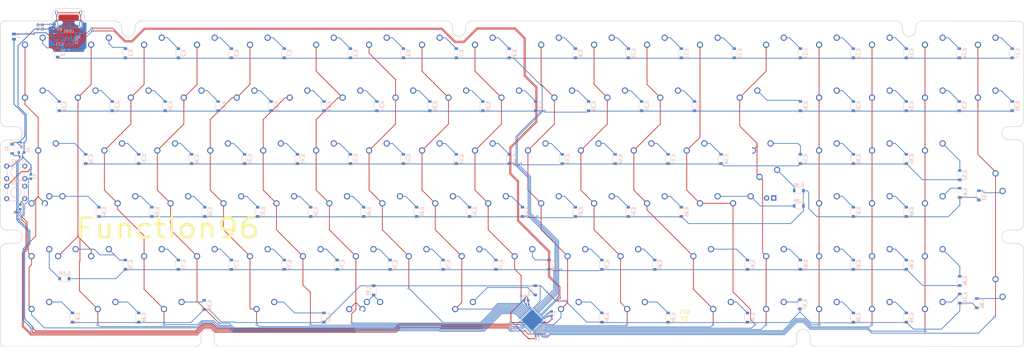
<source format=kicad_pcb>
(kicad_pcb (version 20171130) (host pcbnew "(5.1.7)-1")
  (layers (0 F.Cu signal) (31 B.Cu signal) (34 B.Paste user) (35 F.Paste user) (36 B.SilkS user) (37 F.SilkS user) (38 B.Mask user) (39 F.Mask user) (44 Edge.Cuts user))
  (net 0 "")
  (net 1 GND)
  (net 2 col0)
  (net 3 col1)
  (net 4 col2)
  (net 5 col3)
  (net 6 col4)
  (net 7 col5)
  (net 8 col6)
  (net 9 col7)
  (net 10 col8)
  (net 11 col9)
  (net 12 col10)
  (net 13 col11)
  (net 14 col12)
  (net 15 col13)
  (net 16 col14)
  (net 17 col15)
  (net 18 col16)
  (net 19 col17)
  (net 20 col18)
  (net 21 row0)
  (net 22 row1)
  (net 23 row2)
  (net 24 row3)
  (net 25 row4)
  (net 26 row5)
  (net 27 "Net-(D_0-Pad2)")
  (net 28 "Net-(D_1-Pad2)")
  (net 29 "Net-(D_2-Pad2)")
  (net 30 "Net-(D_3-Pad2)")
  (net 31 "Net-(D_4-Pad2)")
  (net 32 "Net-(D_5-Pad2)")
  (net 33 "Net-(D_6-Pad2)")
  (net 34 "Net-(D_7-Pad2)")
  (net 35 "Net-(D_8-Pad2)")
  (net 36 "Net-(D_9-Pad2)")
  (net 37 "Net-(D_10-Pad2)")
  (net 38 "Net-(D_11-Pad2)")
  (net 39 "Net-(D_12-Pad2)")
  (net 40 "Net-(D_13-Pad2)")
  (net 41 "Net-(D_14-Pad2)")
  (net 42 "Net-(D_15-Pad2)")
  (net 43 "Net-(D_16-Pad2)")
  (net 44 "Net-(D_17-Pad2)")
  (net 45 "Net-(D_18-Pad2)")
  (net 46 "Net-(D_19-Pad2)")
  (net 47 "Net-(D_20-Pad2)")
  (net 48 "Net-(D_21-Pad2)")
  (net 49 "Net-(D_22-Pad2)")
  (net 50 "Net-(D_23-Pad2)")
  (net 51 "Net-(D_24-Pad2)")
  (net 52 "Net-(D_25-Pad2)")
  (net 53 "Net-(D_26-Pad2)")
  (net 54 "Net-(D_27-Pad2)")
  (net 55 "Net-(D_28-Pad2)")
  (net 56 "Net-(D_29-Pad2)")
  (net 57 "Net-(D_30-Pad2)")
  (net 58 "Net-(D_31-Pad2)")
  (net 59 "Net-(D_32-Pad2)")
  (net 60 "Net-(D_33-Pad2)")
  (net 61 "Net-(D_34-Pad2)")
  (net 62 "Net-(D_35-Pad2)")
  (net 63 "Net-(D_36-Pad2)")
  (net 64 "Net-(D_37-Pad2)")
  (net 65 "Net-(D_38-Pad2)")
  (net 66 "Net-(D_39-Pad2)")
  (net 67 "Net-(D_40-Pad2)")
  (net 68 "Net-(D_41-Pad2)")
  (net 69 "Net-(D_42-Pad2)")
  (net 70 "Net-(D_43-Pad2)")
  (net 71 "Net-(D_44-Pad2)")
  (net 72 "Net-(D_45-Pad2)")
  (net 73 "Net-(D_46-Pad2)")
  (net 74 "Net-(D_47-Pad2)")
  (net 75 "Net-(D_48-Pad2)")
  (net 76 "Net-(D_49-Pad2)")
  (net 77 "Net-(D_50-Pad2)")
  (net 78 "Net-(D_51-Pad2)")
  (net 79 "Net-(D_52-Pad2)")
  (net 80 "Net-(D_54-Pad2)")
  (net 81 "Net-(D_55-Pad2)")
  (net 82 "Net-(D_56-Pad2)")
  (net 83 "Net-(D_57-Pad2)")
  (net 84 "Net-(D_58-Pad2)")
  (net 85 "Net-(D_59-Pad2)")
  (net 86 "Net-(D_60-Pad2)")
  (net 87 "Net-(D_61-Pad2)")
  (net 88 "Net-(D_62-Pad2)")
  (net 89 "Net-(D_63-Pad2)")
  (net 90 "Net-(D_64-Pad2)")
  (net 91 "Net-(D_65-Pad2)")
  (net 92 "Net-(D_66-Pad2)")
  (net 93 "Net-(D_67-Pad2)")
  (net 94 "Net-(D_68-Pad2)")
  (net 95 "Net-(D_69-Pad2)")
  (net 96 "Net-(D_53-Pad2)")
  (net 97 "Net-(D_70-Pad2)")
  (net 98 "Net-(D_71-Pad2)")
  (net 99 "Net-(D_72-Pad2)")
  (net 100 "Net-(D_73-Pad2)")
  (net 101 "Net-(D_74-Pad2)")
  (net 102 "Net-(D_75-Pad2)")
  (net 103 "Net-(D_76-Pad2)")
  (net 104 "Net-(D_77-Pad2)")
  (net 105 "Net-(D_78-Pad2)")
  (net 106 "Net-(D_79-Pad2)")
  (net 107 "Net-(D_80-Pad2)")
  (net 108 "Net-(D_81-Pad2)")
  (net 109 "Net-(D_82-Pad2)")
  (net 110 "Net-(D_83-Pad2)")
  (net 111 "Net-(D_84-Pad2)")
  (net 112 "Net-(D_85-Pad2)")
  (net 113 "Net-(D_87-Pad2)")
  (net 114 "Net-(D_88-Pad2)")
  (net 115 "Net-(D_89-Pad2)")
  (net 116 "Net-(D_91-Pad2)")
  (net 117 "Net-(D_93-Pad2)")
  (net 118 "Net-(D_94-Pad2)")
  (net 119 "Net-(D_95-Pad2)")
  (net 120 "Net-(D_96-Pad2)")
  (net 121 "Net-(D_97-Pad2)")
  (net 122 "Net-(D_98-Pad2)")
  (net 123 "Net-(D_99-Pad2)")
  (net 124 "Net-(D_100-Pad2)")
  (net 125 "Net-(D_86-Pad2)")
  (net 126 +3V3)
  (net 127 +5V)
  (net 128 "Net-(C10-Pad2)")
  (net 129 NRST)
  (net 130 BOOT0)
  (net 131 "Net-(R4-Pad1)")
  (net 132 "Net-(R5-Pad1)")
  (net 133 "Net-(U1-Pad34)")
  (net 134 D+)
  (net 135 D-)
  (net 136 "Net-(U1-Pad31)")
  (net 137 "Net-(U1-Pad12)")
  (net 138 "Net-(U1-Pad11)")
  (net 139 "Net-(USB1-Pad3)")
  (net 140 "Net-(USB1-Pad9)")
  (net 141 "Net-(D_92-Pad2)")
  (net 142 "Net-(U1-Pad1)")
  (net 143 VBUS)
  (net 144 DBus+)
  (net 145 DBus-)
  (net 146 "Net-(D_90-Pad2)")
  (net 147 "Net-(D_101-Pad2)")
  (net 148 "Net-(U1-Pad10)")
  (net 149 "Net-(U1-Pad6)")
  (net 150 "Net-(U1-Pad5)")
  (net 151 "Net-(U1-Pad4)")
  (net 152 "Net-(U1-Pad3)")
  (net 153 "Net-(U1-Pad2)")
  (module MX_Only:MXOnly-1U-NoLED (layer F.Cu) (at 284.95625 149.225)
    (fp_text reference K_63)
    (fp_text value KEYSW)
    (pad 2 thru_hole circle (at 2.54 -5.08) (size 2.25 2.25) (drill 1.47) (layers *.Cu B.Mask) (net 89 "Net-(D_63-Pad2)"))
    (pad "" np_thru_hole circle (at 0 0) (size 3.9878 3.9878) (drill 3.9878) (layers *.Cu *.Mask))
    (pad 1 thru_hole circle (at -3.81 -2.54) (size 2.25 2.25) (drill 1.47) (layers *.Cu B.Mask) (net 12 col10))
    (pad "" np_thru_hole circle (at -5.08 0 48.0996) (size 1.75 1.75) (drill 1.75) (layers *.Cu *.Mask))
    (pad "" np_thru_hole circle (at 5.08 0 48.0996) (size 1.75 1.75) (drill 1.75) (layers *.Cu *.Mask))
  )
  (module MX_Only:MXOnly-1U-NoLED (layer F.Cu) (at 294.48125 168.275)
    (fp_text reference K_79)
    (fp_text value KEYSW)
    (pad 2 thru_hole circle (at 2.54 -5.08) (size 2.25 2.25) (drill 1.47) (layers *.Cu B.Mask) (net 106 "Net-(D_79-Pad2)"))
    (pad "" np_thru_hole circle (at 0 0) (size 3.9878 3.9878) (drill 3.9878) (layers *.Cu *.Mask))
    (pad 1 thru_hole circle (at -3.81 -2.54) (size 2.25 2.25) (drill 1.47) (layers *.Cu B.Mask) (net 12 col10))
    (pad "" np_thru_hole circle (at -5.08 0 48.0996) (size 1.75 1.75) (drill 1.75) (layers *.Cu *.Mask))
    (pad "" np_thru_hole circle (at 5.08 0 48.0996) (size 1.75 1.75) (drill 1.75) (layers *.Cu *.Mask))
  )
  (module MX_Only:MXOnly-ISO-ReversedStabilizers (layer F.Cu) (at 363.5375 139.7)
    (fp_text reference K_ISOEnter1)
    (fp_text value KEYSW)
    (pad "" np_thru_hole circle (at -8.255 -11.938) (size 3.9878 3.9878) (drill 3.9878) (layers *.Cu *.Mask))
    (pad "" np_thru_hole circle (at -8.255 11.938) (size 3.9878 3.9878) (drill 3.9878) (layers *.Cu *.Mask))
    (pad "" np_thru_hole circle (at 6.985 -11.938) (size 3.048 3.048) (drill 3.048) (layers *.Cu *.Mask))
    (pad "" np_thru_hole circle (at 6.985 11.938) (size 3.048 3.048) (drill 3.048) (layers *.Cu *.Mask))
    (pad "" np_thru_hole circle (at 5.08 0 48.0996) (size 1.75 1.75) (drill 1.75) (layers *.Cu *.Mask))
    (pad "" np_thru_hole circle (at -5.08 0 48.0996) (size 1.75 1.75) (drill 1.75) (layers *.Cu *.Mask))
    (pad 4 thru_hole rect (at 1.27 5.08) (size 1.905 1.905) (drill 1.04) (layers *.Cu B.Mask))
    (pad 3 thru_hole circle (at -1.27 5.08) (size 1.905 1.905) (drill 1.04) (layers *.Cu B.Mask))
    (pad 1 thru_hole circle (at -3.81 -2.54) (size 2.25 2.25) (drill 1.47) (layers *.Cu B.Mask) (net 16 col14))
    (pad "" np_thru_hole circle (at 0 0) (size 3.9878 3.9878) (drill 3.9878) (layers *.Cu *.Mask))
    (pad 2 thru_hole circle (at 2.54 -5.08) (size 2.25 2.25) (drill 1.47) (layers *.Cu B.Mask) (net 146 "Net-(D_90-Pad2)"))
  )
  (module MX_Only:MXOnly-2.75U-NoLED (layer F.Cu) (at 254.028575 187.325)
    (fp_text reference K_93)
    (fp_text value KEYSW)
    (pad 2 thru_hole circle (at 2.54 -5.08) (size 2.25 2.25) (drill 1.47) (layers *.Cu B.Mask) (net 117 "Net-(D_93-Pad2)"))
    (pad "" np_thru_hole circle (at 0 0) (size 3.9878 3.9878) (drill 3.9878) (layers *.Cu *.Mask))
    (pad 1 thru_hole circle (at -3.81 -2.54) (size 2.25 2.25) (drill 1.47) (layers *.Cu B.Mask) (net 10 col8))
    (pad "" np_thru_hole circle (at -5.08 0 48.0996) (size 1.75 1.75) (drill 1.75) (layers *.Cu *.Mask))
    (pad "" np_thru_hole circle (at 5.08 0 48.0996) (size 1.75 1.75) (drill 1.75) (layers *.Cu *.Mask))
    (pad "" np_thru_hole circle (at -11.90625 -6.985) (size 3.048 3.048) (drill 3.048) (layers *.Cu *.Mask))
    (pad "" np_thru_hole circle (at 11.90625 -6.985) (size 3.048 3.048) (drill 3.048) (layers *.Cu *.Mask))
    (pad "" np_thru_hole circle (at -11.90625 8.255) (size 3.9878 3.9878) (drill 3.9878) (layers *.Cu *.Mask))
    (pad "" np_thru_hole circle (at 11.90625 8.255) (size 3.9878 3.9878) (drill 3.9878) (layers *.Cu *.Mask))
  )
  (module MX_Only:MXOnly-2.25U-NoLED (layer F.Cu) (at 182.5625 187.325)
    (fp_text reference K_91)
    (fp_text value KEYSW)
    (pad 2 thru_hole circle (at 2.54 -5.08) (size 2.25 2.25) (drill 1.47) (layers *.Cu B.Mask) (net 116 "Net-(D_91-Pad2)"))
    (pad "" np_thru_hole circle (at 0 0) (size 3.9878 3.9878) (drill 3.9878) (layers *.Cu *.Mask))
    (pad 1 thru_hole circle (at -3.81 -2.54) (size 2.25 2.25) (drill 1.47) (layers *.Cu B.Mask) (net 6 col4))
    (pad "" np_thru_hole circle (at -5.08 0 48.0996) (size 1.75 1.75) (drill 1.75) (layers *.Cu *.Mask))
    (pad "" np_thru_hole circle (at 5.08 0 48.0996) (size 1.75 1.75) (drill 1.75) (layers *.Cu *.Mask))
    (pad "" np_thru_hole circle (at -11.90625 -6.985) (size 3.048 3.048) (drill 3.048) (layers *.Cu *.Mask))
    (pad "" np_thru_hole circle (at 11.90625 -6.985) (size 3.048 3.048) (drill 3.048) (layers *.Cu *.Mask))
    (pad "" np_thru_hole circle (at -11.90625 8.255) (size 3.9878 3.9878) (drill 3.9878) (layers *.Cu *.Mask))
    (pad "" np_thru_hole circle (at 11.90625 8.255) (size 3.9878 3.9878) (drill 3.9878) (layers *.Cu *.Mask))
  )
  (module MX_Only:MXOnly-6.25U-NoLED (layer F.Cu) (at 220.6625 187.325)
    (fp_text reference K_90)
    (fp_text value KEYSW)
    (pad 2 thru_hole circle (at 2.54 -5.08) (size 2.25 2.25) (drill 1.47) (layers *.Cu B.Mask) (net 141 "Net-(D_92-Pad2)"))
    (pad "" np_thru_hole circle (at 0 0) (size 3.9878 3.9878) (drill 3.9878) (layers *.Cu *.Mask))
    (pad 1 thru_hole circle (at -3.81 -2.54) (size 2.25 2.25) (drill 1.47) (layers *.Cu B.Mask) (net 8 col6))
    (pad "" np_thru_hole circle (at -5.08 0 48.0996) (size 1.75 1.75) (drill 1.75) (layers *.Cu *.Mask))
    (pad "" np_thru_hole circle (at 5.08 0 48.0996) (size 1.75 1.75) (drill 1.75) (layers *.Cu *.Mask))
    (pad "" np_thru_hole circle (at -49.9999 -6.985) (size 3.048 3.048) (drill 3.048) (layers *.Cu *.Mask))
    (pad "" np_thru_hole circle (at 49.9999 -6.985) (size 3.048 3.048) (drill 3.048) (layers *.Cu *.Mask))
    (pad "" np_thru_hole circle (at -49.9999 8.255) (size 3.9878 3.9878) (drill 3.9878) (layers *.Cu *.Mask))
    (pad "" np_thru_hole circle (at 49.9999 8.255) (size 3.9878 3.9878) (drill 3.9878) (layers *.Cu *.Mask))
  )
  (module MX_Only:MXOnly-1.25U-NoLED (layer F.Cu) (at 101.6 168.275)
    (fp_text reference K_ISOShift1)
    (fp_text value KEYSW)
    (pad 2 thru_hole circle (at 2.54 -5.08) (size 2.25 2.25) (drill 1.47) (layers *.Cu B.Mask) (net 147 "Net-(D_101-Pad2)"))
    (pad "" np_thru_hole circle (at 0 0) (size 3.9878 3.9878) (drill 3.9878) (layers *.Cu *.Mask))
    (pad 1 thru_hole circle (at -3.81 -2.54) (size 2.25 2.25) (drill 1.47) (layers *.Cu B.Mask) (net 2 col0))
    (pad "" np_thru_hole circle (at -5.08 0 48.0996) (size 1.75 1.75) (drill 1.75) (layers *.Cu *.Mask))
    (pad "" np_thru_hole circle (at 5.08 0 48.0996) (size 1.75 1.75) (drill 1.75) (layers *.Cu *.Mask))
  )
  (module MX_Only:MXOnly-1U-NoLED (layer F.Cu) (at 123.03125 168.275)
    (fp_text reference K_ISO1uL1)
    (fp_text value KEYSW)
    (pad 2 thru_hole circle (at 2.54 -5.08) (size 2.25 2.25) (drill 1.47) (layers *.Cu B.Mask) (net 97 "Net-(D_70-Pad2)"))
    (pad "" np_thru_hole circle (at 0 0) (size 3.9878 3.9878) (drill 3.9878) (layers *.Cu *.Mask))
    (pad 1 thru_hole circle (at -3.81 -2.54) (size 2.25 2.25) (drill 1.47) (layers *.Cu B.Mask) (net 3 col1))
    (pad "" np_thru_hole circle (at -5.08 0 48.0996) (size 1.75 1.75) (drill 1.75) (layers *.Cu *.Mask))
    (pad "" np_thru_hole circle (at 5.08 0 48.0996) (size 1.75 1.75) (drill 1.75) (layers *.Cu *.Mask))
  )
  (module Diode_SMD:D_SOD-123 (layer B.Cu) (at 109.5375 173.83125 180)
    (fp_text reference D_101 (at 0 2) (layer B.SilkS) (effects (justify mirror)))
    (fp_text value D)
    (pad 2 smd rect (at 1.65 0 180) (size 0.9 1.2) (layers B.Cu B.Paste B.Mask) (net 147 "Net-(D_101-Pad2)"))
    (pad 1 smd rect (at -1.65 0 180) (size 0.9 1.2) (layers B.Cu B.Paste B.Mask) (net 25 row4))
  )
  (module MX_Only:MXOnly-1U-NoLED (layer F.Cu) (at 342.10625 149.225)
    (fp_text reference K_ISO1u1R1)
    (fp_text value KEYSW)
    (pad 2 thru_hole circle (at 2.54 -5.08) (size 2.25 2.25) (drill 1.47) (layers *.Cu B.Mask) (net 92 "Net-(D_66-Pad2)"))
    (pad "" np_thru_hole circle (at 0 0) (size 3.9878 3.9878) (drill 3.9878) (layers *.Cu *.Mask))
    (pad 1 thru_hole circle (at -3.81 -2.54) (size 2.25 2.25) (drill 1.47) (layers *.Cu B.Mask) (net 15 col13))
    (pad "" np_thru_hole circle (at -5.08 0 48.0996) (size 1.75 1.75) (drill 1.75) (layers *.Cu *.Mask))
    (pad "" np_thru_hole circle (at 5.08 0 48.0996) (size 1.75 1.75) (drill 1.75) (layers *.Cu *.Mask))
  )
  (module Diode_SMD:D_SOD-123 (layer B.Cu) (at 373.85625 142.08125 180)
    (fp_text reference D_90 (at 0 2) (layer B.SilkS) (effects (justify mirror)))
    (fp_text value D)
    (pad 2 smd rect (at 1.65 0 180) (size 0.9 1.2) (layers B.Cu B.Paste B.Mask) (net 146 "Net-(D_90-Pad2)"))
    (pad 1 smd rect (at -1.65 0 180) (size 0.9 1.2) (layers B.Cu B.Paste B.Mask) (net 24 row3))
  )
  (module MX_Only:MXOnly-1.25U-NoLED (layer F.Cu) (at 101.6 149.225)
    (fp_text reference K_101)
    (fp_text value KEYSW)
    (pad 2 thru_hole circle (at 2.54 -5.08) (size 2.25 2.25) (drill 1.47) (layers *.Cu B.Mask) (net 80 "Net-(D_54-Pad2)"))
    (pad "" np_thru_hole circle (at 0 0) (size 3.9878 3.9878) (drill 3.9878) (layers *.Cu *.Mask))
    (pad 1 thru_hole circle (at -3.81 -2.54) (size 2.25 2.25) (drill 1.47) (layers *.Cu B.Mask) (net 2 col0))
    (pad "" np_thru_hole circle (at -5.08 0 48.0996) (size 1.75 1.75) (drill 1.75) (layers *.Cu *.Mask))
    (pad "" np_thru_hole circle (at 5.08 0 48.0996) (size 1.75 1.75) (drill 1.75) (layers *.Cu *.Mask))
  )
  (module MX_Only:MXOnly-1U-NoLED (layer F.Cu) (at 99.21875 92.075)
    (fp_text reference K_0)
    (fp_text value KEYSW)
    (pad 2 thru_hole circle (at 2.54 -5.08) (size 2.25 2.25) (drill 1.47) (layers *.Cu B.Mask) (net 27 "Net-(D_0-Pad2)"))
    (pad "" np_thru_hole circle (at 0 0) (size 3.9878 3.9878) (drill 3.9878) (layers *.Cu *.Mask))
    (pad 1 thru_hole circle (at -3.81 -2.54) (size 2.25 2.25) (drill 1.47) (layers *.Cu B.Mask) (net 2 col0))
    (pad "" np_thru_hole circle (at -5.08 0 48.0996) (size 1.75 1.75) (drill 1.75) (layers *.Cu *.Mask))
    (pad "" np_thru_hole circle (at 5.08 0 48.0996) (size 1.75 1.75) (drill 1.75) (layers *.Cu *.Mask))
  )
  (module Package_TO_SOT_SMD:SOT-23-6 (layer B.Cu) (at 111.125 88.265 90)
    (fp_text reference U3 (at 0 2.9 270) (layer B.SilkS) (effects (justify mirror)))
    (fp_text value USBLC6-2SC6)
    (pad 5 smd rect (at 1.1 0 90) (size 1.06 0.65) (layers B.Cu B.Paste B.Mask) (net 143 VBUS))
    (pad 6 smd rect (at 1.1 0.95 90) (size 1.06 0.65) (layers B.Cu B.Paste B.Mask) (net 144 DBus+))
    (pad 4 smd rect (at 1.1 -0.95 90) (size 1.06 0.65) (layers B.Cu B.Paste B.Mask) (net 145 DBus-))
    (pad 3 smd rect (at -1.1 -0.95 90) (size 1.06 0.65) (layers B.Cu B.Paste B.Mask) (net 135 D-))
    (pad 2 smd rect (at -1.1 0 90) (size 1.06 0.65) (layers B.Cu B.Paste B.Mask) (net 1 GND))
    (pad 1 smd rect (at -1.1 0.95 90) (size 1.06 0.65) (layers B.Cu B.Paste B.Mask) (net 134 D+))
  )
  (module Capacitor_SMD:C_0603_1608Metric (layer B.Cu) (at 107.823 87.884)
    (fp_text reference C11 (at 0 1.43 180) (layer B.SilkS) (effects (justify mirror)))
    (fp_text value 100nF)
    (pad 2 smd roundrect (at 0.7875 0) (size 0.875 0.95) (layers B.Cu B.Paste B.Mask) (net 143 VBUS))
    (pad 1 smd roundrect (at -0.7875 0) (size 0.875 0.95) (layers B.Cu B.Paste B.Mask) (net 1 GND))
  )
  (module Resistor_SMD:R_0603_1608Metric (layer B.Cu) (at 114.427 85.471)
    (fp_text reference R5 (at 0 1.43) (layer B.SilkS) (effects (justify mirror)))
    (fp_text value 5.1k)
    (pad 2 smd roundrect (at 0.7875 0) (size 0.875 0.95) (layers B.Cu B.Paste B.Mask) (net 1 GND))
    (pad 1 smd roundrect (at -0.7875 0) (size 0.875 0.95) (layers B.Cu B.Paste B.Mask) (net 132 "Net-(R5-Pad1)"))
  )
  (module Resistor_SMD:R_0603_1608Metric (layer B.Cu) (at 107.823 85.471 180)
    (fp_text reference R4 (at 0 1.43) (layer B.SilkS) (effects (justify mirror)))
    (fp_text value 5.1k)
    (pad 2 smd roundrect (at 0.7875 0 180) (size 0.875 0.95) (layers B.Cu B.Paste B.Mask) (net 1 GND))
    (pad 1 smd roundrect (at -0.7875 0 180) (size 0.875 0.95) (layers B.Cu B.Paste B.Mask) (net 131 "Net-(R4-Pad1)"))
  )
  (module Resistor_SMD:R_0603_1608Metric (layer B.Cu) (at 101.72065 83.1088 270)
    (fp_text reference R3 (at 0 1.43 90) (layer B.SilkS) (effects (justify mirror)))
    (fp_text value 1M)
    (pad 2 smd roundrect (at 0.7875 0 270) (size 0.875 0.95) (layers B.Cu B.Paste B.Mask) (net 1 GND))
    (pad 1 smd roundrect (at -0.7875 0 270) (size 0.875 0.95) (layers B.Cu B.Paste B.Mask) (net 128 "Net-(C10-Pad2)"))
  )
  (module Capacitor_SMD:C_0603_1608Metric (layer B.Cu) (at 100.06965 83.1088 90)
    (fp_text reference C10 (at 0 1.43 90) (layer B.SilkS) (effects (justify mirror)))
    (fp_text value 4.7nF)
    (pad 2 smd roundrect (at 0.7875 0 90) (size 0.875 0.95) (layers B.Cu B.Paste B.Mask) (net 128 "Net-(C10-Pad2)"))
    (pad 1 smd roundrect (at -0.7875 0 90) (size 0.875 0.95) (layers B.Cu B.Paste B.Mask) (net 1 GND))
  )
  (module MX_Only:MXOnly-1U-NoLED (layer F.Cu) (at 123.03125 92.075)
    (fp_text reference K_1)
    (fp_text value KEYSW)
    (pad 2 thru_hole circle (at 2.54 -5.08) (size 2.25 2.25) (drill 1.47) (layers *.Cu B.Mask) (net 28 "Net-(D_1-Pad2)"))
    (pad "" np_thru_hole circle (at 0 0) (size 3.9878 3.9878) (drill 3.9878) (layers *.Cu *.Mask))
    (pad 1 thru_hole circle (at -3.81 -2.54) (size 2.25 2.25) (drill 1.47) (layers *.Cu B.Mask) (net 3 col1))
    (pad "" np_thru_hole circle (at -5.08 0 48.0996) (size 1.75 1.75) (drill 1.75) (layers *.Cu *.Mask))
    (pad "" np_thru_hole circle (at 5.08 0 48.0996) (size 1.75 1.75) (drill 1.75) (layers *.Cu *.Mask))
  )
  (module Diode_SMD:D_SOD-123 (layer B.Cu) (at 90.77325 127.0635 270)
    (fp_text reference D1 (at 0 2 90) (layer B.SilkS) (effects (justify mirror)))
    (fp_text value D_Schottky)
    (pad 2 smd rect (at 1.65 0 270) (size 0.9 1.2) (layers B.Cu B.Paste B.Mask) (net 126 +3V3))
    (pad 1 smd rect (at -1.65 0 270) (size 0.9 1.2) (layers B.Cu B.Paste B.Mask) (net 127 +5V))
  )
  (module MX_Only:MXOnly-2U-NoLED (layer F.Cu) (at 442.11875 139.7 270)
    (fp_text reference K_53)
    (fp_text value KEYSW)
    (pad 2 thru_hole circle (at 2.54 -5.08 270) (size 2.25 2.25) (drill 1.47) (layers *.Cu B.Mask) (net 96 "Net-(D_53-Pad2)"))
    (pad "" np_thru_hole circle (at 0 0 270) (size 3.9878 3.9878) (drill 3.9878) (layers *.Cu *.Mask))
    (pad 1 thru_hole circle (at -3.81 -2.54 270) (size 2.25 2.25) (drill 1.47) (layers *.Cu B.Mask) (net 20 col18))
    (pad "" np_thru_hole circle (at -5.08 0 318.0996) (size 1.75 1.75) (drill 1.75) (layers *.Cu *.Mask))
    (pad "" np_thru_hole circle (at 5.08 0 318.0996) (size 1.75 1.75) (drill 1.75) (layers *.Cu *.Mask))
    (pad "" np_thru_hole circle (at -11.90625 -6.985 270) (size 3.048 3.048) (drill 3.048) (layers *.Cu *.Mask))
    (pad "" np_thru_hole circle (at 11.90625 -6.985 270) (size 3.048 3.048) (drill 3.048) (layers *.Cu *.Mask))
    (pad "" np_thru_hole circle (at -11.90625 8.255 270) (size 3.9878 3.9878) (drill 3.9878) (layers *.Cu *.Mask))
    (pad "" np_thru_hole circle (at 11.90625 8.255 270) (size 3.9878 3.9878) (drill 3.9878) (layers *.Cu *.Mask))
  )
  (module MX_Only:MXOnly-1.5U-NoLED (layer F.Cu) (at 103.98125 130.175)
    (fp_text reference K_36)
    (fp_text value KEYSW)
    (pad 2 thru_hole circle (at 2.54 -5.08) (size 2.25 2.25) (drill 1.47) (layers *.Cu B.Mask) (net 63 "Net-(D_36-Pad2)"))
    (pad "" np_thru_hole circle (at 0 0) (size 3.9878 3.9878) (drill 3.9878) (layers *.Cu *.Mask))
    (pad 1 thru_hole circle (at -3.81 -2.54) (size 2.25 2.25) (drill 1.47) (layers *.Cu B.Mask) (net 2 col0))
    (pad "" np_thru_hole circle (at -5.08 0 48.0996) (size 1.75 1.75) (drill 1.75) (layers *.Cu *.Mask))
    (pad "" np_thru_hole circle (at 5.08 0 48.0996) (size 1.75 1.75) (drill 1.75) (layers *.Cu *.Mask))
  )
  (module MX_Only:MXOnly-1U-NoLED (layer F.Cu) (at 337.34375 130.175)
    (fp_text reference K_48)
    (fp_text value KEYSW)
    (pad 2 thru_hole circle (at 2.54 -5.08) (size 2.25 2.25) (drill 1.47) (layers *.Cu B.Mask) (net 75 "Net-(D_48-Pad2)"))
    (pad "" np_thru_hole circle (at 0 0) (size 3.9878 3.9878) (drill 3.9878) (layers *.Cu *.Mask))
    (pad 1 thru_hole circle (at -3.81 -2.54) (size 2.25 2.25) (drill 1.47) (layers *.Cu B.Mask) (net 15 col13))
    (pad "" np_thru_hole circle (at -5.08 0 48.0996) (size 1.75 1.75) (drill 1.75) (layers *.Cu *.Mask))
    (pad "" np_thru_hole circle (at 5.08 0 48.0996) (size 1.75 1.75) (drill 1.75) (layers *.Cu *.Mask))
  )
  (module MX_Only:MXOnly-1U-NoLED (layer F.Cu) (at 318.29375 130.175)
    (fp_text reference K_47)
    (fp_text value KEYSW)
    (pad 2 thru_hole circle (at 2.54 -5.08) (size 2.25 2.25) (drill 1.47) (layers *.Cu B.Mask) (net 74 "Net-(D_47-Pad2)"))
    (pad "" np_thru_hole circle (at 0 0) (size 3.9878 3.9878) (drill 3.9878) (layers *.Cu *.Mask))
    (pad 1 thru_hole circle (at -3.81 -2.54) (size 2.25 2.25) (drill 1.47) (layers *.Cu B.Mask) (net 14 col12))
    (pad "" np_thru_hole circle (at -5.08 0 48.0996) (size 1.75 1.75) (drill 1.75) (layers *.Cu *.Mask))
    (pad "" np_thru_hole circle (at 5.08 0 48.0996) (size 1.75 1.75) (drill 1.75) (layers *.Cu *.Mask))
  )
  (module MX_Only:MXOnly-1U-NoLED (layer F.Cu) (at 299.24375 130.175)
    (fp_text reference K_46)
    (fp_text value KEYSW)
    (pad 2 thru_hole circle (at 2.54 -5.08) (size 2.25 2.25) (drill 1.47) (layers *.Cu B.Mask) (net 73 "Net-(D_46-Pad2)"))
    (pad "" np_thru_hole circle (at 0 0) (size 3.9878 3.9878) (drill 3.9878) (layers *.Cu *.Mask))
    (pad 1 thru_hole circle (at -3.81 -2.54) (size 2.25 2.25) (drill 1.47) (layers *.Cu B.Mask) (net 13 col11))
    (pad "" np_thru_hole circle (at -5.08 0 48.0996) (size 1.75 1.75) (drill 1.75) (layers *.Cu *.Mask))
    (pad "" np_thru_hole circle (at 5.08 0 48.0996) (size 1.75 1.75) (drill 1.75) (layers *.Cu *.Mask))
  )
  (module MX_Only:MXOnly-1U-NoLED (layer F.Cu) (at 280.19375 130.175)
    (fp_text reference K_45)
    (fp_text value KEYSW)
    (pad 2 thru_hole circle (at 2.54 -5.08) (size 2.25 2.25) (drill 1.47) (layers *.Cu B.Mask) (net 72 "Net-(D_45-Pad2)"))
    (pad "" np_thru_hole circle (at 0 0) (size 3.9878 3.9878) (drill 3.9878) (layers *.Cu *.Mask))
    (pad 1 thru_hole circle (at -3.81 -2.54) (size 2.25 2.25) (drill 1.47) (layers *.Cu B.Mask) (net 12 col10))
    (pad "" np_thru_hole circle (at -5.08 0 48.0996) (size 1.75 1.75) (drill 1.75) (layers *.Cu *.Mask))
    (pad "" np_thru_hole circle (at 5.08 0 48.0996) (size 1.75 1.75) (drill 1.75) (layers *.Cu *.Mask))
  )
  (module MX_Only:MXOnly-1U-NoLED (layer F.Cu) (at 261.14375 130.175)
    (fp_text reference K_44)
    (fp_text value KEYSW)
    (pad 2 thru_hole circle (at 2.54 -5.08) (size 2.25 2.25) (drill 1.47) (layers *.Cu B.Mask) (net 71 "Net-(D_44-Pad2)"))
    (pad "" np_thru_hole circle (at 0 0) (size 3.9878 3.9878) (drill 3.9878) (layers *.Cu *.Mask))
    (pad 1 thru_hole circle (at -3.81 -2.54) (size 2.25 2.25) (drill 1.47) (layers *.Cu B.Mask) (net 11 col9))
    (pad "" np_thru_hole circle (at -5.08 0 48.0996) (size 1.75 1.75) (drill 1.75) (layers *.Cu *.Mask))
    (pad "" np_thru_hole circle (at 5.08 0 48.0996) (size 1.75 1.75) (drill 1.75) (layers *.Cu *.Mask))
  )
  (module MX_Only:MXOnly-1U-NoLED (layer F.Cu) (at 242.09375 130.175)
    (fp_text reference K_43)
    (fp_text value KEYSW)
    (pad 2 thru_hole circle (at 2.54 -5.08) (size 2.25 2.25) (drill 1.47) (layers *.Cu B.Mask) (net 70 "Net-(D_43-Pad2)"))
    (pad "" np_thru_hole circle (at 0 0) (size 3.9878 3.9878) (drill 3.9878) (layers *.Cu *.Mask))
    (pad 1 thru_hole circle (at -3.81 -2.54) (size 2.25 2.25) (drill 1.47) (layers *.Cu B.Mask) (net 10 col8))
    (pad "" np_thru_hole circle (at -5.08 0 48.0996) (size 1.75 1.75) (drill 1.75) (layers *.Cu *.Mask))
    (pad "" np_thru_hole circle (at 5.08 0 48.0996) (size 1.75 1.75) (drill 1.75) (layers *.Cu *.Mask))
  )
  (module MX_Only:MXOnly-1U-NoLED (layer F.Cu) (at 223.04375 130.175)
    (fp_text reference K_42)
    (fp_text value KEYSW)
    (pad 2 thru_hole circle (at 2.54 -5.08) (size 2.25 2.25) (drill 1.47) (layers *.Cu B.Mask) (net 69 "Net-(D_42-Pad2)"))
    (pad "" np_thru_hole circle (at 0 0) (size 3.9878 3.9878) (drill 3.9878) (layers *.Cu *.Mask))
    (pad 1 thru_hole circle (at -3.81 -2.54) (size 2.25 2.25) (drill 1.47) (layers *.Cu B.Mask) (net 9 col7))
    (pad "" np_thru_hole circle (at -5.08 0 48.0996) (size 1.75 1.75) (drill 1.75) (layers *.Cu *.Mask))
    (pad "" np_thru_hole circle (at 5.08 0 48.0996) (size 1.75 1.75) (drill 1.75) (layers *.Cu *.Mask))
  )
  (module MX_Only:MXOnly-1U-NoLED (layer F.Cu) (at 203.99375 130.175)
    (fp_text reference K_41)
    (fp_text value KEYSW)
    (pad 2 thru_hole circle (at 2.54 -5.08) (size 2.25 2.25) (drill 1.47) (layers *.Cu B.Mask) (net 68 "Net-(D_41-Pad2)"))
    (pad "" np_thru_hole circle (at 0 0) (size 3.9878 3.9878) (drill 3.9878) (layers *.Cu *.Mask))
    (pad 1 thru_hole circle (at -3.81 -2.54) (size 2.25 2.25) (drill 1.47) (layers *.Cu B.Mask) (net 8 col6))
    (pad "" np_thru_hole circle (at -5.08 0 48.0996) (size 1.75 1.75) (drill 1.75) (layers *.Cu *.Mask))
    (pad "" np_thru_hole circle (at 5.08 0 48.0996) (size 1.75 1.75) (drill 1.75) (layers *.Cu *.Mask))
  )
  (module MX_Only:MXOnly-1U-NoLED (layer F.Cu) (at 184.94375 130.175)
    (fp_text reference K_40)
    (fp_text value KEYSW)
    (pad 2 thru_hole circle (at 2.54 -5.08) (size 2.25 2.25) (drill 1.47) (layers *.Cu B.Mask) (net 67 "Net-(D_40-Pad2)"))
    (pad "" np_thru_hole circle (at 0 0) (size 3.9878 3.9878) (drill 3.9878) (layers *.Cu *.Mask))
    (pad 1 thru_hole circle (at -3.81 -2.54) (size 2.25 2.25) (drill 1.47) (layers *.Cu B.Mask) (net 7 col5))
    (pad "" np_thru_hole circle (at -5.08 0 48.0996) (size 1.75 1.75) (drill 1.75) (layers *.Cu *.Mask))
    (pad "" np_thru_hole circle (at 5.08 0 48.0996) (size 1.75 1.75) (drill 1.75) (layers *.Cu *.Mask))
  )
  (module MX_Only:MXOnly-1U-NoLED (layer F.Cu) (at 165.89375 130.175)
    (fp_text reference K_39)
    (fp_text value KEYSW)
    (pad 2 thru_hole circle (at 2.54 -5.08) (size 2.25 2.25) (drill 1.47) (layers *.Cu B.Mask) (net 66 "Net-(D_39-Pad2)"))
    (pad "" np_thru_hole circle (at 0 0) (size 3.9878 3.9878) (drill 3.9878) (layers *.Cu *.Mask))
    (pad 1 thru_hole circle (at -3.81 -2.54) (size 2.25 2.25) (drill 1.47) (layers *.Cu B.Mask) (net 6 col4))
    (pad "" np_thru_hole circle (at -5.08 0 48.0996) (size 1.75 1.75) (drill 1.75) (layers *.Cu *.Mask))
    (pad "" np_thru_hole circle (at 5.08 0 48.0996) (size 1.75 1.75) (drill 1.75) (layers *.Cu *.Mask))
  )
  (module MX_Only:MXOnly-1U-NoLED (layer F.Cu) (at 146.84375 130.175)
    (fp_text reference K_38)
    (fp_text value KEYSW)
    (pad 2 thru_hole circle (at 2.54 -5.08) (size 2.25 2.25) (drill 1.47) (layers *.Cu B.Mask) (net 65 "Net-(D_38-Pad2)"))
    (pad "" np_thru_hole circle (at 0 0) (size 3.9878 3.9878) (drill 3.9878) (layers *.Cu *.Mask))
    (pad 1 thru_hole circle (at -3.81 -2.54) (size 2.25 2.25) (drill 1.47) (layers *.Cu B.Mask) (net 5 col3))
    (pad "" np_thru_hole circle (at -5.08 0 48.0996) (size 1.75 1.75) (drill 1.75) (layers *.Cu *.Mask))
    (pad "" np_thru_hole circle (at 5.08 0 48.0996) (size 1.75 1.75) (drill 1.75) (layers *.Cu *.Mask))
  )
  (module MX_Only:MXOnly-1U-NoLED (layer F.Cu) (at 127.79375 130.175)
    (fp_text reference K_37)
    (fp_text value KEYSW)
    (pad 2 thru_hole circle (at 2.54 -5.08) (size 2.25 2.25) (drill 1.47) (layers *.Cu B.Mask) (net 64 "Net-(D_37-Pad2)"))
    (pad "" np_thru_hole circle (at 0 0) (size 3.9878 3.9878) (drill 3.9878) (layers *.Cu *.Mask))
    (pad 1 thru_hole circle (at -3.81 -2.54) (size 2.25 2.25) (drill 1.47) (layers *.Cu B.Mask) (net 4 col2))
    (pad "" np_thru_hole circle (at -5.08 0 48.0996) (size 1.75 1.75) (drill 1.75) (layers *.Cu *.Mask))
    (pad "" np_thru_hole circle (at 5.08 0 48.0996) (size 1.75 1.75) (drill 1.75) (layers *.Cu *.Mask))
  )
  (module MX_Only:MXOnly-2U-NoLED (layer F.Cu) (at 442.11875 177.8 270)
    (fp_text reference K_86)
    (fp_text value KEYSW)
    (pad 2 thru_hole circle (at 2.54 -5.08 270) (size 2.25 2.25) (drill 1.47) (layers *.Cu B.Mask) (net 125 "Net-(D_86-Pad2)"))
    (pad "" np_thru_hole circle (at 0 0 270) (size 3.9878 3.9878) (drill 3.9878) (layers *.Cu *.Mask))
    (pad 1 thru_hole circle (at -3.81 -2.54 270) (size 2.25 2.25) (drill 1.47) (layers *.Cu B.Mask) (net 20 col18))
    (pad "" np_thru_hole circle (at -5.08 0 318.0996) (size 1.75 1.75) (drill 1.75) (layers *.Cu *.Mask))
    (pad "" np_thru_hole circle (at 5.08 0 318.0996) (size 1.75 1.75) (drill 1.75) (layers *.Cu *.Mask))
    (pad "" np_thru_hole circle (at -11.90625 -6.985 270) (size 3.048 3.048) (drill 3.048) (layers *.Cu *.Mask))
    (pad "" np_thru_hole circle (at 11.90625 -6.985 270) (size 3.048 3.048) (drill 3.048) (layers *.Cu *.Mask))
    (pad "" np_thru_hole circle (at -11.90625 8.255 270) (size 3.9878 3.9878) (drill 3.9878) (layers *.Cu *.Mask))
    (pad "" np_thru_hole circle (at 11.90625 8.255 270) (size 3.9878 3.9878) (drill 3.9878) (layers *.Cu *.Mask))
  )
  (module MX_Only:MXOnly-1U-NoLED (layer F.Cu) (at 423.06875 187.325)
    (fp_text reference K_100)
    (fp_text value KEYSW)
    (pad 2 thru_hole circle (at 2.54 -5.08) (size 2.25 2.25) (drill 1.47) (layers *.Cu B.Mask) (net 124 "Net-(D_100-Pad2)"))
    (pad "" np_thru_hole circle (at 0 0) (size 3.9878 3.9878) (drill 3.9878) (layers *.Cu *.Mask))
    (pad 1 thru_hole circle (at -3.81 -2.54) (size 2.25 2.25) (drill 1.47) (layers *.Cu B.Mask) (net 19 col17))
    (pad "" np_thru_hole circle (at -5.08 0 48.0996) (size 1.75 1.75) (drill 1.75) (layers *.Cu *.Mask))
    (pad "" np_thru_hole circle (at 5.08 0 48.0996) (size 1.75 1.75) (drill 1.75) (layers *.Cu *.Mask))
  )
  (module MX_Only:MXOnly-1U-NoLED (layer F.Cu) (at 404.01875 187.325)
    (fp_text reference K_99)
    (fp_text value KEYSW)
    (pad 2 thru_hole circle (at 2.54 -5.08) (size 2.25 2.25) (drill 1.47) (layers *.Cu B.Mask) (net 123 "Net-(D_99-Pad2)"))
    (pad "" np_thru_hole circle (at 0 0) (size 3.9878 3.9878) (drill 3.9878) (layers *.Cu *.Mask))
    (pad 1 thru_hole circle (at -3.81 -2.54) (size 2.25 2.25) (drill 1.47) (layers *.Cu B.Mask) (net 18 col16))
    (pad "" np_thru_hole circle (at -5.08 0 48.0996) (size 1.75 1.75) (drill 1.75) (layers *.Cu *.Mask))
    (pad "" np_thru_hole circle (at 5.08 0 48.0996) (size 1.75 1.75) (drill 1.75) (layers *.Cu *.Mask))
  )
  (module MX_Only:MXOnly-1U-NoLED (layer F.Cu) (at 384.96875 187.325)
    (fp_text reference K_98)
    (fp_text value KEYSW)
    (pad 2 thru_hole circle (at 2.54 -5.08) (size 2.25 2.25) (drill 1.47) (layers *.Cu B.Mask) (net 122 "Net-(D_98-Pad2)"))
    (pad "" np_thru_hole circle (at 0 0) (size 3.9878 3.9878) (drill 3.9878) (layers *.Cu *.Mask))
    (pad 1 thru_hole circle (at -3.81 -2.54) (size 2.25 2.25) (drill 1.47) (layers *.Cu B.Mask) (net 17 col15))
    (pad "" np_thru_hole circle (at -5.08 0 48.0996) (size 1.75 1.75) (drill 1.75) (layers *.Cu *.Mask))
    (pad "" np_thru_hole circle (at 5.08 0 48.0996) (size 1.75 1.75) (drill 1.75) (layers *.Cu *.Mask))
  )
  (module MX_Only:MXOnly-1U-NoLED (layer F.Cu) (at 365.91875 187.325)
    (fp_text reference K_97)
    (fp_text value KEYSW)
    (pad 2 thru_hole circle (at 2.54 -5.08) (size 2.25 2.25) (drill 1.47) (layers *.Cu B.Mask) (net 121 "Net-(D_97-Pad2)"))
    (pad "" np_thru_hole circle (at 0 0) (size 3.9878 3.9878) (drill 3.9878) (layers *.Cu *.Mask))
    (pad 1 thru_hole circle (at -3.81 -2.54) (size 2.25 2.25) (drill 1.47) (layers *.Cu B.Mask) (net 16 col14))
    (pad "" np_thru_hole circle (at -5.08 0 48.0996) (size 1.75 1.75) (drill 1.75) (layers *.Cu *.Mask))
    (pad "" np_thru_hole circle (at 5.08 0 48.0996) (size 1.75 1.75) (drill 1.75) (layers *.Cu *.Mask))
  )
  (module MX_Only:MXOnly-1U-NoLED (layer F.Cu) (at 346.86875 187.325)
    (fp_text reference K_96)
    (fp_text value KEYSW)
    (pad 2 thru_hole circle (at 2.54 -5.08) (size 2.25 2.25) (drill 1.47) (layers *.Cu B.Mask) (net 120 "Net-(D_96-Pad2)"))
    (pad "" np_thru_hole circle (at 0 0) (size 3.9878 3.9878) (drill 3.9878) (layers *.Cu *.Mask))
    (pad 1 thru_hole circle (at -3.81 -2.54) (size 2.25 2.25) (drill 1.47) (layers *.Cu B.Mask) (net 14 col12))
    (pad "" np_thru_hole circle (at -5.08 0 48.0996) (size 1.75 1.75) (drill 1.75) (layers *.Cu *.Mask))
    (pad "" np_thru_hole circle (at 5.08 0 48.0996) (size 1.75 1.75) (drill 1.75) (layers *.Cu *.Mask))
  )
  (module MX_Only:MXOnly-1.25U-NoLED (layer F.Cu) (at 315.9125 187.325)
    (fp_text reference K_95)
    (fp_text value KEYSW)
    (pad 2 thru_hole circle (at 2.54 -5.08) (size 2.25 2.25) (drill 1.47) (layers *.Cu B.Mask) (net 119 "Net-(D_95-Pad2)"))
    (pad "" np_thru_hole circle (at 0 0) (size 3.9878 3.9878) (drill 3.9878) (layers *.Cu *.Mask))
    (pad 1 thru_hole circle (at -3.81 -2.54) (size 2.25 2.25) (drill 1.47) (layers *.Cu B.Mask) (net 13 col11))
    (pad "" np_thru_hole circle (at -5.08 0 48.0996) (size 1.75 1.75) (drill 1.75) (layers *.Cu *.Mask))
    (pad "" np_thru_hole circle (at 5.08 0 48.0996) (size 1.75 1.75) (drill 1.75) (layers *.Cu *.Mask))
  )
  (module MX_Only:MXOnly-1.25U-NoLED (layer F.Cu) (at 292.1 187.325)
    (fp_text reference K_94)
    (fp_text value KEYSW)
    (pad 2 thru_hole circle (at 2.54 -5.08) (size 2.25 2.25) (drill 1.47) (layers *.Cu B.Mask) (net 118 "Net-(D_94-Pad2)"))
    (pad "" np_thru_hole circle (at 0 0) (size 3.9878 3.9878) (drill 3.9878) (layers *.Cu *.Mask))
    (pad 1 thru_hole circle (at -3.81 -2.54) (size 2.25 2.25) (drill 1.47) (layers *.Cu B.Mask) (net 12 col10))
    (pad "" np_thru_hole circle (at -5.08 0 48.0996) (size 1.75 1.75) (drill 1.75) (layers *.Cu *.Mask))
    (pad "" np_thru_hole circle (at 5.08 0 48.0996) (size 1.75 1.75) (drill 1.75) (layers *.Cu *.Mask))
  )
  (module MX_Only:MXOnly-1.25U-NoLED (layer F.Cu) (at 215.9 187.325)
    (fp_text reference K_92)
    (fp_text value KEYSW)
    (pad 2 thru_hole circle (at 2.54 -5.08) (size 2.25 2.25) (drill 1.47) (layers *.Cu B.Mask) (net 141 "Net-(D_92-Pad2)"))
    (pad "" np_thru_hole circle (at 0 0) (size 3.9878 3.9878) (drill 3.9878) (layers *.Cu *.Mask))
    (pad 1 thru_hole circle (at -3.81 -2.54) (size 2.25 2.25) (drill 1.47) (layers *.Cu B.Mask) (net 8 col6))
    (pad "" np_thru_hole circle (at -5.08 0 48.0996) (size 1.75 1.75) (drill 1.75) (layers *.Cu *.Mask))
    (pad "" np_thru_hole circle (at 5.08 0 48.0996) (size 1.75 1.75) (drill 1.75) (layers *.Cu *.Mask))
  )
  (module MX_Only:MXOnly-1.25U-NoLED (layer F.Cu) (at 149.225 187.325)
    (fp_text reference K_89)
    (fp_text value KEYSW)
    (pad 2 thru_hole circle (at 2.54 -5.08) (size 2.25 2.25) (drill 1.47) (layers *.Cu B.Mask) (net 115 "Net-(D_89-Pad2)"))
    (pad "" np_thru_hole circle (at 0 0) (size 3.9878 3.9878) (drill 3.9878) (layers *.Cu *.Mask))
    (pad 1 thru_hole circle (at -3.81 -2.54) (size 2.25 2.25) (drill 1.47) (layers *.Cu B.Mask) (net 4 col2))
    (pad "" np_thru_hole circle (at -5.08 0 48.0996) (size 1.75 1.75) (drill 1.75) (layers *.Cu *.Mask))
    (pad "" np_thru_hole circle (at 5.08 0 48.0996) (size 1.75 1.75) (drill 1.75) (layers *.Cu *.Mask))
  )
  (module MX_Only:MXOnly-1.25U-NoLED (layer F.Cu) (at 125.4125 187.325)
    (fp_text reference K_88)
    (fp_text value KEYSW)
    (pad 2 thru_hole circle (at 2.54 -5.08) (size 2.25 2.25) (drill 1.47) (layers *.Cu B.Mask) (net 114 "Net-(D_88-Pad2)"))
    (pad "" np_thru_hole circle (at 0 0) (size 3.9878 3.9878) (drill 3.9878) (layers *.Cu *.Mask))
    (pad 1 thru_hole circle (at -3.81 -2.54) (size 2.25 2.25) (drill 1.47) (layers *.Cu B.Mask) (net 3 col1))
    (pad "" np_thru_hole circle (at -5.08 0 48.0996) (size 1.75 1.75) (drill 1.75) (layers *.Cu *.Mask))
    (pad "" np_thru_hole circle (at 5.08 0 48.0996) (size 1.75 1.75) (drill 1.75) (layers *.Cu *.Mask))
  )
  (module MX_Only:MXOnly-1.25U-NoLED (layer F.Cu) (at 101.6 187.325)
    (fp_text reference K_87)
    (fp_text value KEYSW)
    (pad 2 thru_hole circle (at 2.54 -5.08) (size 2.25 2.25) (drill 1.47) (layers *.Cu B.Mask) (net 113 "Net-(D_87-Pad2)"))
    (pad "" np_thru_hole circle (at 0 0) (size 3.9878 3.9878) (drill 3.9878) (layers *.Cu *.Mask))
    (pad 1 thru_hole circle (at -3.81 -2.54) (size 2.25 2.25) (drill 1.47) (layers *.Cu B.Mask) (net 2 col0))
    (pad "" np_thru_hole circle (at -5.08 0 48.0996) (size 1.75 1.75) (drill 1.75) (layers *.Cu *.Mask))
    (pad "" np_thru_hole circle (at 5.08 0 48.0996) (size 1.75 1.75) (drill 1.75) (layers *.Cu *.Mask))
  )
  (module MX_Only:MXOnly-1U-NoLED (layer F.Cu) (at 423.06875 168.275)
    (fp_text reference K_85)
    (fp_text value KEYSW)
    (pad 2 thru_hole circle (at 2.54 -5.08) (size 2.25 2.25) (drill 1.47) (layers *.Cu B.Mask) (net 112 "Net-(D_85-Pad2)"))
    (pad "" np_thru_hole circle (at 0 0) (size 3.9878 3.9878) (drill 3.9878) (layers *.Cu *.Mask))
    (pad 1 thru_hole circle (at -3.81 -2.54) (size 2.25 2.25) (drill 1.47) (layers *.Cu B.Mask) (net 19 col17))
    (pad "" np_thru_hole circle (at -5.08 0 48.0996) (size 1.75 1.75) (drill 1.75) (layers *.Cu *.Mask))
    (pad "" np_thru_hole circle (at 5.08 0 48.0996) (size 1.75 1.75) (drill 1.75) (layers *.Cu *.Mask))
  )
  (module MX_Only:MXOnly-1U-NoLED (layer F.Cu) (at 404.01875 168.275)
    (fp_text reference K_84)
    (fp_text value KEYSW)
    (pad 2 thru_hole circle (at 2.54 -5.08) (size 2.25 2.25) (drill 1.47) (layers *.Cu B.Mask) (net 111 "Net-(D_84-Pad2)"))
    (pad "" np_thru_hole circle (at 0 0) (size 3.9878 3.9878) (drill 3.9878) (layers *.Cu *.Mask))
    (pad 1 thru_hole circle (at -3.81 -2.54) (size 2.25 2.25) (drill 1.47) (layers *.Cu B.Mask) (net 18 col16))
    (pad "" np_thru_hole circle (at -5.08 0 48.0996) (size 1.75 1.75) (drill 1.75) (layers *.Cu *.Mask))
    (pad "" np_thru_hole circle (at 5.08 0 48.0996) (size 1.75 1.75) (drill 1.75) (layers *.Cu *.Mask))
  )
  (module MX_Only:MXOnly-1U-NoLED (layer F.Cu) (at 384.96875 168.275)
    (fp_text reference K_83)
    (fp_text value KEYSW)
    (pad 2 thru_hole circle (at 2.54 -5.08) (size 2.25 2.25) (drill 1.47) (layers *.Cu B.Mask) (net 110 "Net-(D_83-Pad2)"))
    (pad "" np_thru_hole circle (at 0 0) (size 3.9878 3.9878) (drill 3.9878) (layers *.Cu *.Mask))
    (pad 1 thru_hole circle (at -3.81 -2.54) (size 2.25 2.25) (drill 1.47) (layers *.Cu B.Mask) (net 17 col15))
    (pad "" np_thru_hole circle (at -5.08 0 48.0996) (size 1.75 1.75) (drill 1.75) (layers *.Cu *.Mask))
    (pad "" np_thru_hole circle (at 5.08 0 48.0996) (size 1.75 1.75) (drill 1.75) (layers *.Cu *.Mask))
  )
  (module MX_Only:MXOnly-1U-NoLED (layer F.Cu) (at 365.91875 168.275)
    (fp_text reference K_82)
    (fp_text value KEYSW)
    (pad 2 thru_hole circle (at 2.54 -5.08) (size 2.25 2.25) (drill 1.47) (layers *.Cu B.Mask) (net 109 "Net-(D_82-Pad2)"))
    (pad "" np_thru_hole circle (at 0 0) (size 3.9878 3.9878) (drill 3.9878) (layers *.Cu *.Mask))
    (pad 1 thru_hole circle (at -3.81 -2.54) (size 2.25 2.25) (drill 1.47) (layers *.Cu B.Mask) (net 16 col14))
    (pad "" np_thru_hole circle (at -5.08 0 48.0996) (size 1.75 1.75) (drill 1.75) (layers *.Cu *.Mask))
    (pad "" np_thru_hole circle (at 5.08 0 48.0996) (size 1.75 1.75) (drill 1.75) (layers *.Cu *.Mask))
  )
  (module MX_Only:MXOnly-1.75U-NoLED (layer F.Cu) (at 339.725 168.275)
    (fp_text reference K_81)
    (fp_text value KEYSW)
    (pad 2 thru_hole circle (at 2.54 -5.08) (size 2.25 2.25) (drill 1.47) (layers *.Cu B.Mask) (net 108 "Net-(D_81-Pad2)"))
    (pad "" np_thru_hole circle (at 0 0) (size 3.9878 3.9878) (drill 3.9878) (layers *.Cu *.Mask))
    (pad 1 thru_hole circle (at -3.81 -2.54) (size 2.25 2.25) (drill 1.47) (layers *.Cu B.Mask) (net 14 col12))
    (pad "" np_thru_hole circle (at -5.08 0 48.0996) (size 1.75 1.75) (drill 1.75) (layers *.Cu *.Mask))
    (pad "" np_thru_hole circle (at 5.08 0 48.0996) (size 1.75 1.75) (drill 1.75) (layers *.Cu *.Mask))
  )
  (module MX_Only:MXOnly-1U-NoLED (layer F.Cu) (at 313.53125 168.275)
    (fp_text reference K_80)
    (fp_text value KEYSW)
    (pad 2 thru_hole circle (at 2.54 -5.08) (size 2.25 2.25) (drill 1.47) (layers *.Cu B.Mask) (net 107 "Net-(D_80-Pad2)"))
    (pad "" np_thru_hole circle (at 0 0) (size 3.9878 3.9878) (drill 3.9878) (layers *.Cu *.Mask))
    (pad 1 thru_hole circle (at -3.81 -2.54) (size 2.25 2.25) (drill 1.47) (layers *.Cu B.Mask) (net 13 col11))
    (pad "" np_thru_hole circle (at -5.08 0 48.0996) (size 1.75 1.75) (drill 1.75) (layers *.Cu *.Mask))
    (pad "" np_thru_hole circle (at 5.08 0 48.0996) (size 1.75 1.75) (drill 1.75) (layers *.Cu *.Mask))
  )
  (module MX_Only:MXOnly-1U-NoLED (layer F.Cu) (at 275.43125 168.275)
    (fp_text reference K_78)
    (fp_text value KEYSW)
    (pad 2 thru_hole circle (at 2.54 -5.08) (size 2.25 2.25) (drill 1.47) (layers *.Cu B.Mask) (net 105 "Net-(D_78-Pad2)"))
    (pad "" np_thru_hole circle (at 0 0) (size 3.9878 3.9878) (drill 3.9878) (layers *.Cu *.Mask))
    (pad 1 thru_hole circle (at -3.81 -2.54) (size 2.25 2.25) (drill 1.47) (layers *.Cu B.Mask) (net 11 col9))
    (pad "" np_thru_hole circle (at -5.08 0 48.0996) (size 1.75 1.75) (drill 1.75) (layers *.Cu *.Mask))
    (pad "" np_thru_hole circle (at 5.08 0 48.0996) (size 1.75 1.75) (drill 1.75) (layers *.Cu *.Mask))
  )
  (module MX_Only:MXOnly-1U-NoLED (layer F.Cu) (at 256.38125 168.275)
    (fp_text reference K_77)
    (fp_text value KEYSW)
    (pad 2 thru_hole circle (at 2.54 -5.08) (size 2.25 2.25) (drill 1.47) (layers *.Cu B.Mask) (net 104 "Net-(D_77-Pad2)"))
    (pad "" np_thru_hole circle (at 0 0) (size 3.9878 3.9878) (drill 3.9878) (layers *.Cu *.Mask))
    (pad 1 thru_hole circle (at -3.81 -2.54) (size 2.25 2.25) (drill 1.47) (layers *.Cu B.Mask) (net 10 col8))
    (pad "" np_thru_hole circle (at -5.08 0 48.0996) (size 1.75 1.75) (drill 1.75) (layers *.Cu *.Mask))
    (pad "" np_thru_hole circle (at 5.08 0 48.0996) (size 1.75 1.75) (drill 1.75) (layers *.Cu *.Mask))
  )
  (module MX_Only:MXOnly-1U-NoLED (layer F.Cu) (at 237.33125 168.275)
    (fp_text reference K_76)
    (fp_text value KEYSW)
    (pad 2 thru_hole circle (at 2.54 -5.08) (size 2.25 2.25) (drill 1.47) (layers *.Cu B.Mask) (net 103 "Net-(D_76-Pad2)"))
    (pad "" np_thru_hole circle (at 0 0) (size 3.9878 3.9878) (drill 3.9878) (layers *.Cu *.Mask))
    (pad 1 thru_hole circle (at -3.81 -2.54) (size 2.25 2.25) (drill 1.47) (layers *.Cu B.Mask) (net 9 col7))
    (pad "" np_thru_hole circle (at -5.08 0 48.0996) (size 1.75 1.75) (drill 1.75) (layers *.Cu *.Mask))
    (pad "" np_thru_hole circle (at 5.08 0 48.0996) (size 1.75 1.75) (drill 1.75) (layers *.Cu *.Mask))
  )
  (module MX_Only:MXOnly-1U-NoLED (layer F.Cu) (at 218.28125 168.275)
    (fp_text reference K_75)
    (fp_text value KEYSW)
    (pad 2 thru_hole circle (at 2.54 -5.08) (size 2.25 2.25) (drill 1.47) (layers *.Cu B.Mask) (net 102 "Net-(D_75-Pad2)"))
    (pad "" np_thru_hole circle (at 0 0) (size 3.9878 3.9878) (drill 3.9878) (layers *.Cu *.Mask))
    (pad 1 thru_hole circle (at -3.81 -2.54) (size 2.25 2.25) (drill 1.47) (layers *.Cu B.Mask) (net 8 col6))
    (pad "" np_thru_hole circle (at -5.08 0 48.0996) (size 1.75 1.75) (drill 1.75) (layers *.Cu *.Mask))
    (pad "" np_thru_hole circle (at 5.08 0 48.0996) (size 1.75 1.75) (drill 1.75) (layers *.Cu *.Mask))
  )
  (module MX_Only:MXOnly-1U-NoLED (layer F.Cu) (at 199.23125 168.275)
    (fp_text reference K_74)
    (fp_text value KEYSW)
    (pad 2 thru_hole circle (at 2.54 -5.08) (size 2.25 2.25) (drill 1.47) (layers *.Cu B.Mask) (net 101 "Net-(D_74-Pad2)"))
    (pad "" np_thru_hole circle (at 0 0) (size 3.9878 3.9878) (drill 3.9878) (layers *.Cu *.Mask))
    (pad 1 thru_hole circle (at -3.81 -2.54) (size 2.25 2.25) (drill 1.47) (layers *.Cu B.Mask) (net 7 col5))
    (pad "" np_thru_hole circle (at -5.08 0 48.0996) (size 1.75 1.75) (drill 1.75) (layers *.Cu *.Mask))
    (pad "" np_thru_hole circle (at 5.08 0 48.0996) (size 1.75 1.75) (drill 1.75) (layers *.Cu *.Mask))
  )
  (module MX_Only:MXOnly-1U-NoLED (layer F.Cu) (at 180.18125 168.275)
    (fp_text reference K_73)
    (fp_text value KEYSW)
    (pad 2 thru_hole circle (at 2.54 -5.08) (size 2.25 2.25) (drill 1.47) (layers *.Cu B.Mask) (net 100 "Net-(D_73-Pad2)"))
    (pad "" np_thru_hole circle (at 0 0) (size 3.9878 3.9878) (drill 3.9878) (layers *.Cu *.Mask))
    (pad 1 thru_hole circle (at -3.81 -2.54) (size 2.25 2.25) (drill 1.47) (layers *.Cu B.Mask) (net 6 col4))
    (pad "" np_thru_hole circle (at -5.08 0 48.0996) (size 1.75 1.75) (drill 1.75) (layers *.Cu *.Mask))
    (pad "" np_thru_hole circle (at 5.08 0 48.0996) (size 1.75 1.75) (drill 1.75) (layers *.Cu *.Mask))
  )
  (module MX_Only:MXOnly-1U-NoLED (layer F.Cu) (at 161.13125 168.275)
    (fp_text reference K_72)
    (fp_text value KEYSW)
    (pad 2 thru_hole circle (at 2.54 -5.08) (size 2.25 2.25) (drill 1.47) (layers *.Cu B.Mask) (net 99 "Net-(D_72-Pad2)"))
    (pad "" np_thru_hole circle (at 0 0) (size 3.9878 3.9878) (drill 3.9878) (layers *.Cu *.Mask))
    (pad 1 thru_hole circle (at -3.81 -2.54) (size 2.25 2.25) (drill 1.47) (layers *.Cu B.Mask) (net 5 col3))
    (pad "" np_thru_hole circle (at -5.08 0 48.0996) (size 1.75 1.75) (drill 1.75) (layers *.Cu *.Mask))
    (pad "" np_thru_hole circle (at 5.08 0 48.0996) (size 1.75 1.75) (drill 1.75) (layers *.Cu *.Mask))
  )
  (module MX_Only:MXOnly-1U-NoLED (layer F.Cu) (at 142.08125 168.275)
    (fp_text reference K_71)
    (fp_text value KEYSW)
    (pad 2 thru_hole circle (at 2.54 -5.08) (size 2.25 2.25) (drill 1.47) (layers *.Cu B.Mask) (net 98 "Net-(D_71-Pad2)"))
    (pad "" np_thru_hole circle (at 0 0) (size 3.9878 3.9878) (drill 3.9878) (layers *.Cu *.Mask))
    (pad 1 thru_hole circle (at -3.81 -2.54) (size 2.25 2.25) (drill 1.47) (layers *.Cu B.Mask) (net 4 col2))
    (pad "" np_thru_hole circle (at -5.08 0 48.0996) (size 1.75 1.75) (drill 1.75) (layers *.Cu *.Mask))
    (pad "" np_thru_hole circle (at 5.08 0 48.0996) (size 1.75 1.75) (drill 1.75) (layers *.Cu *.Mask))
  )
  (module MX_Only:MXOnly-2.25U-NoLED (layer F.Cu) (at 111.125 168.275)
    (fp_text reference K_ANSIShift1)
    (fp_text value KEYSW)
    (pad 2 thru_hole circle (at 2.54 -5.08) (size 2.25 2.25) (drill 1.47) (layers *.Cu B.Mask) (net 97 "Net-(D_70-Pad2)"))
    (pad "" np_thru_hole circle (at 0 0) (size 3.9878 3.9878) (drill 3.9878) (layers *.Cu *.Mask))
    (pad 1 thru_hole circle (at -3.81 -2.54) (size 2.25 2.25) (drill 1.47) (layers *.Cu B.Mask) (net 3 col1))
    (pad "" np_thru_hole circle (at -5.08 0 48.0996) (size 1.75 1.75) (drill 1.75) (layers *.Cu *.Mask))
    (pad "" np_thru_hole circle (at 5.08 0 48.0996) (size 1.75 1.75) (drill 1.75) (layers *.Cu *.Mask))
    (pad "" np_thru_hole circle (at -11.90625 -6.985) (size 3.048 3.048) (drill 3.048) (layers *.Cu *.Mask))
    (pad "" np_thru_hole circle (at 11.90625 -6.985) (size 3.048 3.048) (drill 3.048) (layers *.Cu *.Mask))
    (pad "" np_thru_hole circle (at -11.90625 8.255) (size 3.9878 3.9878) (drill 3.9878) (layers *.Cu *.Mask))
    (pad "" np_thru_hole circle (at 11.90625 8.255) (size 3.9878 3.9878) (drill 3.9878) (layers *.Cu *.Mask))
  )
  (module MX_Only:MXOnly-1U-NoLED (layer F.Cu) (at 423.06875 149.225)
    (fp_text reference K_69)
    (fp_text value KEYSW)
    (pad 2 thru_hole circle (at 2.54 -5.08) (size 2.25 2.25) (drill 1.47) (layers *.Cu B.Mask) (net 95 "Net-(D_69-Pad2)"))
    (pad "" np_thru_hole circle (at 0 0) (size 3.9878 3.9878) (drill 3.9878) (layers *.Cu *.Mask))
    (pad 1 thru_hole circle (at -3.81 -2.54) (size 2.25 2.25) (drill 1.47) (layers *.Cu B.Mask) (net 19 col17))
    (pad "" np_thru_hole circle (at -5.08 0 48.0996) (size 1.75 1.75) (drill 1.75) (layers *.Cu *.Mask))
    (pad "" np_thru_hole circle (at 5.08 0 48.0996) (size 1.75 1.75) (drill 1.75) (layers *.Cu *.Mask))
  )
  (module MX_Only:MXOnly-1U-NoLED (layer F.Cu) (at 404.01875 149.225)
    (fp_text reference K_68)
    (fp_text value KEYSW)
    (pad 2 thru_hole circle (at 2.54 -5.08) (size 2.25 2.25) (drill 1.47) (layers *.Cu B.Mask) (net 94 "Net-(D_68-Pad2)"))
    (pad "" np_thru_hole circle (at 0 0) (size 3.9878 3.9878) (drill 3.9878) (layers *.Cu *.Mask))
    (pad 1 thru_hole circle (at -3.81 -2.54) (size 2.25 2.25) (drill 1.47) (layers *.Cu B.Mask) (net 18 col16))
    (pad "" np_thru_hole circle (at -5.08 0 48.0996) (size 1.75 1.75) (drill 1.75) (layers *.Cu *.Mask))
    (pad "" np_thru_hole circle (at 5.08 0 48.0996) (size 1.75 1.75) (drill 1.75) (layers *.Cu *.Mask))
  )
  (module MX_Only:MXOnly-1U-NoLED (layer F.Cu) (at 384.96875 149.225)
    (fp_text reference K_67)
    (fp_text value KEYSW)
    (pad 2 thru_hole circle (at 2.54 -5.08) (size 2.25 2.25) (drill 1.47) (layers *.Cu B.Mask) (net 93 "Net-(D_67-Pad2)"))
    (pad "" np_thru_hole circle (at 0 0) (size 3.9878 3.9878) (drill 3.9878) (layers *.Cu *.Mask))
    (pad 1 thru_hole circle (at -3.81 -2.54) (size 2.25 2.25) (drill 1.47) (layers *.Cu B.Mask) (net 17 col15))
    (pad "" np_thru_hole circle (at -5.08 0 48.0996) (size 1.75 1.75) (drill 1.75) (layers *.Cu *.Mask))
    (pad "" np_thru_hole circle (at 5.08 0 48.0996) (size 1.75 1.75) (drill 1.75) (layers *.Cu *.Mask))
  )
  (module MX_Only:MXOnly-2.25U-NoLED (layer F.Cu) (at 354.0125 149.225)
    (fp_text reference K_ANSIEnter1)
    (fp_text value KEYSW)
    (pad 2 thru_hole circle (at 2.54 -5.08) (size 2.25 2.25) (drill 1.47) (layers *.Cu B.Mask) (net 92 "Net-(D_66-Pad2)"))
    (pad "" np_thru_hole circle (at 0 0) (size 3.9878 3.9878) (drill 3.9878) (layers *.Cu *.Mask))
    (pad 1 thru_hole circle (at -3.81 -2.54) (size 2.25 2.25) (drill 1.47) (layers *.Cu B.Mask) (net 15 col13))
    (pad "" np_thru_hole circle (at -5.08 0 48.0996) (size 1.75 1.75) (drill 1.75) (layers *.Cu *.Mask))
    (pad "" np_thru_hole circle (at 5.08 0 48.0996) (size 1.75 1.75) (drill 1.75) (layers *.Cu *.Mask))
    (pad "" np_thru_hole circle (at -11.90625 -6.985) (size 3.048 3.048) (drill 3.048) (layers *.Cu *.Mask))
    (pad "" np_thru_hole circle (at 11.90625 -6.985) (size 3.048 3.048) (drill 3.048) (layers *.Cu *.Mask))
    (pad "" np_thru_hole circle (at -11.90625 8.255) (size 3.9878 3.9878) (drill 3.9878) (layers *.Cu *.Mask))
    (pad "" np_thru_hole circle (at 11.90625 8.255) (size 3.9878 3.9878) (drill 3.9878) (layers *.Cu *.Mask))
  )
  (module MX_Only:MXOnly-1U-NoLED (layer F.Cu) (at 323.05625 149.225)
    (fp_text reference K_65)
    (fp_text value KEYSW)
    (pad 2 thru_hole circle (at 2.54 -5.08) (size 2.25 2.25) (drill 1.47) (layers *.Cu B.Mask) (net 91 "Net-(D_65-Pad2)"))
    (pad "" np_thru_hole circle (at 0 0) (size 3.9878 3.9878) (drill 3.9878) (layers *.Cu *.Mask))
    (pad 1 thru_hole circle (at -3.81 -2.54) (size 2.25 2.25) (drill 1.47) (layers *.Cu B.Mask) (net 14 col12))
    (pad "" np_thru_hole circle (at -5.08 0 48.0996) (size 1.75 1.75) (drill 1.75) (layers *.Cu *.Mask))
    (pad "" np_thru_hole circle (at 5.08 0 48.0996) (size 1.75 1.75) (drill 1.75) (layers *.Cu *.Mask))
  )
  (module MX_Only:MXOnly-1U-NoLED (layer F.Cu) (at 304.00625 149.225)
    (fp_text reference K_64)
    (fp_text value KEYSW)
    (pad 2 thru_hole circle (at 2.54 -5.08) (size 2.25 2.25) (drill 1.47) (layers *.Cu B.Mask) (net 90 "Net-(D_64-Pad2)"))
    (pad "" np_thru_hole circle (at 0 0) (size 3.9878 3.9878) (drill 3.9878) (layers *.Cu *.Mask))
    (pad 1 thru_hole circle (at -3.81 -2.54) (size 2.25 2.25) (drill 1.47) (layers *.Cu B.Mask) (net 13 col11))
    (pad "" np_thru_hole circle (at -5.08 0 48.0996) (size 1.75 1.75) (drill 1.75) (layers *.Cu *.Mask))
    (pad "" np_thru_hole circle (at 5.08 0 48.0996) (size 1.75 1.75) (drill 1.75) (layers *.Cu *.Mask))
  )
  (module MX_Only:MXOnly-1U-NoLED (layer F.Cu) (at 265.90625 149.225)
    (fp_text reference K_62)
    (fp_text value KEYSW)
    (pad 2 thru_hole circle (at 2.54 -5.08) (size 2.25 2.25) (drill 1.47) (layers *.Cu B.Mask) (net 88 "Net-(D_62-Pad2)"))
    (pad "" np_thru_hole circle (at 0 0) (size 3.9878 3.9878) (drill 3.9878) (layers *.Cu *.Mask))
    (pad 1 thru_hole circle (at -3.81 -2.54) (size 2.25 2.25) (drill 1.47) (layers *.Cu B.Mask) (net 11 col9))
    (pad "" np_thru_hole circle (at -5.08 0 48.0996) (size 1.75 1.75) (drill 1.75) (layers *.Cu *.Mask))
    (pad "" np_thru_hole circle (at 5.08 0 48.0996) (size 1.75 1.75) (drill 1.75) (layers *.Cu *.Mask))
  )
  (module MX_Only:MXOnly-1U-NoLED (layer F.Cu) (at 246.85625 149.225)
    (fp_text reference K_61)
    (fp_text value KEYSW)
    (pad 2 thru_hole circle (at 2.54 -5.08) (size 2.25 2.25) (drill 1.47) (layers *.Cu B.Mask) (net 87 "Net-(D_61-Pad2)"))
    (pad "" np_thru_hole circle (at 0 0) (size 3.9878 3.9878) (drill 3.9878) (layers *.Cu *.Mask))
    (pad 1 thru_hole circle (at -3.81 -2.54) (size 2.25 2.25) (drill 1.47) (layers *.Cu B.Mask) (net 10 col8))
    (pad "" np_thru_hole circle (at -5.08 0 48.0996) (size 1.75 1.75) (drill 1.75) (layers *.Cu *.Mask))
    (pad "" np_thru_hole circle (at 5.08 0 48.0996) (size 1.75 1.75) (drill 1.75) (layers *.Cu *.Mask))
  )
  (module MX_Only:MXOnly-1U-NoLED (layer F.Cu) (at 227.80625 149.225)
    (fp_text reference K_60)
    (fp_text value KEYSW)
    (pad 2 thru_hole circle (at 2.54 -5.08) (size 2.25 2.25) (drill 1.47) (layers *.Cu B.Mask) (net 86 "Net-(D_60-Pad2)"))
    (pad "" np_thru_hole circle (at 0 0) (size 3.9878 3.9878) (drill 3.9878) (layers *.Cu *.Mask))
    (pad 1 thru_hole circle (at -3.81 -2.54) (size 2.25 2.25) (drill 1.47) (layers *.Cu B.Mask) (net 9 col7))
    (pad "" np_thru_hole circle (at -5.08 0 48.0996) (size 1.75 1.75) (drill 1.75) (layers *.Cu *.Mask))
    (pad "" np_thru_hole circle (at 5.08 0 48.0996) (size 1.75 1.75) (drill 1.75) (layers *.Cu *.Mask))
  )
  (module MX_Only:MXOnly-1U-NoLED (layer F.Cu) (at 208.75625 149.225)
    (fp_text reference K_59)
    (fp_text value KEYSW)
    (pad 2 thru_hole circle (at 2.54 -5.08) (size 2.25 2.25) (drill 1.47) (layers *.Cu B.Mask) (net 85 "Net-(D_59-Pad2)"))
    (pad "" np_thru_hole circle (at 0 0) (size 3.9878 3.9878) (drill 3.9878) (layers *.Cu *.Mask))
    (pad 1 thru_hole circle (at -3.81 -2.54) (size 2.25 2.25) (drill 1.47) (layers *.Cu B.Mask) (net 8 col6))
    (pad "" np_thru_hole circle (at -5.08 0 48.0996) (size 1.75 1.75) (drill 1.75) (layers *.Cu *.Mask))
    (pad "" np_thru_hole circle (at 5.08 0 48.0996) (size 1.75 1.75) (drill 1.75) (layers *.Cu *.Mask))
  )
  (module MX_Only:MXOnly-1U-NoLED (layer F.Cu) (at 189.70625 149.225)
    (fp_text reference K_58)
    (fp_text value KEYSW)
    (pad 2 thru_hole circle (at 2.54 -5.08) (size 2.25 2.25) (drill 1.47) (layers *.Cu B.Mask) (net 84 "Net-(D_58-Pad2)"))
    (pad "" np_thru_hole circle (at 0 0) (size 3.9878 3.9878) (drill 3.9878) (layers *.Cu *.Mask))
    (pad 1 thru_hole circle (at -3.81 -2.54) (size 2.25 2.25) (drill 1.47) (layers *.Cu B.Mask) (net 7 col5))
    (pad "" np_thru_hole circle (at -5.08 0 48.0996) (size 1.75 1.75) (drill 1.75) (layers *.Cu *.Mask))
    (pad "" np_thru_hole circle (at 5.08 0 48.0996) (size 1.75 1.75) (drill 1.75) (layers *.Cu *.Mask))
  )
  (module MX_Only:MXOnly-1U-NoLED (layer F.Cu) (at 170.65625 149.225)
    (fp_text reference K_57)
    (fp_text value KEYSW)
    (pad 2 thru_hole circle (at 2.54 -5.08) (size 2.25 2.25) (drill 1.47) (layers *.Cu B.Mask) (net 83 "Net-(D_57-Pad2)"))
    (pad "" np_thru_hole circle (at 0 0) (size 3.9878 3.9878) (drill 3.9878) (layers *.Cu *.Mask))
    (pad 1 thru_hole circle (at -3.81 -2.54) (size 2.25 2.25) (drill 1.47) (layers *.Cu B.Mask) (net 6 col4))
    (pad "" np_thru_hole circle (at -5.08 0 48.0996) (size 1.75 1.75) (drill 1.75) (layers *.Cu *.Mask))
    (pad "" np_thru_hole circle (at 5.08 0 48.0996) (size 1.75 1.75) (drill 1.75) (layers *.Cu *.Mask))
  )
  (module MX_Only:MXOnly-1U-NoLED (layer F.Cu) (at 151.60625 149.225)
    (fp_text reference K_56)
    (fp_text value KEYSW)
    (pad 2 thru_hole circle (at 2.54 -5.08) (size 2.25 2.25) (drill 1.47) (layers *.Cu B.Mask) (net 82 "Net-(D_56-Pad2)"))
    (pad "" np_thru_hole circle (at 0 0) (size 3.9878 3.9878) (drill 3.9878) (layers *.Cu *.Mask))
    (pad 1 thru_hole circle (at -3.81 -2.54) (size 2.25 2.25) (drill 1.47) (layers *.Cu B.Mask) (net 5 col3))
    (pad "" np_thru_hole circle (at -5.08 0 48.0996) (size 1.75 1.75) (drill 1.75) (layers *.Cu *.Mask))
    (pad "" np_thru_hole circle (at 5.08 0 48.0996) (size 1.75 1.75) (drill 1.75) (layers *.Cu *.Mask))
  )
  (module MX_Only:MXOnly-1U-NoLED (layer F.Cu) (at 132.55625 149.225)
    (fp_text reference K_55)
    (fp_text value KEYSW)
    (pad 2 thru_hole circle (at 2.54 -5.08) (size 2.25 2.25) (drill 1.47) (layers *.Cu B.Mask) (net 81 "Net-(D_55-Pad2)"))
    (pad "" np_thru_hole circle (at 0 0) (size 3.9878 3.9878) (drill 3.9878) (layers *.Cu *.Mask))
    (pad 1 thru_hole circle (at -3.81 -2.54) (size 2.25 2.25) (drill 1.47) (layers *.Cu B.Mask) (net 4 col2))
    (pad "" np_thru_hole circle (at -5.08 0 48.0996) (size 1.75 1.75) (drill 1.75) (layers *.Cu *.Mask))
    (pad "" np_thru_hole circle (at 5.08 0 48.0996) (size 1.75 1.75) (drill 1.75) (layers *.Cu *.Mask))
  )
  (module MX_Only:MXOnly-1.75U-NoLED (layer F.Cu) (at 106.3625 149.225)
    (fp_text reference K_54)
    (fp_text value KEYSW)
    (pad 2 thru_hole circle (at 2.54 -5.08) (size 2.25 2.25) (drill 1.47) (layers *.Cu B.Mask) (net 80 "Net-(D_54-Pad2)"))
    (pad "" np_thru_hole circle (at 0 0) (size 3.9878 3.9878) (drill 3.9878) (layers *.Cu *.Mask))
    (pad 1 thru_hole circle (at -3.81 -2.54) (size 2.25 2.25) (drill 1.47) (layers *.Cu B.Mask) (net 2 col0))
    (pad "" np_thru_hole circle (at -5.08 0 48.0996) (size 1.75 1.75) (drill 1.75) (layers *.Cu *.Mask))
    (pad "" np_thru_hole circle (at 5.08 0 48.0996) (size 1.75 1.75) (drill 1.75) (layers *.Cu *.Mask))
  )
  (module MX_Only:MXOnly-1U-NoLED (layer F.Cu) (at 423.06875 130.175)
    (fp_text reference K_52)
    (fp_text value KEYSW)
    (pad 2 thru_hole circle (at 2.54 -5.08) (size 2.25 2.25) (drill 1.47) (layers *.Cu B.Mask) (net 79 "Net-(D_52-Pad2)"))
    (pad "" np_thru_hole circle (at 0 0) (size 3.9878 3.9878) (drill 3.9878) (layers *.Cu *.Mask))
    (pad 1 thru_hole circle (at -3.81 -2.54) (size 2.25 2.25) (drill 1.47) (layers *.Cu B.Mask) (net 19 col17))
    (pad "" np_thru_hole circle (at -5.08 0 48.0996) (size 1.75 1.75) (drill 1.75) (layers *.Cu *.Mask))
    (pad "" np_thru_hole circle (at 5.08 0 48.0996) (size 1.75 1.75) (drill 1.75) (layers *.Cu *.Mask))
  )
  (module MX_Only:MXOnly-1U-NoLED (layer F.Cu) (at 404.01875 130.175)
    (fp_text reference K_51)
    (fp_text value KEYSW)
    (pad 2 thru_hole circle (at 2.54 -5.08) (size 2.25 2.25) (drill 1.47) (layers *.Cu B.Mask) (net 78 "Net-(D_51-Pad2)"))
    (pad "" np_thru_hole circle (at 0 0) (size 3.9878 3.9878) (drill 3.9878) (layers *.Cu *.Mask))
    (pad 1 thru_hole circle (at -3.81 -2.54) (size 2.25 2.25) (drill 1.47) (layers *.Cu B.Mask) (net 18 col16))
    (pad "" np_thru_hole circle (at -5.08 0 48.0996) (size 1.75 1.75) (drill 1.75) (layers *.Cu *.Mask))
    (pad "" np_thru_hole circle (at 5.08 0 48.0996) (size 1.75 1.75) (drill 1.75) (layers *.Cu *.Mask))
  )
  (module MX_Only:MXOnly-1U-NoLED (layer F.Cu) (at 384.96875 130.175)
    (fp_text reference K_50)
    (fp_text value KEYSW)
    (pad 2 thru_hole circle (at 2.54 -5.08) (size 2.25 2.25) (drill 1.47) (layers *.Cu B.Mask) (net 77 "Net-(D_50-Pad2)"))
    (pad "" np_thru_hole circle (at 0 0) (size 3.9878 3.9878) (drill 3.9878) (layers *.Cu *.Mask))
    (pad 1 thru_hole circle (at -3.81 -2.54) (size 2.25 2.25) (drill 1.47) (layers *.Cu B.Mask) (net 17 col15))
    (pad "" np_thru_hole circle (at -5.08 0 48.0996) (size 1.75 1.75) (drill 1.75) (layers *.Cu *.Mask))
    (pad "" np_thru_hole circle (at 5.08 0 48.0996) (size 1.75 1.75) (drill 1.75) (layers *.Cu *.Mask))
  )
  (module MX_Only:MXOnly-1.5U-NoLED (layer F.Cu) (at 361.15625 130.175)
    (fp_text reference K_49ANSISlash1)
    (fp_text value KEYSW)
    (pad 2 thru_hole circle (at 2.54 -5.08) (size 2.25 2.25) (drill 1.47) (layers *.Cu B.Mask) (net 76 "Net-(D_49-Pad2)"))
    (pad "" np_thru_hole circle (at 0 0) (size 3.9878 3.9878) (drill 3.9878) (layers *.Cu *.Mask))
    (pad 1 thru_hole circle (at -3.81 -2.54) (size 2.25 2.25) (drill 1.47) (layers *.Cu B.Mask) (net 16 col14))
    (pad "" np_thru_hole circle (at -5.08 0 48.0996) (size 1.75 1.75) (drill 1.75) (layers *.Cu *.Mask))
    (pad "" np_thru_hole circle (at 5.08 0 48.0996) (size 1.75 1.75) (drill 1.75) (layers *.Cu *.Mask))
  )
  (module MX_Only:MXOnly-1U-NoLED (layer F.Cu) (at 442.11875 111.125)
    (fp_text reference K_35)
    (fp_text value KEYSW)
    (pad 2 thru_hole circle (at 2.54 -5.08) (size 2.25 2.25) (drill 1.47) (layers *.Cu B.Mask) (net 62 "Net-(D_35-Pad2)"))
    (pad "" np_thru_hole circle (at 0 0) (size 3.9878 3.9878) (drill 3.9878) (layers *.Cu *.Mask))
    (pad 1 thru_hole circle (at -3.81 -2.54) (size 2.25 2.25) (drill 1.47) (layers *.Cu B.Mask) (net 20 col18))
    (pad "" np_thru_hole circle (at -5.08 0 48.0996) (size 1.75 1.75) (drill 1.75) (layers *.Cu *.Mask))
    (pad "" np_thru_hole circle (at 5.08 0 48.0996) (size 1.75 1.75) (drill 1.75) (layers *.Cu *.Mask))
  )
  (module MX_Only:MXOnly-1U-NoLED (layer F.Cu) (at 423.06875 111.125)
    (fp_text reference K_34)
    (fp_text value KEYSW)
    (pad 2 thru_hole circle (at 2.54 -5.08) (size 2.25 2.25) (drill 1.47) (layers *.Cu B.Mask) (net 61 "Net-(D_34-Pad2)"))
    (pad "" np_thru_hole circle (at 0 0) (size 3.9878 3.9878) (drill 3.9878) (layers *.Cu *.Mask))
    (pad 1 thru_hole circle (at -3.81 -2.54) (size 2.25 2.25) (drill 1.47) (layers *.Cu B.Mask) (net 19 col17))
    (pad "" np_thru_hole circle (at -5.08 0 48.0996) (size 1.75 1.75) (drill 1.75) (layers *.Cu *.Mask))
    (pad "" np_thru_hole circle (at 5.08 0 48.0996) (size 1.75 1.75) (drill 1.75) (layers *.Cu *.Mask))
  )
  (module MX_Only:MXOnly-1U-NoLED (layer F.Cu) (at 404.01875 111.125)
    (fp_text reference K_33)
    (fp_text value KEYSW)
    (pad 2 thru_hole circle (at 2.54 -5.08) (size 2.25 2.25) (drill 1.47) (layers *.Cu B.Mask) (net 60 "Net-(D_33-Pad2)"))
    (pad "" np_thru_hole circle (at 0 0) (size 3.9878 3.9878) (drill 3.9878) (layers *.Cu *.Mask))
    (pad 1 thru_hole circle (at -3.81 -2.54) (size 2.25 2.25) (drill 1.47) (layers *.Cu B.Mask) (net 18 col16))
    (pad "" np_thru_hole circle (at -5.08 0 48.0996) (size 1.75 1.75) (drill 1.75) (layers *.Cu *.Mask))
    (pad "" np_thru_hole circle (at 5.08 0 48.0996) (size 1.75 1.75) (drill 1.75) (layers *.Cu *.Mask))
  )
  (module MX_Only:MXOnly-1U-NoLED (layer F.Cu) (at 384.96875 111.125)
    (fp_text reference K_32)
    (fp_text value KEYSW)
    (pad 2 thru_hole circle (at 2.54 -5.08) (size 2.25 2.25) (drill 1.47) (layers *.Cu B.Mask) (net 59 "Net-(D_32-Pad2)"))
    (pad "" np_thru_hole circle (at 0 0) (size 3.9878 3.9878) (drill 3.9878) (layers *.Cu *.Mask))
    (pad 1 thru_hole circle (at -3.81 -2.54) (size 2.25 2.25) (drill 1.47) (layers *.Cu B.Mask) (net 17 col15))
    (pad "" np_thru_hole circle (at -5.08 0 48.0996) (size 1.75 1.75) (drill 1.75) (layers *.Cu *.Mask))
    (pad "" np_thru_hole circle (at 5.08 0 48.0996) (size 1.75 1.75) (drill 1.75) (layers *.Cu *.Mask))
  )
  (module MX_Only:MXOnly-2U-NoLED (layer F.Cu) (at 356.39375 111.125)
    (fp_text reference K_31)
    (fp_text value KEYSW)
    (pad 2 thru_hole circle (at 2.54 -5.08) (size 2.25 2.25) (drill 1.47) (layers *.Cu B.Mask) (net 58 "Net-(D_31-Pad2)"))
    (pad "" np_thru_hole circle (at 0 0) (size 3.9878 3.9878) (drill 3.9878) (layers *.Cu *.Mask))
    (pad 1 thru_hole circle (at -3.81 -2.54) (size 2.25 2.25) (drill 1.47) (layers *.Cu B.Mask) (net 16 col14))
    (pad "" np_thru_hole circle (at -5.08 0 48.0996) (size 1.75 1.75) (drill 1.75) (layers *.Cu *.Mask))
    (pad "" np_thru_hole circle (at 5.08 0 48.0996) (size 1.75 1.75) (drill 1.75) (layers *.Cu *.Mask))
    (pad "" np_thru_hole circle (at -11.90625 -6.985) (size 3.048 3.048) (drill 3.048) (layers *.Cu *.Mask))
    (pad "" np_thru_hole circle (at 11.90625 -6.985) (size 3.048 3.048) (drill 3.048) (layers *.Cu *.Mask))
    (pad "" np_thru_hole circle (at -11.90625 8.255) (size 3.9878 3.9878) (drill 3.9878) (layers *.Cu *.Mask))
    (pad "" np_thru_hole circle (at 11.90625 8.255) (size 3.9878 3.9878) (drill 3.9878) (layers *.Cu *.Mask))
  )
  (module MX_Only:MXOnly-1U-NoLED (layer F.Cu) (at 327.81875 111.125)
    (fp_text reference K_30)
    (fp_text value KEYSW)
    (pad 2 thru_hole circle (at 2.54 -5.08) (size 2.25 2.25) (drill 1.47) (layers *.Cu B.Mask) (net 57 "Net-(D_30-Pad2)"))
    (pad "" np_thru_hole circle (at 0 0) (size 3.9878 3.9878) (drill 3.9878) (layers *.Cu *.Mask))
    (pad 1 thru_hole circle (at -3.81 -2.54) (size 2.25 2.25) (drill 1.47) (layers *.Cu B.Mask) (net 14 col12))
    (pad "" np_thru_hole circle (at -5.08 0 48.0996) (size 1.75 1.75) (drill 1.75) (layers *.Cu *.Mask))
    (pad "" np_thru_hole circle (at 5.08 0 48.0996) (size 1.75 1.75) (drill 1.75) (layers *.Cu *.Mask))
  )
  (module MX_Only:MXOnly-1U-NoLED (layer F.Cu) (at 308.76875 111.125)
    (fp_text reference K_29)
    (fp_text value KEYSW)
    (pad 2 thru_hole circle (at 2.54 -5.08) (size 2.25 2.25) (drill 1.47) (layers *.Cu B.Mask) (net 56 "Net-(D_29-Pad2)"))
    (pad "" np_thru_hole circle (at 0 0) (size 3.9878 3.9878) (drill 3.9878) (layers *.Cu *.Mask))
    (pad 1 thru_hole circle (at -3.81 -2.54) (size 2.25 2.25) (drill 1.47) (layers *.Cu B.Mask) (net 13 col11))
    (pad "" np_thru_hole circle (at -5.08 0 48.0996) (size 1.75 1.75) (drill 1.75) (layers *.Cu *.Mask))
    (pad "" np_thru_hole circle (at 5.08 0 48.0996) (size 1.75 1.75) (drill 1.75) (layers *.Cu *.Mask))
  )
  (module MX_Only:MXOnly-1U-NoLED (layer F.Cu) (at 289.71875 111.125)
    (fp_text reference K_28)
    (fp_text value KEYSW)
    (pad 2 thru_hole circle (at 2.54 -5.08) (size 2.25 2.25) (drill 1.47) (layers *.Cu B.Mask) (net 55 "Net-(D_28-Pad2)"))
    (pad "" np_thru_hole circle (at 0 0) (size 3.9878 3.9878) (drill 3.9878) (layers *.Cu *.Mask))
    (pad 1 thru_hole circle (at -3.81 -2.54) (size 2.25 2.25) (drill 1.47) (layers *.Cu B.Mask) (net 12 col10))
    (pad "" np_thru_hole circle (at -5.08 0 48.0996) (size 1.75 1.75) (drill 1.75) (layers *.Cu *.Mask))
    (pad "" np_thru_hole circle (at 5.08 0 48.0996) (size 1.75 1.75) (drill 1.75) (layers *.Cu *.Mask))
  )
  (module MX_Only:MXOnly-1U-NoLED (layer F.Cu) (at 270.66875 111.125)
    (fp_text reference K_27)
    (fp_text value KEYSW)
    (pad 2 thru_hole circle (at 2.54 -5.08) (size 2.25 2.25) (drill 1.47) (layers *.Cu B.Mask) (net 54 "Net-(D_27-Pad2)"))
    (pad "" np_thru_hole circle (at 0 0) (size 3.9878 3.9878) (drill 3.9878) (layers *.Cu *.Mask))
    (pad 1 thru_hole circle (at -3.81 -2.54) (size 2.25 2.25) (drill 1.47) (layers *.Cu B.Mask) (net 11 col9))
    (pad "" np_thru_hole circle (at -5.08 0 48.0996) (size 1.75 1.75) (drill 1.75) (layers *.Cu *.Mask))
    (pad "" np_thru_hole circle (at 5.08 0 48.0996) (size 1.75 1.75) (drill 1.75) (layers *.Cu *.Mask))
  )
  (module MX_Only:MXOnly-1U-NoLED (layer F.Cu) (at 251.61875 111.125)
    (fp_text reference K_26)
    (fp_text value KEYSW)
    (pad 2 thru_hole circle (at 2.54 -5.08) (size 2.25 2.25) (drill 1.47) (layers *.Cu B.Mask) (net 53 "Net-(D_26-Pad2)"))
    (pad "" np_thru_hole circle (at 0 0) (size 3.9878 3.9878) (drill 3.9878) (layers *.Cu *.Mask))
    (pad 1 thru_hole circle (at -3.81 -2.54) (size 2.25 2.25) (drill 1.47) (layers *.Cu B.Mask) (net 10 col8))
    (pad "" np_thru_hole circle (at -5.08 0 48.0996) (size 1.75 1.75) (drill 1.75) (layers *.Cu *.Mask))
    (pad "" np_thru_hole circle (at 5.08 0 48.0996) (size 1.75 1.75) (drill 1.75) (layers *.Cu *.Mask))
  )
  (module MX_Only:MXOnly-1U-NoLED (layer F.Cu) (at 232.56875 111.125)
    (fp_text reference K_25)
    (fp_text value KEYSW)
    (pad 2 thru_hole circle (at 2.54 -5.08) (size 2.25 2.25) (drill 1.47) (layers *.Cu B.Mask) (net 52 "Net-(D_25-Pad2)"))
    (pad "" np_thru_hole circle (at 0 0) (size 3.9878 3.9878) (drill 3.9878) (layers *.Cu *.Mask))
    (pad 1 thru_hole circle (at -3.81 -2.54) (size 2.25 2.25) (drill 1.47) (layers *.Cu B.Mask) (net 9 col7))
    (pad "" np_thru_hole circle (at -5.08 0 48.0996) (size 1.75 1.75) (drill 1.75) (layers *.Cu *.Mask))
    (pad "" np_thru_hole circle (at 5.08 0 48.0996) (size 1.75 1.75) (drill 1.75) (layers *.Cu *.Mask))
  )
  (module MX_Only:MXOnly-1U-NoLED (layer F.Cu) (at 213.51875 111.125)
    (fp_text reference K_24)
    (fp_text value KEYSW)
    (pad 2 thru_hole circle (at 2.54 -5.08) (size 2.25 2.25) (drill 1.47) (layers *.Cu B.Mask) (net 51 "Net-(D_24-Pad2)"))
    (pad "" np_thru_hole circle (at 0 0) (size 3.9878 3.9878) (drill 3.9878) (layers *.Cu *.Mask))
    (pad 1 thru_hole circle (at -3.81 -2.54) (size 2.25 2.25) (drill 1.47) (layers *.Cu B.Mask) (net 8 col6))
    (pad "" np_thru_hole circle (at -5.08 0 48.0996) (size 1.75 1.75) (drill 1.75) (layers *.Cu *.Mask))
    (pad "" np_thru_hole circle (at 5.08 0 48.0996) (size 1.75 1.75) (drill 1.75) (layers *.Cu *.Mask))
  )
  (module MX_Only:MXOnly-1U-NoLED (layer F.Cu) (at 194.46875 111.125)
    (fp_text reference K_23)
    (fp_text value KEYSW)
    (pad 2 thru_hole circle (at 2.54 -5.08) (size 2.25 2.25) (drill 1.47) (layers *.Cu B.Mask) (net 50 "Net-(D_23-Pad2)"))
    (pad "" np_thru_hole circle (at 0 0) (size 3.9878 3.9878) (drill 3.9878) (layers *.Cu *.Mask))
    (pad 1 thru_hole circle (at -3.81 -2.54) (size 2.25 2.25) (drill 1.47) (layers *.Cu B.Mask) (net 7 col5))
    (pad "" np_thru_hole circle (at -5.08 0 48.0996) (size 1.75 1.75) (drill 1.75) (layers *.Cu *.Mask))
    (pad "" np_thru_hole circle (at 5.08 0 48.0996) (size 1.75 1.75) (drill 1.75) (layers *.Cu *.Mask))
  )
  (module MX_Only:MXOnly-1U-NoLED (layer F.Cu) (at 175.41875 111.125)
    (fp_text reference K_22)
    (fp_text value KEYSW)
    (pad 2 thru_hole circle (at 2.54 -5.08) (size 2.25 2.25) (drill 1.47) (layers *.Cu B.Mask) (net 49 "Net-(D_22-Pad2)"))
    (pad "" np_thru_hole circle (at 0 0) (size 3.9878 3.9878) (drill 3.9878) (layers *.Cu *.Mask))
    (pad 1 thru_hole circle (at -3.81 -2.54) (size 2.25 2.25) (drill 1.47) (layers *.Cu B.Mask) (net 6 col4))
    (pad "" np_thru_hole circle (at -5.08 0 48.0996) (size 1.75 1.75) (drill 1.75) (layers *.Cu *.Mask))
    (pad "" np_thru_hole circle (at 5.08 0 48.0996) (size 1.75 1.75) (drill 1.75) (layers *.Cu *.Mask))
  )
  (module MX_Only:MXOnly-1U-NoLED (layer F.Cu) (at 156.36875 111.125)
    (fp_text reference K_21)
    (fp_text value KEYSW)
    (pad 2 thru_hole circle (at 2.54 -5.08) (size 2.25 2.25) (drill 1.47) (layers *.Cu B.Mask) (net 48 "Net-(D_21-Pad2)"))
    (pad "" np_thru_hole circle (at 0 0) (size 3.9878 3.9878) (drill 3.9878) (layers *.Cu *.Mask))
    (pad 1 thru_hole circle (at -3.81 -2.54) (size 2.25 2.25) (drill 1.47) (layers *.Cu B.Mask) (net 5 col3))
    (pad "" np_thru_hole circle (at -5.08 0 48.0996) (size 1.75 1.75) (drill 1.75) (layers *.Cu *.Mask))
    (pad "" np_thru_hole circle (at 5.08 0 48.0996) (size 1.75 1.75) (drill 1.75) (layers *.Cu *.Mask))
  )
  (module MX_Only:MXOnly-1U-NoLED (layer F.Cu) (at 137.31875 111.125)
    (fp_text reference K_20)
    (fp_text value KEYSW)
    (pad 2 thru_hole circle (at 2.54 -5.08) (size 2.25 2.25) (drill 1.47) (layers *.Cu B.Mask) (net 47 "Net-(D_20-Pad2)"))
    (pad "" np_thru_hole circle (at 0 0) (size 3.9878 3.9878) (drill 3.9878) (layers *.Cu *.Mask))
    (pad 1 thru_hole circle (at -3.81 -2.54) (size 2.25 2.25) (drill 1.47) (layers *.Cu B.Mask) (net 4 col2))
    (pad "" np_thru_hole circle (at -5.08 0 48.0996) (size 1.75 1.75) (drill 1.75) (layers *.Cu *.Mask))
    (pad "" np_thru_hole circle (at 5.08 0 48.0996) (size 1.75 1.75) (drill 1.75) (layers *.Cu *.Mask))
  )
  (module MX_Only:MXOnly-1U-NoLED (layer F.Cu) (at 118.26875 111.125)
    (fp_text reference K_19)
    (fp_text value KEYSW)
    (pad 2 thru_hole circle (at 2.54 -5.08) (size 2.25 2.25) (drill 1.47) (layers *.Cu B.Mask) (net 46 "Net-(D_19-Pad2)"))
    (pad "" np_thru_hole circle (at 0 0) (size 3.9878 3.9878) (drill 3.9878) (layers *.Cu *.Mask))
    (pad 1 thru_hole circle (at -3.81 -2.54) (size 2.25 2.25) (drill 1.47) (layers *.Cu B.Mask) (net 3 col1))
    (pad "" np_thru_hole circle (at -5.08 0 48.0996) (size 1.75 1.75) (drill 1.75) (layers *.Cu *.Mask))
    (pad "" np_thru_hole circle (at 5.08 0 48.0996) (size 1.75 1.75) (drill 1.75) (layers *.Cu *.Mask))
  )
  (module MX_Only:MXOnly-1U-NoLED (layer F.Cu) (at 99.21875 111.125)
    (fp_text reference K_18)
    (fp_text value KEYSW)
    (pad 2 thru_hole circle (at 2.54 -5.08) (size 2.25 2.25) (drill 1.47) (layers *.Cu B.Mask) (net 45 "Net-(D_18-Pad2)"))
    (pad "" np_thru_hole circle (at 0 0) (size 3.9878 3.9878) (drill 3.9878) (layers *.Cu *.Mask))
    (pad 1 thru_hole circle (at -3.81 -2.54) (size 2.25 2.25) (drill 1.47) (layers *.Cu B.Mask) (net 2 col0))
    (pad "" np_thru_hole circle (at -5.08 0 48.0996) (size 1.75 1.75) (drill 1.75) (layers *.Cu *.Mask))
    (pad "" np_thru_hole circle (at 5.08 0 48.0996) (size 1.75 1.75) (drill 1.75) (layers *.Cu *.Mask))
  )
  (module MX_Only:MXOnly-1U-NoLED (layer F.Cu) (at 442.11875 92.075)
    (fp_text reference K_17)
    (fp_text value KEYSW)
    (pad 2 thru_hole circle (at 2.54 -5.08) (size 2.25 2.25) (drill 1.47) (layers *.Cu B.Mask) (net 44 "Net-(D_17-Pad2)"))
    (pad "" np_thru_hole circle (at 0 0) (size 3.9878 3.9878) (drill 3.9878) (layers *.Cu *.Mask))
    (pad 1 thru_hole circle (at -3.81 -2.54) (size 2.25 2.25) (drill 1.47) (layers *.Cu B.Mask) (net 20 col18))
    (pad "" np_thru_hole circle (at -5.08 0 48.0996) (size 1.75 1.75) (drill 1.75) (layers *.Cu *.Mask))
    (pad "" np_thru_hole circle (at 5.08 0 48.0996) (size 1.75 1.75) (drill 1.75) (layers *.Cu *.Mask))
  )
  (module MX_Only:MXOnly-1U-NoLED (layer F.Cu) (at 423.06875 92.075)
    (fp_text reference K_16)
    (fp_text value KEYSW)
    (pad 2 thru_hole circle (at 2.54 -5.08) (size 2.25 2.25) (drill 1.47) (layers *.Cu B.Mask) (net 43 "Net-(D_16-Pad2)"))
    (pad "" np_thru_hole circle (at 0 0) (size 3.9878 3.9878) (drill 3.9878) (layers *.Cu *.Mask))
    (pad 1 thru_hole circle (at -3.81 -2.54) (size 2.25 2.25) (drill 1.47) (layers *.Cu B.Mask) (net 19 col17))
    (pad "" np_thru_hole circle (at -5.08 0 48.0996) (size 1.75 1.75) (drill 1.75) (layers *.Cu *.Mask))
    (pad "" np_thru_hole circle (at 5.08 0 48.0996) (size 1.75 1.75) (drill 1.75) (layers *.Cu *.Mask))
  )
  (module MX_Only:MXOnly-1U-NoLED (layer F.Cu) (at 404.01875 92.075)
    (fp_text reference K_15)
    (fp_text value KEYSW)
    (pad 2 thru_hole circle (at 2.54 -5.08) (size 2.25 2.25) (drill 1.47) (layers *.Cu B.Mask) (net 42 "Net-(D_15-Pad2)"))
    (pad "" np_thru_hole circle (at 0 0) (size 3.9878 3.9878) (drill 3.9878) (layers *.Cu *.Mask))
    (pad 1 thru_hole circle (at -3.81 -2.54) (size 2.25 2.25) (drill 1.47) (layers *.Cu B.Mask) (net 18 col16))
    (pad "" np_thru_hole circle (at -5.08 0 48.0996) (size 1.75 1.75) (drill 1.75) (layers *.Cu *.Mask))
    (pad "" np_thru_hole circle (at 5.08 0 48.0996) (size 1.75 1.75) (drill 1.75) (layers *.Cu *.Mask))
  )
  (module MX_Only:MXOnly-1U-NoLED (layer F.Cu) (at 384.96875 92.075)
    (fp_text reference K_14)
    (fp_text value KEYSW)
    (pad 2 thru_hole circle (at 2.54 -5.08) (size 2.25 2.25) (drill 1.47) (layers *.Cu B.Mask) (net 41 "Net-(D_14-Pad2)"))
    (pad "" np_thru_hole circle (at 0 0) (size 3.9878 3.9878) (drill 3.9878) (layers *.Cu *.Mask))
    (pad 1 thru_hole circle (at -3.81 -2.54) (size 2.25 2.25) (drill 1.47) (layers *.Cu B.Mask) (net 17 col15))
    (pad "" np_thru_hole circle (at -5.08 0 48.0996) (size 1.75 1.75) (drill 1.75) (layers *.Cu *.Mask))
    (pad "" np_thru_hole circle (at 5.08 0 48.0996) (size 1.75 1.75) (drill 1.75) (layers *.Cu *.Mask))
  )
  (module MX_Only:MXOnly-1U-NoLED (layer F.Cu) (at 365.91875 92.075)
    (fp_text reference K_13)
    (fp_text value KEYSW)
    (pad 2 thru_hole circle (at 2.54 -5.08) (size 2.25 2.25) (drill 1.47) (layers *.Cu B.Mask) (net 40 "Net-(D_13-Pad2)"))
    (pad "" np_thru_hole circle (at 0 0) (size 3.9878 3.9878) (drill 3.9878) (layers *.Cu *.Mask))
    (pad 1 thru_hole circle (at -3.81 -2.54) (size 2.25 2.25) (drill 1.47) (layers *.Cu B.Mask) (net 16 col14))
    (pad "" np_thru_hole circle (at -5.08 0 48.0996) (size 1.75 1.75) (drill 1.75) (layers *.Cu *.Mask))
    (pad "" np_thru_hole circle (at 5.08 0 48.0996) (size 1.75 1.75) (drill 1.75) (layers *.Cu *.Mask))
  )
  (module MX_Only:MXOnly-1U-NoLED (layer F.Cu) (at 342.10625 92.075)
    (fp_text reference K_12)
    (fp_text value KEYSW)
    (pad 2 thru_hole circle (at 2.54 -5.08) (size 2.25 2.25) (drill 1.47) (layers *.Cu B.Mask) (net 39 "Net-(D_12-Pad2)"))
    (pad "" np_thru_hole circle (at 0 0) (size 3.9878 3.9878) (drill 3.9878) (layers *.Cu *.Mask))
    (pad 1 thru_hole circle (at -3.81 -2.54) (size 2.25 2.25) (drill 1.47) (layers *.Cu B.Mask) (net 15 col13))
    (pad "" np_thru_hole circle (at -5.08 0 48.0996) (size 1.75 1.75) (drill 1.75) (layers *.Cu *.Mask))
    (pad "" np_thru_hole circle (at 5.08 0 48.0996) (size 1.75 1.75) (drill 1.75) (layers *.Cu *.Mask))
  )
  (module MX_Only:MXOnly-1U-NoLED (layer F.Cu) (at 323.05625 92.075)
    (fp_text reference K_11)
    (fp_text value KEYSW)
    (pad 2 thru_hole circle (at 2.54 -5.08) (size 2.25 2.25) (drill 1.47) (layers *.Cu B.Mask) (net 38 "Net-(D_11-Pad2)"))
    (pad "" np_thru_hole circle (at 0 0) (size 3.9878 3.9878) (drill 3.9878) (layers *.Cu *.Mask))
    (pad 1 thru_hole circle (at -3.81 -2.54) (size 2.25 2.25) (drill 1.47) (layers *.Cu B.Mask) (net 14 col12))
    (pad "" np_thru_hole circle (at -5.08 0 48.0996) (size 1.75 1.75) (drill 1.75) (layers *.Cu *.Mask))
    (pad "" np_thru_hole circle (at 5.08 0 48.0996) (size 1.75 1.75) (drill 1.75) (layers *.Cu *.Mask))
  )
  (module MX_Only:MXOnly-1U-NoLED (layer F.Cu) (at 304.00625 92.075)
    (fp_text reference K_10)
    (fp_text value KEYSW)
    (pad 2 thru_hole circle (at 2.54 -5.08) (size 2.25 2.25) (drill 1.47) (layers *.Cu B.Mask) (net 37 "Net-(D_10-Pad2)"))
    (pad "" np_thru_hole circle (at 0 0) (size 3.9878 3.9878) (drill 3.9878) (layers *.Cu *.Mask))
    (pad 1 thru_hole circle (at -3.81 -2.54) (size 2.25 2.25) (drill 1.47) (layers *.Cu B.Mask) (net 13 col11))
    (pad "" np_thru_hole circle (at -5.08 0 48.0996) (size 1.75 1.75) (drill 1.75) (layers *.Cu *.Mask))
    (pad "" np_thru_hole circle (at 5.08 0 48.0996) (size 1.75 1.75) (drill 1.75) (layers *.Cu *.Mask))
  )
  (module MX_Only:MXOnly-1U-NoLED (layer F.Cu) (at 284.95625 92.075)
    (fp_text reference K_9)
    (fp_text value KEYSW)
    (pad 2 thru_hole circle (at 2.54 -5.08) (size 2.25 2.25) (drill 1.47) (layers *.Cu B.Mask) (net 36 "Net-(D_9-Pad2)"))
    (pad "" np_thru_hole circle (at 0 0) (size 3.9878 3.9878) (drill 3.9878) (layers *.Cu *.Mask))
    (pad 1 thru_hole circle (at -3.81 -2.54) (size 2.25 2.25) (drill 1.47) (layers *.Cu B.Mask) (net 12 col10))
    (pad "" np_thru_hole circle (at -5.08 0 48.0996) (size 1.75 1.75) (drill 1.75) (layers *.Cu *.Mask))
    (pad "" np_thru_hole circle (at 5.08 0 48.0996) (size 1.75 1.75) (drill 1.75) (layers *.Cu *.Mask))
  )
  (module MX_Only:MXOnly-1U-NoLED (layer F.Cu) (at 261.14375 92.075)
    (fp_text reference K_8)
    (fp_text value KEYSW)
    (pad 2 thru_hole circle (at 2.54 -5.08) (size 2.25 2.25) (drill 1.47) (layers *.Cu B.Mask) (net 35 "Net-(D_8-Pad2)"))
    (pad "" np_thru_hole circle (at 0 0) (size 3.9878 3.9878) (drill 3.9878) (layers *.Cu *.Mask))
    (pad 1 thru_hole circle (at -3.81 -2.54) (size 2.25 2.25) (drill 1.47) (layers *.Cu B.Mask) (net 11 col9))
    (pad "" np_thru_hole circle (at -5.08 0 48.0996) (size 1.75 1.75) (drill 1.75) (layers *.Cu *.Mask))
    (pad "" np_thru_hole circle (at 5.08 0 48.0996) (size 1.75 1.75) (drill 1.75) (layers *.Cu *.Mask))
  )
  (module MX_Only:MXOnly-1U-NoLED (layer F.Cu) (at 242.09375 92.075)
    (fp_text reference K_7)
    (fp_text value KEYSW)
    (pad 2 thru_hole circle (at 2.54 -5.08) (size 2.25 2.25) (drill 1.47) (layers *.Cu B.Mask) (net 34 "Net-(D_7-Pad2)"))
    (pad "" np_thru_hole circle (at 0 0) (size 3.9878 3.9878) (drill 3.9878) (layers *.Cu *.Mask))
    (pad 1 thru_hole circle (at -3.81 -2.54) (size 2.25 2.25) (drill 1.47) (layers *.Cu B.Mask) (net 10 col8))
    (pad "" np_thru_hole circle (at -5.08 0 48.0996) (size 1.75 1.75) (drill 1.75) (layers *.Cu *.Mask))
    (pad "" np_thru_hole circle (at 5.08 0 48.0996) (size 1.75 1.75) (drill 1.75) (layers *.Cu *.Mask))
  )
  (module MX_Only:MXOnly-1U-NoLED (layer F.Cu) (at 223.04375 92.075)
    (fp_text reference K_6)
    (fp_text value KEYSW)
    (pad 2 thru_hole circle (at 2.54 -5.08) (size 2.25 2.25) (drill 1.47) (layers *.Cu B.Mask) (net 33 "Net-(D_6-Pad2)"))
    (pad "" np_thru_hole circle (at 0 0) (size 3.9878 3.9878) (drill 3.9878) (layers *.Cu *.Mask))
    (pad 1 thru_hole circle (at -3.81 -2.54) (size 2.25 2.25) (drill 1.47) (layers *.Cu B.Mask) (net 9 col7))
    (pad "" np_thru_hole circle (at -5.08 0 48.0996) (size 1.75 1.75) (drill 1.75) (layers *.Cu *.Mask))
    (pad "" np_thru_hole circle (at 5.08 0 48.0996) (size 1.75 1.75) (drill 1.75) (layers *.Cu *.Mask))
  )
  (module MX_Only:MXOnly-1U-NoLED (layer F.Cu) (at 203.99375 92.075)
    (fp_text reference K_5)
    (fp_text value KEYSW)
    (pad 2 thru_hole circle (at 2.54 -5.08) (size 2.25 2.25) (drill 1.47) (layers *.Cu B.Mask) (net 32 "Net-(D_5-Pad2)"))
    (pad "" np_thru_hole circle (at 0 0) (size 3.9878 3.9878) (drill 3.9878) (layers *.Cu *.Mask))
    (pad 1 thru_hole circle (at -3.81 -2.54) (size 2.25 2.25) (drill 1.47) (layers *.Cu B.Mask) (net 8 col6))
    (pad "" np_thru_hole circle (at -5.08 0 48.0996) (size 1.75 1.75) (drill 1.75) (layers *.Cu *.Mask))
    (pad "" np_thru_hole circle (at 5.08 0 48.0996) (size 1.75 1.75) (drill 1.75) (layers *.Cu *.Mask))
  )
  (module MX_Only:MXOnly-1U-NoLED (layer F.Cu) (at 180.18125 92.075)
    (fp_text reference K_4)
    (fp_text value KEYSW)
    (pad 2 thru_hole circle (at 2.54 -5.08) (size 2.25 2.25) (drill 1.47) (layers *.Cu B.Mask) (net 31 "Net-(D_4-Pad2)"))
    (pad "" np_thru_hole circle (at 0 0) (size 3.9878 3.9878) (drill 3.9878) (layers *.Cu *.Mask))
    (pad 1 thru_hole circle (at -3.81 -2.54) (size 2.25 2.25) (drill 1.47) (layers *.Cu B.Mask) (net 6 col4))
    (pad "" np_thru_hole circle (at -5.08 0 48.0996) (size 1.75 1.75) (drill 1.75) (layers *.Cu *.Mask))
    (pad "" np_thru_hole circle (at 5.08 0 48.0996) (size 1.75 1.75) (drill 1.75) (layers *.Cu *.Mask))
  )
  (module MX_Only:MXOnly-1U-NoLED (layer F.Cu) (at 161.13125 92.075)
    (fp_text reference K_3)
    (fp_text value KEYSW)
    (pad 2 thru_hole circle (at 2.54 -5.08) (size 2.25 2.25) (drill 1.47) (layers *.Cu B.Mask) (net 30 "Net-(D_3-Pad2)"))
    (pad "" np_thru_hole circle (at 0 0) (size 3.9878 3.9878) (drill 3.9878) (layers *.Cu *.Mask))
    (pad 1 thru_hole circle (at -3.81 -2.54) (size 2.25 2.25) (drill 1.47) (layers *.Cu B.Mask) (net 5 col3))
    (pad "" np_thru_hole circle (at -5.08 0 48.0996) (size 1.75 1.75) (drill 1.75) (layers *.Cu *.Mask))
    (pad "" np_thru_hole circle (at 5.08 0 48.0996) (size 1.75 1.75) (drill 1.75) (layers *.Cu *.Mask))
  )
  (module MX_Only:MXOnly-1U-NoLED (layer F.Cu) (at 142.08125 92.075)
    (fp_text reference K_2)
    (fp_text value KEYSW)
    (pad 2 thru_hole circle (at 2.54 -5.08) (size 2.25 2.25) (drill 1.47) (layers *.Cu B.Mask) (net 29 "Net-(D_2-Pad2)"))
    (pad "" np_thru_hole circle (at 0 0) (size 3.9878 3.9878) (drill 3.9878) (layers *.Cu *.Mask))
    (pad 1 thru_hole circle (at -3.81 -2.54) (size 2.25 2.25) (drill 1.47) (layers *.Cu B.Mask) (net 4 col2))
    (pad "" np_thru_hole circle (at -5.08 0 48.0996) (size 1.75 1.75) (drill 1.75) (layers *.Cu *.Mask))
    (pad "" np_thru_hole circle (at 5.08 0 48.0996) (size 1.75 1.75) (drill 1.75) (layers *.Cu *.Mask))
  )
  (module Type-C:HRO-TYPE-C-31-M-12 (layer B.Cu) (at 111.125 75.40625)
    (fp_text reference USB1 (at 0 9.25) (layer B.SilkS) (effects (justify mirror)))
    (fp_text value HRO-TYPE-C-31-M-12)
    (pad 12 smd rect (at 3.225 7.695) (size 0.6 1.45) (layers B.Cu B.Paste B.Mask) (net 1 GND))
    (pad 1 smd rect (at -3.225 7.695) (size 0.6 1.45) (layers B.Cu B.Paste B.Mask) (net 1 GND))
    (pad 11 smd rect (at 2.45 7.695) (size 0.6 1.45) (layers B.Cu B.Paste B.Mask) (net 143 VBUS))
    (pad 2 smd rect (at -2.45 7.695) (size 0.6 1.45) (layers B.Cu B.Paste B.Mask) (net 143 VBUS))
    (pad 3 smd rect (at -1.75 7.695) (size 0.3 1.45) (layers B.Cu B.Paste B.Mask) (net 139 "Net-(USB1-Pad3)"))
    (pad 10 smd rect (at 1.75 7.695) (size 0.3 1.45) (layers B.Cu B.Paste B.Mask) (net 132 "Net-(R5-Pad1)"))
    (pad 4 smd rect (at -1.25 7.695) (size 0.3 1.45) (layers B.Cu B.Paste B.Mask) (net 131 "Net-(R4-Pad1)"))
    (pad 9 smd rect (at 1.25 7.695) (size 0.3 1.45) (layers B.Cu B.Paste B.Mask) (net 140 "Net-(USB1-Pad9)"))
    (pad 5 smd rect (at -0.75 7.695) (size 0.3 1.45) (layers B.Cu B.Paste B.Mask) (net 145 DBus-))
    (pad 8 smd rect (at 0.75 7.695) (size 0.3 1.45) (layers B.Cu B.Paste B.Mask) (net 144 DBus+))
    (pad 7 smd rect (at 0.25 7.695) (size 0.3 1.45) (layers B.Cu B.Paste B.Mask) (net 145 DBus-))
    (pad 6 smd rect (at -0.25 7.695) (size 0.3 1.45) (layers B.Cu B.Paste B.Mask) (net 144 DBus+))
    (pad "" np_thru_hole circle (at 2.89 6.25) (size 0.65 0.65) (drill 0.65) (layers *.Cu *.Mask))
    (pad "" np_thru_hole circle (at -2.89 6.25) (size 0.65 0.65) (drill 0.65) (layers *.Cu *.Mask))
    (pad 13 thru_hole oval (at -4.32 6.78) (size 1 2.1) (drill oval 0.6 1.7) (layers *.Cu F.Mask) (net 128 "Net-(C10-Pad2)"))
    (pad 13 thru_hole oval (at 4.32 6.78) (size 1 2.1) (drill oval 0.6 1.7) (layers *.Cu F.Mask) (net 128 "Net-(C10-Pad2)"))
    (pad 13 thru_hole oval (at -4.32 2.6) (size 1 1.6) (drill oval 0.6 1.2) (layers *.Cu F.Mask) (net 128 "Net-(C10-Pad2)"))
    (pad 13 thru_hole oval (at 4.32 2.6) (size 1 1.6) (drill oval 0.6 1.2) (layers *.Cu F.Mask) (net 128 "Net-(C10-Pad2)"))
  )
  (module Package_TO_SOT_SMD:SOT-23 (layer B.Cu) (at 94.12605 127.3556 90)
    (fp_text reference U2 (at 0 2.5 270) (layer B.SilkS) (effects (justify mirror)))
    (fp_text value MCP1700-3302E_SOT23)
    (pad 3 smd rect (at 1 0 90) (size 0.9 0.8) (layers B.Cu B.Paste B.Mask) (net 127 +5V))
    (pad 2 smd rect (at -1 -0.95 90) (size 0.9 0.8) (layers B.Cu B.Paste B.Mask) (net 126 +3V3))
    (pad 1 smd rect (at -1 0.95 90) (size 0.9 0.8) (layers B.Cu B.Paste B.Mask) (net 1 GND))
  )
  (module Package_DFN_QFN:QFN-48-1EP_7x7mm_P0.5mm_EP5.6x5.6mm (layer B.Cu) (at 277.908401 188.720699 45)
    (fp_text reference U1 (at 0 4.82 45) (layer B.SilkS) (effects (justify mirror)))
    (fp_text value STM32F072CBUx)
    (pad 48 smd roundrect (at -2.75 3.4375 45) (size 0.25 0.875) (layers B.Cu B.Paste B.Mask) (net 126 +3V3))
    (pad 47 smd roundrect (at -2.25 3.4375 45) (size 0.25 0.875) (layers B.Cu B.Paste B.Mask) (net 1 GND))
    (pad 46 smd roundrect (at -1.75 3.4375 45) (size 0.25 0.875) (layers B.Cu B.Paste B.Mask) (net 20 col18))
    (pad 45 smd roundrect (at -1.25 3.4375 45) (size 0.25 0.875) (layers B.Cu B.Paste B.Mask) (net 19 col17))
    (pad 44 smd roundrect (at -0.75 3.4375 45) (size 0.25 0.875) (layers B.Cu B.Paste B.Mask) (net 130 BOOT0))
    (pad 43 smd roundrect (at -0.25 3.4375 45) (size 0.25 0.875) (layers B.Cu B.Paste B.Mask) (net 18 col16))
    (pad 42 smd roundrect (at 0.25 3.4375 45) (size 0.25 0.875) (layers B.Cu B.Paste B.Mask) (net 17 col15))
    (pad 41 smd roundrect (at 0.75 3.4375 45) (size 0.25 0.875) (layers B.Cu B.Paste B.Mask) (net 16 col14))
    (pad 40 smd roundrect (at 1.25 3.4375 45) (size 0.25 0.875) (layers B.Cu B.Paste B.Mask) (net 15 col13))
    (pad 39 smd roundrect (at 1.75 3.4375 45) (size 0.25 0.875) (layers B.Cu B.Paste B.Mask) (net 14 col12))
    (pad 38 smd roundrect (at 2.25 3.4375 45) (size 0.25 0.875) (layers B.Cu B.Paste B.Mask) (net 13 col11))
    (pad 37 smd roundrect (at 2.75 3.4375 45) (size 0.25 0.875) (layers B.Cu B.Paste B.Mask) (net 12 col10))
    (pad 36 smd roundrect (at 3.4375 2.75 45) (size 0.875 0.25) (layers B.Cu B.Paste B.Mask) (net 126 +3V3))
    (pad 35 smd roundrect (at 3.4375 2.25 45) (size 0.875 0.25) (layers B.Cu B.Paste B.Mask) (net 1 GND))
    (pad 34 smd roundrect (at 3.4375 1.75 45) (size 0.875 0.25) (layers B.Cu B.Paste B.Mask) (net 133 "Net-(U1-Pad34)"))
    (pad 33 smd roundrect (at 3.4375 1.25 45) (size 0.875 0.25) (layers B.Cu B.Paste B.Mask) (net 134 D+))
    (pad 32 smd roundrect (at 3.4375 0.75 45) (size 0.875 0.25) (layers B.Cu B.Paste B.Mask) (net 135 D-))
    (pad 31 smd roundrect (at 3.4375 0.25 45) (size 0.875 0.25) (layers B.Cu B.Paste B.Mask) (net 136 "Net-(U1-Pad31)"))
    (pad 30 smd roundrect (at 3.4375 -0.25 45) (size 0.875 0.25) (layers B.Cu B.Paste B.Mask) (net 21 row0))
    (pad 29 smd roundrect (at 3.4375 -0.75 45) (size 0.875 0.25) (layers B.Cu B.Paste B.Mask) (net 22 row1))
    (pad 28 smd roundrect (at 3.4375 -1.25 45) (size 0.875 0.25) (layers B.Cu B.Paste B.Mask) (net 23 row2))
    (pad 27 smd roundrect (at 3.4375 -1.75 45) (size 0.875 0.25) (layers B.Cu B.Paste B.Mask) (net 24 row3))
    (pad 26 smd roundrect (at 3.4375 -2.25 45) (size 0.875 0.25) (layers B.Cu B.Paste B.Mask) (net 25 row4))
    (pad 25 smd roundrect (at 3.4375 -2.75 45) (size 0.875 0.25) (layers B.Cu B.Paste B.Mask) (net 26 row5))
    (pad 24 smd roundrect (at 2.75 -3.4375 45) (size 0.25 0.875) (layers B.Cu B.Paste B.Mask) (net 126 +3V3))
    (pad 23 smd roundrect (at 2.25 -3.4375 45) (size 0.25 0.875) (layers B.Cu B.Paste B.Mask) (net 1 GND))
    (pad 22 smd roundrect (at 1.75 -3.4375 45) (size 0.25 0.875) (layers B.Cu B.Paste B.Mask) (net 11 col9))
    (pad 21 smd roundrect (at 1.25 -3.4375 45) (size 0.25 0.875) (layers B.Cu B.Paste B.Mask) (net 10 col8))
    (pad 20 smd roundrect (at 0.75 -3.4375 45) (size 0.25 0.875) (layers B.Cu B.Paste B.Mask) (net 9 col7))
    (pad 19 smd roundrect (at 0.25 -3.4375 45) (size 0.25 0.875) (layers B.Cu B.Paste B.Mask) (net 8 col6))
    (pad 18 smd roundrect (at -0.25 -3.4375 45) (size 0.25 0.875) (layers B.Cu B.Paste B.Mask) (net 7 col5))
    (pad 17 smd roundrect (at -0.75 -3.4375 45) (size 0.25 0.875) (layers B.Cu B.Paste B.Mask) (net 6 col4))
    (pad 16 smd roundrect (at -1.25 -3.4375 45) (size 0.25 0.875) (layers B.Cu B.Paste B.Mask) (net 5 col3))
    (pad 15 smd roundrect (at -1.75 -3.4375 45) (size 0.25 0.875) (layers B.Cu B.Paste B.Mask) (net 4 col2))
    (pad 14 smd roundrect (at -2.25 -3.4375 45) (size 0.25 0.875) (layers B.Cu B.Paste B.Mask) (net 3 col1))
    (pad 13 smd roundrect (at -2.75 -3.4375 45) (size 0.25 0.875) (layers B.Cu B.Paste B.Mask) (net 2 col0))
    (pad 12 smd roundrect (at -3.4375 -2.75 45) (size 0.875 0.25) (layers B.Cu B.Paste B.Mask) (net 137 "Net-(U1-Pad12)"))
    (pad 11 smd roundrect (at -3.4375 -2.25 45) (size 0.875 0.25) (layers B.Cu B.Paste B.Mask) (net 138 "Net-(U1-Pad11)"))
    (pad 10 smd roundrect (at -3.4375 -1.75 45) (size 0.875 0.25) (layers B.Cu B.Paste B.Mask) (net 148 "Net-(U1-Pad10)"))
    (pad 9 smd roundrect (at -3.4375 -1.25 45) (size 0.875 0.25) (layers B.Cu B.Paste B.Mask) (net 126 +3V3))
    (pad 8 smd roundrect (at -3.4375 -0.75 45) (size 0.875 0.25) (layers B.Cu B.Paste B.Mask) (net 1 GND))
    (pad 7 smd roundrect (at -3.4375 -0.25 45) (size 0.875 0.25) (layers B.Cu B.Paste B.Mask) (net 129 NRST))
    (pad 6 smd roundrect (at -3.4375 0.25 45) (size 0.875 0.25) (layers B.Cu B.Paste B.Mask) (net 149 "Net-(U1-Pad6)"))
    (pad 5 smd roundrect (at -3.4375 0.75 45) (size 0.875 0.25) (layers B.Cu B.Paste B.Mask) (net 150 "Net-(U1-Pad5)"))
    (pad 4 smd roundrect (at -3.4375 1.25 45) (size 0.875 0.25) (layers B.Cu B.Paste B.Mask) (net 151 "Net-(U1-Pad4)"))
    (pad 3 smd roundrect (at -3.4375 1.75 45) (size 0.875 0.25) (layers B.Cu B.Paste B.Mask) (net 152 "Net-(U1-Pad3)"))
    (pad 2 smd roundrect (at -3.4375 2.25 45) (size 0.875 0.25) (layers B.Cu B.Paste B.Mask) (net 153 "Net-(U1-Pad2)"))
    (pad 1 smd roundrect (at -3.4375 2.75 45) (size 0.875 0.25) (layers B.Cu B.Paste B.Mask) (net 142 "Net-(U1-Pad1)"))
    (pad 49 smd roundrect (at 0 0 45) (size 5.6 5.6) (layers B.Cu B.Mask) (roundrect_rratio 0.04464267857142857) (net 1 GND))
  )
  (module random-keyboard-parts:PushButton_6x6mm_TH (layer B.Cu) (at 92.075 135.509)
    (fp_text reference SW2 (at 0 -4.064) (layer B.SilkS) (effects (justify mirror)))
    (fp_text value SW_PUSH)
    (pad 4 thru_hole circle (at -3.25 2.25) (size 1.8 1.8) (drill 1) (layers *.Cu *.Mask))
    (pad 3 thru_hole circle (at 3.25 -2.25) (size 1.8 1.8) (drill 1) (layers *.Cu *.Mask))
    (pad 2 thru_hole circle (at -3.25 -2.25) (size 1.8 1.8) (drill 1) (layers *.Cu *.Mask) (net 126 +3V3))
    (pad 1 thru_hole circle (at 3.25 2.25) (size 1.8 1.8) (drill 1) (layers *.Cu *.Mask) (net 130 BOOT0))
  )
  (module random-keyboard-parts:PushButton_6x6mm_TH (layer B.Cu) (at 92.075 142.748)
    (fp_text reference SW1 (at 0 -4.064) (layer B.SilkS) (effects (justify mirror)))
    (fp_text value SW_PUSH)
    (pad 4 thru_hole circle (at -3.25 2.25) (size 1.8 1.8) (drill 1) (layers *.Cu *.Mask))
    (pad 3 thru_hole circle (at 3.25 -2.25) (size 1.8 1.8) (drill 1) (layers *.Cu *.Mask))
    (pad 2 thru_hole circle (at -3.25 -2.25) (size 1.8 1.8) (drill 1) (layers *.Cu *.Mask) (net 1 GND))
    (pad 1 thru_hole circle (at 3.25 2.25) (size 1.8 1.8) (drill 1) (layers *.Cu *.Mask) (net 129 NRST))
  )
  (module Resistor_SMD:R_0603_1608Metric (layer B.Cu) (at 97.536 137.033 90)
    (fp_text reference R2 (at 0 1.43 270) (layer B.SilkS) (effects (justify mirror)))
    (fp_text value 10k)
    (pad 2 smd roundrect (at 0.7875 0 90) (size 0.875 0.95) (layers B.Cu B.Paste B.Mask) (net 1 GND))
    (pad 1 smd roundrect (at -0.7875 0 90) (size 0.875 0.95) (layers B.Cu B.Paste B.Mask) (net 130 BOOT0))
  )
  (module Resistor_SMD:R_0603_1608Metric (layer B.Cu) (at 93.726 147.955 90)
    (fp_text reference R1 (at 0 1.43 270) (layer B.SilkS) (effects (justify mirror)))
    (fp_text value 10k)
    (pad 2 smd roundrect (at 0.7875 0 90) (size 0.875 0.95) (layers B.Cu B.Paste B.Mask) (net 129 NRST))
    (pad 1 smd roundrect (at -0.7875 0 90) (size 0.875 0.95) (layers B.Cu B.Paste B.Mask) (net 126 +3V3))
  )
  (module Fuse:Fuse_0805_2012Metric (layer B.Cu) (at 91.44 86.614 90)
    (fp_text reference F1 (at 0 1.65 90) (layer B.SilkS) (effects (justify mirror)))
    (fp_text value Polyfuse_Small)
    (pad 2 smd roundrect (at 0.9375 0 90) (size 0.975 1.4) (layers B.Cu B.Paste B.Mask) (net 143 VBUS))
    (pad 1 smd roundrect (at -0.9375 0 90) (size 0.975 1.4) (layers B.Cu B.Paste B.Mask) (net 127 +5V))
  )
  (module Capacitor_SMD:C_0402_1005Metric (layer B.Cu) (at 94.07525 129.921)
    (fp_text reference C9 (at 0 1.17) (layer B.SilkS) (effects (justify mirror)))
    (fp_text value 0.1uF)
    (pad 2 smd roundrect (at 0.485 0) (size 0.59 0.64) (layers B.Cu B.Paste B.Mask) (net 1 GND))
    (pad 1 smd roundrect (at -0.485 0) (size 0.59 0.64) (layers B.Cu B.Paste B.Mask) (net 126 +3V3))
  )
  (module Capacitor_SMD:C_0402_1005Metric (layer B.Cu) (at 94.58325 124.841)
    (fp_text reference C8 (at 0 1.17) (layer B.SilkS) (effects (justify mirror)))
    (fp_text value 0.1uF)
    (pad 2 smd roundrect (at 0.485 0) (size 0.59 0.64) (layers B.Cu B.Paste B.Mask) (net 1 GND))
    (pad 1 smd roundrect (at -0.485 0) (size 0.59 0.64) (layers B.Cu B.Paste B.Mask) (net 127 +5V))
  )
  (module Capacitor_SMD:C_0402_1005Metric (layer B.Cu) (at 272.62455 190.8302 270)
    (fp_text reference C1 (at 0 1.17 90) (layer B.SilkS) (effects (justify mirror)))
    (fp_text value 10nF)
    (pad 2 smd roundrect (at 0.485 0 270) (size 0.59 0.64) (layers B.Cu B.Paste B.Mask) (net 1 GND))
    (pad 1 smd roundrect (at -0.485 0 270) (size 0.59 0.64) (layers B.Cu B.Paste B.Mask) (net 126 +3V3))
  )
  (module Capacitor_SMD:C_0603_1608Metric (layer B.Cu) (at 275.717 181.61 180)
    (fp_text reference C6 (at 0 1.43 180) (layer B.SilkS) (effects (justify mirror)))
    (fp_text value 4.7uF)
    (pad 2 smd roundrect (at 0.7875 0 180) (size 0.875 0.95) (layers B.Cu B.Paste B.Mask) (net 1 GND))
    (pad 1 smd roundrect (at -0.7875 0 180) (size 0.875 0.95) (layers B.Cu B.Paste B.Mask) (net 126 +3V3))
  )
  (module Capacitor_SMD:C_0402_1005Metric (layer B.Cu) (at 271.43075 190.8302 270)
    (fp_text reference C5 (at 0 1.17 90) (layer B.SilkS) (effects (justify mirror)))
    (fp_text value 1uF)
    (pad 2 smd roundrect (at 0.485 0 270) (size 0.59 0.64) (layers B.Cu B.Paste B.Mask) (net 1 GND))
    (pad 1 smd roundrect (at -0.485 0 270) (size 0.59 0.64) (layers B.Cu B.Paste B.Mask) (net 126 +3V3))
  )
  (module Capacitor_SMD:C_0402_1005Metric (layer B.Cu) (at 279.68575 194.437)
    (fp_text reference C4 (at 0 1.17 180) (layer B.SilkS) (effects (justify mirror)))
    (fp_text value 100nF)
    (pad 2 smd roundrect (at 0.485 0) (size 0.59 0.64) (layers B.Cu B.Paste B.Mask) (net 1 GND))
    (pad 1 smd roundrect (at -0.485 0) (size 0.59 0.64) (layers B.Cu B.Paste B.Mask) (net 126 +3V3))
  )
  (module Capacitor_SMD:C_0402_1005Metric (layer B.Cu) (at 283.52115 186.9694 90)
    (fp_text reference C3 (at 0 1.17 90) (layer B.SilkS) (effects (justify mirror)))
    (fp_text value 100nF)
    (pad 2 smd roundrect (at 0.485 0 90) (size 0.59 0.64) (layers B.Cu B.Paste B.Mask) (net 1 GND))
    (pad 1 smd roundrect (at -0.485 0 90) (size 0.59 0.64) (layers B.Cu B.Paste B.Mask) (net 126 +3V3))
  )
  (module Capacitor_SMD:C_0603_1608Metric (layer B.Cu) (at 284.89275 186.436 90)
    (fp_text reference C7 (at 0 1.43 90) (layer B.SilkS) (effects (justify mirror)))
    (fp_text value 4.7uF)
    (pad 2 smd roundrect (at 0.7875 0 90) (size 0.875 0.95) (layers B.Cu B.Paste B.Mask) (net 1 GND))
    (pad 1 smd roundrect (at -0.7875 0 90) (size 0.875 0.95) (layers B.Cu B.Paste B.Mask) (net 126 +3V3))
  )
  (module Capacitor_SMD:C_0402_1005Metric (layer B.Cu) (at 276.23135 183.0578 180)
    (fp_text reference C2 (at 0 1.17 180) (layer B.SilkS) (effects (justify mirror)))
    (fp_text value 100nF)
    (pad 2 smd roundrect (at 0.485 0 180) (size 0.59 0.64) (layers B.Cu B.Paste B.Mask) (net 1 GND))
    (pad 1 smd roundrect (at -0.485 0 180) (size 0.59 0.64) (layers B.Cu B.Paste B.Mask) (net 126 +3V3))
  )
  (module Diode_SMD:D_SOD-123 (layer B.Cu) (at 107.188 92.329 90)
    (fp_text reference D_0 (at 0 2 90) (layer B.SilkS) (effects (justify mirror)))
    (fp_text value D)
    (pad 2 smd rect (at 1.65 0 90) (size 0.9 1.2) (layers B.Cu B.Paste B.Mask) (net 27 "Net-(D_0-Pad2)"))
    (pad 1 smd rect (at -1.65 0 90) (size 0.9 1.2) (layers B.Cu B.Paste B.Mask) (net 21 row0))
  )
  (module Diode_SMD:D_SOD-123 (layer B.Cu) (at 131.55625 92.575 90)
    (fp_text reference D_1 (at 0 2 90) (layer B.SilkS) (effects (justify mirror)))
    (fp_text value D)
    (pad 2 smd rect (at 1.65 0 90) (size 0.9 1.2) (layers B.Cu B.Paste B.Mask) (net 28 "Net-(D_1-Pad2)"))
    (pad 1 smd rect (at -1.65 0 90) (size 0.9 1.2) (layers B.Cu B.Paste B.Mask) (net 21 row0))
  )
  (module Diode_SMD:D_SOD-123 (layer B.Cu) (at 150.60625 92.575 90)
    (fp_text reference D_2 (at 0 2 90) (layer B.SilkS) (effects (justify mirror)))
    (fp_text value D)
    (pad 2 smd rect (at 1.65 0 90) (size 0.9 1.2) (layers B.Cu B.Paste B.Mask) (net 29 "Net-(D_2-Pad2)"))
    (pad 1 smd rect (at -1.65 0 90) (size 0.9 1.2) (layers B.Cu B.Paste B.Mask) (net 21 row0))
  )
  (module Diode_SMD:D_SOD-123 (layer B.Cu) (at 169.65625 92.575 90)
    (fp_text reference D_3 (at 0 2 90) (layer B.SilkS) (effects (justify mirror)))
    (fp_text value D)
    (pad 2 smd rect (at 1.65 0 90) (size 0.9 1.2) (layers B.Cu B.Paste B.Mask) (net 30 "Net-(D_3-Pad2)"))
    (pad 1 smd rect (at -1.65 0 90) (size 0.9 1.2) (layers B.Cu B.Paste B.Mask) (net 21 row0))
  )
  (module Diode_SMD:D_SOD-123 (layer B.Cu) (at 188.70625 92.575 90)
    (fp_text reference D_4 (at 0 2 90) (layer B.SilkS) (effects (justify mirror)))
    (fp_text value D)
    (pad 2 smd rect (at 1.65 0 90) (size 0.9 1.2) (layers B.Cu B.Paste B.Mask) (net 31 "Net-(D_4-Pad2)"))
    (pad 1 smd rect (at -1.65 0 90) (size 0.9 1.2) (layers B.Cu B.Paste B.Mask) (net 21 row0))
  )
  (module Diode_SMD:D_SOD-123 (layer B.Cu) (at 212.51875 92.575 90)
    (fp_text reference D_5 (at 0 2 90) (layer B.SilkS) (effects (justify mirror)))
    (fp_text value D)
    (pad 2 smd rect (at 1.65 0 90) (size 0.9 1.2) (layers B.Cu B.Paste B.Mask) (net 32 "Net-(D_5-Pad2)"))
    (pad 1 smd rect (at -1.65 0 90) (size 0.9 1.2) (layers B.Cu B.Paste B.Mask) (net 21 row0))
  )
  (module Diode_SMD:D_SOD-123 (layer B.Cu) (at 231.56875 92.575 90)
    (fp_text reference D_6 (at 0 2 90) (layer B.SilkS) (effects (justify mirror)))
    (fp_text value D)
    (pad 2 smd rect (at 1.65 0 90) (size 0.9 1.2) (layers B.Cu B.Paste B.Mask) (net 33 "Net-(D_6-Pad2)"))
    (pad 1 smd rect (at -1.65 0 90) (size 0.9 1.2) (layers B.Cu B.Paste B.Mask) (net 21 row0))
  )
  (module Diode_SMD:D_SOD-123 (layer B.Cu) (at 250.61875 92.575 90)
    (fp_text reference D_7 (at 0 2 90) (layer B.SilkS) (effects (justify mirror)))
    (fp_text value D)
    (pad 2 smd rect (at 1.65 0 90) (size 0.9 1.2) (layers B.Cu B.Paste B.Mask) (net 34 "Net-(D_7-Pad2)"))
    (pad 1 smd rect (at -1.65 0 90) (size 0.9 1.2) (layers B.Cu B.Paste B.Mask) (net 21 row0))
  )
  (module Diode_SMD:D_SOD-123 (layer B.Cu) (at 269.66875 92.575 90)
    (fp_text reference D_8 (at 0 2 90) (layer B.SilkS) (effects (justify mirror)))
    (fp_text value D)
    (pad 2 smd rect (at 1.65 0 90) (size 0.9 1.2) (layers B.Cu B.Paste B.Mask) (net 35 "Net-(D_8-Pad2)"))
    (pad 1 smd rect (at -1.65 0 90) (size 0.9 1.2) (layers B.Cu B.Paste B.Mask) (net 21 row0))
  )
  (module Diode_SMD:D_SOD-123 (layer B.Cu) (at 293.48125 92.575 90)
    (fp_text reference D_9 (at 0 2 90) (layer B.SilkS) (effects (justify mirror)))
    (fp_text value D)
    (pad 2 smd rect (at 1.65 0 90) (size 0.9 1.2) (layers B.Cu B.Paste B.Mask) (net 36 "Net-(D_9-Pad2)"))
    (pad 1 smd rect (at -1.65 0 90) (size 0.9 1.2) (layers B.Cu B.Paste B.Mask) (net 21 row0))
  )
  (module Diode_SMD:D_SOD-123 (layer B.Cu) (at 312.53125 92.575 90)
    (fp_text reference D_10 (at 0 2 90) (layer B.SilkS) (effects (justify mirror)))
    (fp_text value D)
    (pad 2 smd rect (at 1.65 0 90) (size 0.9 1.2) (layers B.Cu B.Paste B.Mask) (net 37 "Net-(D_10-Pad2)"))
    (pad 1 smd rect (at -1.65 0 90) (size 0.9 1.2) (layers B.Cu B.Paste B.Mask) (net 21 row0))
  )
  (module Diode_SMD:D_SOD-123 (layer B.Cu) (at 331.58125 92.575 90)
    (fp_text reference D_11 (at 0 2 90) (layer B.SilkS) (effects (justify mirror)))
    (fp_text value D)
    (pad 2 smd rect (at 1.65 0 90) (size 0.9 1.2) (layers B.Cu B.Paste B.Mask) (net 38 "Net-(D_11-Pad2)"))
    (pad 1 smd rect (at -1.65 0 90) (size 0.9 1.2) (layers B.Cu B.Paste B.Mask) (net 21 row0))
  )
  (module Diode_SMD:D_SOD-123 (layer B.Cu) (at 350.63125 92.575 90)
    (fp_text reference D_12 (at 0 2 90) (layer B.SilkS) (effects (justify mirror)))
    (fp_text value D)
    (pad 2 smd rect (at 1.65 0 90) (size 0.9 1.2) (layers B.Cu B.Paste B.Mask) (net 39 "Net-(D_12-Pad2)"))
    (pad 1 smd rect (at -1.65 0 90) (size 0.9 1.2) (layers B.Cu B.Paste B.Mask) (net 21 row0))
  )
  (module Diode_SMD:D_SOD-123 (layer B.Cu) (at 374.44375 92.575 90)
    (fp_text reference D_13 (at 0 2 90) (layer B.SilkS) (effects (justify mirror)))
    (fp_text value D)
    (pad 2 smd rect (at 1.65 0 90) (size 0.9 1.2) (layers B.Cu B.Paste B.Mask) (net 40 "Net-(D_13-Pad2)"))
    (pad 1 smd rect (at -1.65 0 90) (size 0.9 1.2) (layers B.Cu B.Paste B.Mask) (net 21 row0))
  )
  (module Diode_SMD:D_SOD-123 (layer B.Cu) (at 393.49375 92.575 90)
    (fp_text reference D_14 (at 0 2 90) (layer B.SilkS) (effects (justify mirror)))
    (fp_text value D)
    (pad 2 smd rect (at 1.65 0 90) (size 0.9 1.2) (layers B.Cu B.Paste B.Mask) (net 41 "Net-(D_14-Pad2)"))
    (pad 1 smd rect (at -1.65 0 90) (size 0.9 1.2) (layers B.Cu B.Paste B.Mask) (net 21 row0))
  )
  (module Diode_SMD:D_SOD-123 (layer B.Cu) (at 412.54375 92.575 90)
    (fp_text reference D_15 (at 0 2 90) (layer B.SilkS) (effects (justify mirror)))
    (fp_text value D)
    (pad 2 smd rect (at 1.65 0 90) (size 0.9 1.2) (layers B.Cu B.Paste B.Mask) (net 42 "Net-(D_15-Pad2)"))
    (pad 1 smd rect (at -1.65 0 90) (size 0.9 1.2) (layers B.Cu B.Paste B.Mask) (net 21 row0))
  )
  (module Diode_SMD:D_SOD-123 (layer B.Cu) (at 431.59375 92.575 90)
    (fp_text reference D_16 (at 0 2 90) (layer B.SilkS) (effects (justify mirror)))
    (fp_text value D)
    (pad 2 smd rect (at 1.65 0 90) (size 0.9 1.2) (layers B.Cu B.Paste B.Mask) (net 43 "Net-(D_16-Pad2)"))
    (pad 1 smd rect (at -1.65 0 90) (size 0.9 1.2) (layers B.Cu B.Paste B.Mask) (net 21 row0))
  )
  (module Diode_SMD:D_SOD-123 (layer B.Cu) (at 450.64375 92.575 90)
    (fp_text reference D_17 (at 0 2 90) (layer B.SilkS) (effects (justify mirror)))
    (fp_text value D)
    (pad 2 smd rect (at 1.65 0 90) (size 0.9 1.2) (layers B.Cu B.Paste B.Mask) (net 44 "Net-(D_17-Pad2)"))
    (pad 1 smd rect (at -1.65 0 90) (size 0.9 1.2) (layers B.Cu B.Paste B.Mask) (net 21 row0))
  )
  (module Diode_SMD:D_SOD-123 (layer B.Cu) (at 107.74375 111.625 90)
    (fp_text reference D_18 (at 0 2 90) (layer B.SilkS) (effects (justify mirror)))
    (fp_text value D)
    (pad 2 smd rect (at 1.65 0 90) (size 0.9 1.2) (layers B.Cu B.Paste B.Mask) (net 45 "Net-(D_18-Pad2)"))
    (pad 1 smd rect (at -1.65 0 90) (size 0.9 1.2) (layers B.Cu B.Paste B.Mask) (net 22 row1))
  )
  (module Diode_SMD:D_SOD-123 (layer B.Cu) (at 126.79375 111.625 90)
    (fp_text reference D_19 (at 0 2 90) (layer B.SilkS) (effects (justify mirror)))
    (fp_text value D)
    (pad 2 smd rect (at 1.65 0 90) (size 0.9 1.2) (layers B.Cu B.Paste B.Mask) (net 46 "Net-(D_19-Pad2)"))
    (pad 1 smd rect (at -1.65 0 90) (size 0.9 1.2) (layers B.Cu B.Paste B.Mask) (net 22 row1))
  )
  (module Diode_SMD:D_SOD-123 (layer B.Cu) (at 145.84375 111.625 90)
    (fp_text reference D_20 (at 0 2 90) (layer B.SilkS) (effects (justify mirror)))
    (fp_text value D)
    (pad 2 smd rect (at 1.65 0 90) (size 0.9 1.2) (layers B.Cu B.Paste B.Mask) (net 47 "Net-(D_20-Pad2)"))
    (pad 1 smd rect (at -1.65 0 90) (size 0.9 1.2) (layers B.Cu B.Paste B.Mask) (net 22 row1))
  )
  (module Diode_SMD:D_SOD-123 (layer B.Cu) (at 164.89375 111.625 90)
    (fp_text reference D_21 (at 0 2 90) (layer B.SilkS) (effects (justify mirror)))
    (fp_text value D)
    (pad 2 smd rect (at 1.65 0 90) (size 0.9 1.2) (layers B.Cu B.Paste B.Mask) (net 48 "Net-(D_21-Pad2)"))
    (pad 1 smd rect (at -1.65 0 90) (size 0.9 1.2) (layers B.Cu B.Paste B.Mask) (net 22 row1))
  )
  (module Diode_SMD:D_SOD-123 (layer B.Cu) (at 183.94375 111.625 90)
    (fp_text reference D_22 (at 0 2 90) (layer B.SilkS) (effects (justify mirror)))
    (fp_text value D)
    (pad 2 smd rect (at 1.65 0 90) (size 0.9 1.2) (layers B.Cu B.Paste B.Mask) (net 49 "Net-(D_22-Pad2)"))
    (pad 1 smd rect (at -1.65 0 90) (size 0.9 1.2) (layers B.Cu B.Paste B.Mask) (net 22 row1))
  )
  (module Diode_SMD:D_SOD-123 (layer B.Cu) (at 202.99375 111.625 90)
    (fp_text reference D_23 (at 0 2 90) (layer B.SilkS) (effects (justify mirror)))
    (fp_text value D)
    (pad 2 smd rect (at 1.65 0 90) (size 0.9 1.2) (layers B.Cu B.Paste B.Mask) (net 50 "Net-(D_23-Pad2)"))
    (pad 1 smd rect (at -1.65 0 90) (size 0.9 1.2) (layers B.Cu B.Paste B.Mask) (net 22 row1))
  )
  (module Diode_SMD:D_SOD-123 (layer B.Cu) (at 222.04375 111.625 90)
    (fp_text reference D_24 (at 0 2 90) (layer B.SilkS) (effects (justify mirror)))
    (fp_text value D)
    (pad 2 smd rect (at 1.65 0 90) (size 0.9 1.2) (layers B.Cu B.Paste B.Mask) (net 51 "Net-(D_24-Pad2)"))
    (pad 1 smd rect (at -1.65 0 90) (size 0.9 1.2) (layers B.Cu B.Paste B.Mask) (net 22 row1))
  )
  (module Diode_SMD:D_SOD-123 (layer B.Cu) (at 241.09375 111.625 90)
    (fp_text reference D_25 (at 0 2 90) (layer B.SilkS) (effects (justify mirror)))
    (fp_text value D)
    (pad 2 smd rect (at 1.65 0 90) (size 0.9 1.2) (layers B.Cu B.Paste B.Mask) (net 52 "Net-(D_25-Pad2)"))
    (pad 1 smd rect (at -1.65 0 90) (size 0.9 1.2) (layers B.Cu B.Paste B.Mask) (net 22 row1))
  )
  (module Diode_SMD:D_SOD-123 (layer B.Cu) (at 260.14375 111.625 90)
    (fp_text reference D_26 (at 0 2 90) (layer B.SilkS) (effects (justify mirror)))
    (fp_text value D)
    (pad 2 smd rect (at 1.65 0 90) (size 0.9 1.2) (layers B.Cu B.Paste B.Mask) (net 53 "Net-(D_26-Pad2)"))
    (pad 1 smd rect (at -1.65 0 90) (size 0.9 1.2) (layers B.Cu B.Paste B.Mask) (net 22 row1))
  )
  (module Diode_SMD:D_SOD-123 (layer B.Cu) (at 279.19375 111.625 90)
    (fp_text reference D_27 (at 0 2 90) (layer B.SilkS) (effects (justify mirror)))
    (fp_text value D)
    (pad 2 smd rect (at 1.65 0 90) (size 0.9 1.2) (layers B.Cu B.Paste B.Mask) (net 54 "Net-(D_27-Pad2)"))
    (pad 1 smd rect (at -1.65 0 90) (size 0.9 1.2) (layers B.Cu B.Paste B.Mask) (net 22 row1))
  )
  (module Diode_SMD:D_SOD-123 (layer B.Cu) (at 298.24375 111.625 90)
    (fp_text reference D_28 (at 0 2 90) (layer B.SilkS) (effects (justify mirror)))
    (fp_text value D)
    (pad 2 smd rect (at 1.65 0 90) (size 0.9 1.2) (layers B.Cu B.Paste B.Mask) (net 55 "Net-(D_28-Pad2)"))
    (pad 1 smd rect (at -1.65 0 90) (size 0.9 1.2) (layers B.Cu B.Paste B.Mask) (net 22 row1))
  )
  (module Diode_SMD:D_SOD-123 (layer B.Cu) (at 317.29375 111.625 90)
    (fp_text reference D_29 (at 0 2 90) (layer B.SilkS) (effects (justify mirror)))
    (fp_text value D)
    (pad 2 smd rect (at 1.65 0 90) (size 0.9 1.2) (layers B.Cu B.Paste B.Mask) (net 56 "Net-(D_29-Pad2)"))
    (pad 1 smd rect (at -1.65 0 90) (size 0.9 1.2) (layers B.Cu B.Paste B.Mask) (net 22 row1))
  )
  (module Diode_SMD:D_SOD-123 (layer B.Cu) (at 336.34375 111.625 90)
    (fp_text reference D_30 (at 0 2 90) (layer B.SilkS) (effects (justify mirror)))
    (fp_text value D)
    (pad 2 smd rect (at 1.65 0 90) (size 0.9 1.2) (layers B.Cu B.Paste B.Mask) (net 57 "Net-(D_30-Pad2)"))
    (pad 1 smd rect (at -1.65 0 90) (size 0.9 1.2) (layers B.Cu B.Paste B.Mask) (net 22 row1))
  )
  (module Diode_SMD:D_SOD-123 (layer B.Cu) (at 374.44375 111.625 90)
    (fp_text reference D_31 (at 0 2 90) (layer B.SilkS) (effects (justify mirror)))
    (fp_text value D)
    (pad 2 smd rect (at 1.65 0 90) (size 0.9 1.2) (layers B.Cu B.Paste B.Mask) (net 58 "Net-(D_31-Pad2)"))
    (pad 1 smd rect (at -1.65 0 90) (size 0.9 1.2) (layers B.Cu B.Paste B.Mask) (net 22 row1))
  )
  (module Diode_SMD:D_SOD-123 (layer B.Cu) (at 393.49375 111.625 90)
    (fp_text reference D_32 (at 0 2 90) (layer B.SilkS) (effects (justify mirror)))
    (fp_text value D)
    (pad 2 smd rect (at 1.65 0 90) (size 0.9 1.2) (layers B.Cu B.Paste B.Mask) (net 59 "Net-(D_32-Pad2)"))
    (pad 1 smd rect (at -1.65 0 90) (size 0.9 1.2) (layers B.Cu B.Paste B.Mask) (net 22 row1))
  )
  (module Diode_SMD:D_SOD-123 (layer B.Cu) (at 412.54375 111.625 90)
    (fp_text reference D_33 (at 0 2 90) (layer B.SilkS) (effects (justify mirror)))
    (fp_text value D)
    (pad 2 smd rect (at 1.65 0 90) (size 0.9 1.2) (layers B.Cu B.Paste B.Mask) (net 60 "Net-(D_33-Pad2)"))
    (pad 1 smd rect (at -1.65 0 90) (size 0.9 1.2) (layers B.Cu B.Paste B.Mask) (net 22 row1))
  )
  (module Diode_SMD:D_SOD-123 (layer B.Cu) (at 431.59375 111.625 90)
    (fp_text reference D_34 (at 0 2 90) (layer B.SilkS) (effects (justify mirror)))
    (fp_text value D)
    (pad 2 smd rect (at 1.65 0 90) (size 0.9 1.2) (layers B.Cu B.Paste B.Mask) (net 61 "Net-(D_34-Pad2)"))
    (pad 1 smd rect (at -1.65 0 90) (size 0.9 1.2) (layers B.Cu B.Paste B.Mask) (net 22 row1))
  )
  (module Diode_SMD:D_SOD-123 (layer B.Cu) (at 450.64375 111.625 90)
    (fp_text reference D_35 (at 0 2 90) (layer B.SilkS) (effects (justify mirror)))
    (fp_text value D)
    (pad 2 smd rect (at 1.65 0 90) (size 0.9 1.2) (layers B.Cu B.Paste B.Mask) (net 62 "Net-(D_35-Pad2)"))
    (pad 1 smd rect (at -1.65 0 90) (size 0.9 1.2) (layers B.Cu B.Paste B.Mask) (net 22 row1))
  )
  (module Diode_SMD:D_SOD-123 (layer B.Cu) (at 117.26875 130.675 90)
    (fp_text reference D_36 (at 0 2 90) (layer B.SilkS) (effects (justify mirror)))
    (fp_text value D)
    (pad 2 smd rect (at 1.65 0 90) (size 0.9 1.2) (layers B.Cu B.Paste B.Mask) (net 63 "Net-(D_36-Pad2)"))
    (pad 1 smd rect (at -1.65 0 90) (size 0.9 1.2) (layers B.Cu B.Paste B.Mask) (net 23 row2))
  )
  (module Diode_SMD:D_SOD-123 (layer B.Cu) (at 136.31875 130.675 90)
    (fp_text reference D_37 (at 0 2 90) (layer B.SilkS) (effects (justify mirror)))
    (fp_text value D)
    (pad 2 smd rect (at 1.65 0 90) (size 0.9 1.2) (layers B.Cu B.Paste B.Mask) (net 64 "Net-(D_37-Pad2)"))
    (pad 1 smd rect (at -1.65 0 90) (size 0.9 1.2) (layers B.Cu B.Paste B.Mask) (net 23 row2))
  )
  (module Diode_SMD:D_SOD-123 (layer B.Cu) (at 155.36875 130.675 90)
    (fp_text reference D_38 (at 0 2 90) (layer B.SilkS) (effects (justify mirror)))
    (fp_text value D)
    (pad 2 smd rect (at 1.65 0 90) (size 0.9 1.2) (layers B.Cu B.Paste B.Mask) (net 65 "Net-(D_38-Pad2)"))
    (pad 1 smd rect (at -1.65 0 90) (size 0.9 1.2) (layers B.Cu B.Paste B.Mask) (net 23 row2))
  )
  (module Diode_SMD:D_SOD-123 (layer B.Cu) (at 174.41875 130.675 90)
    (fp_text reference D_39 (at 0 2 90) (layer B.SilkS) (effects (justify mirror)))
    (fp_text value D)
    (pad 2 smd rect (at 1.65 0 90) (size 0.9 1.2) (layers B.Cu B.Paste B.Mask) (net 66 "Net-(D_39-Pad2)"))
    (pad 1 smd rect (at -1.65 0 90) (size 0.9 1.2) (layers B.Cu B.Paste B.Mask) (net 23 row2))
  )
  (module Diode_SMD:D_SOD-123 (layer B.Cu) (at 193.46875 130.675 90)
    (fp_text reference D_40 (at 0 2 90) (layer B.SilkS) (effects (justify mirror)))
    (fp_text value D)
    (pad 2 smd rect (at 1.65 0 90) (size 0.9 1.2) (layers B.Cu B.Paste B.Mask) (net 67 "Net-(D_40-Pad2)"))
    (pad 1 smd rect (at -1.65 0 90) (size 0.9 1.2) (layers B.Cu B.Paste B.Mask) (net 23 row2))
  )
  (module Diode_SMD:D_SOD-123 (layer B.Cu) (at 212.51875 130.675 90)
    (fp_text reference D_41 (at 0 2 90) (layer B.SilkS) (effects (justify mirror)))
    (fp_text value D)
    (pad 2 smd rect (at 1.65 0 90) (size 0.9 1.2) (layers B.Cu B.Paste B.Mask) (net 68 "Net-(D_41-Pad2)"))
    (pad 1 smd rect (at -1.65 0 90) (size 0.9 1.2) (layers B.Cu B.Paste B.Mask) (net 23 row2))
  )
  (module Diode_SMD:D_SOD-123 (layer B.Cu) (at 231.56875 130.675 90)
    (fp_text reference D_42 (at 0 2 90) (layer B.SilkS) (effects (justify mirror)))
    (fp_text value D)
    (pad 2 smd rect (at 1.65 0 90) (size 0.9 1.2) (layers B.Cu B.Paste B.Mask) (net 69 "Net-(D_42-Pad2)"))
    (pad 1 smd rect (at -1.65 0 90) (size 0.9 1.2) (layers B.Cu B.Paste B.Mask) (net 23 row2))
  )
  (module Diode_SMD:D_SOD-123 (layer B.Cu) (at 250.61875 130.675 90)
    (fp_text reference D_43 (at 0 2 90) (layer B.SilkS) (effects (justify mirror)))
    (fp_text value D)
    (pad 2 smd rect (at 1.65 0 90) (size 0.9 1.2) (layers B.Cu B.Paste B.Mask) (net 70 "Net-(D_43-Pad2)"))
    (pad 1 smd rect (at -1.65 0 90) (size 0.9 1.2) (layers B.Cu B.Paste B.Mask) (net 23 row2))
  )
  (module Diode_SMD:D_SOD-123 (layer B.Cu) (at 269.66875 130.675 90)
    (fp_text reference D_44 (at 0 2 90) (layer B.SilkS) (effects (justify mirror)))
    (fp_text value D)
    (pad 2 smd rect (at 1.65 0 90) (size 0.9 1.2) (layers B.Cu B.Paste B.Mask) (net 71 "Net-(D_44-Pad2)"))
    (pad 1 smd rect (at -1.65 0 90) (size 0.9 1.2) (layers B.Cu B.Paste B.Mask) (net 23 row2))
  )
  (module Diode_SMD:D_SOD-123 (layer B.Cu) (at 288.71875 130.675 90)
    (fp_text reference D_45 (at 0 2 90) (layer B.SilkS) (effects (justify mirror)))
    (fp_text value D)
    (pad 2 smd rect (at 1.65 0 90) (size 0.9 1.2) (layers B.Cu B.Paste B.Mask) (net 72 "Net-(D_45-Pad2)"))
    (pad 1 smd rect (at -1.65 0 90) (size 0.9 1.2) (layers B.Cu B.Paste B.Mask) (net 23 row2))
  )
  (module Diode_SMD:D_SOD-123 (layer B.Cu) (at 307.76875 130.675 90)
    (fp_text reference D_46 (at 0 2 90) (layer B.SilkS) (effects (justify mirror)))
    (fp_text value D)
    (pad 2 smd rect (at 1.65 0 90) (size 0.9 1.2) (layers B.Cu B.Paste B.Mask) (net 73 "Net-(D_46-Pad2)"))
    (pad 1 smd rect (at -1.65 0 90) (size 0.9 1.2) (layers B.Cu B.Paste B.Mask) (net 23 row2))
  )
  (module Diode_SMD:D_SOD-123 (layer B.Cu) (at 326.81875 130.675 90)
    (fp_text reference D_47 (at 0 2 90) (layer B.SilkS) (effects (justify mirror)))
    (fp_text value D)
    (pad 2 smd rect (at 1.65 0 90) (size 0.9 1.2) (layers B.Cu B.Paste B.Mask) (net 74 "Net-(D_47-Pad2)"))
    (pad 1 smd rect (at -1.65 0 90) (size 0.9 1.2) (layers B.Cu B.Paste B.Mask) (net 23 row2))
  )
  (module Diode_SMD:D_SOD-123 (layer B.Cu) (at 345.86875 130.675 90)
    (fp_text reference D_48 (at 0 2 90) (layer B.SilkS) (effects (justify mirror)))
    (fp_text value D)
    (pad 2 smd rect (at 1.65 0 90) (size 0.9 1.2) (layers B.Cu B.Paste B.Mask) (net 75 "Net-(D_48-Pad2)"))
    (pad 1 smd rect (at -1.65 0 90) (size 0.9 1.2) (layers B.Cu B.Paste B.Mask) (net 23 row2))
  )
  (module Diode_SMD:D_SOD-123 (layer B.Cu) (at 374.44375 130.675 90)
    (fp_text reference D_49 (at 0 2 90) (layer B.SilkS) (effects (justify mirror)))
    (fp_text value D)
    (pad 2 smd rect (at 1.65 0 90) (size 0.9 1.2) (layers B.Cu B.Paste B.Mask) (net 76 "Net-(D_49-Pad2)"))
    (pad 1 smd rect (at -1.65 0 90) (size 0.9 1.2) (layers B.Cu B.Paste B.Mask) (net 23 row2))
  )
  (module Diode_SMD:D_SOD-123 (layer B.Cu) (at 393.49375 130.675 90)
    (fp_text reference D_50 (at 0 2 90) (layer B.SilkS) (effects (justify mirror)))
    (fp_text value D)
    (pad 2 smd rect (at 1.65 0 90) (size 0.9 1.2) (layers B.Cu B.Paste B.Mask) (net 77 "Net-(D_50-Pad2)"))
    (pad 1 smd rect (at -1.65 0 90) (size 0.9 1.2) (layers B.Cu B.Paste B.Mask) (net 23 row2))
  )
  (module Diode_SMD:D_SOD-123 (layer B.Cu) (at 412.54375 130.675 90)
    (fp_text reference D_51 (at 0 2 90) (layer B.SilkS) (effects (justify mirror)))
    (fp_text value D)
    (pad 2 smd rect (at 1.65 0 90) (size 0.9 1.2) (layers B.Cu B.Paste B.Mask) (net 78 "Net-(D_51-Pad2)"))
    (pad 1 smd rect (at -1.65 0 90) (size 0.9 1.2) (layers B.Cu B.Paste B.Mask) (net 23 row2))
  )
  (module Diode_SMD:D_SOD-123 (layer B.Cu) (at 431.8 136.525 90)
    (fp_text reference D_52 (at 0 2 90) (layer B.SilkS) (effects (justify mirror)))
    (fp_text value D)
    (pad 2 smd rect (at 1.65 0 90) (size 0.9 1.2) (layers B.Cu B.Paste B.Mask) (net 79 "Net-(D_52-Pad2)"))
    (pad 1 smd rect (at -1.65 0 90) (size 0.9 1.2) (layers B.Cu B.Paste B.Mask) (net 23 row2))
  )
  (module Diode_SMD:D_SOD-123 (layer B.Cu) (at 122.03125 149.725 90)
    (fp_text reference D_54 (at 0 2 90) (layer B.SilkS) (effects (justify mirror)))
    (fp_text value D)
    (pad 2 smd rect (at 1.65 0 90) (size 0.9 1.2) (layers B.Cu B.Paste B.Mask) (net 80 "Net-(D_54-Pad2)"))
    (pad 1 smd rect (at -1.65 0 90) (size 0.9 1.2) (layers B.Cu B.Paste B.Mask) (net 24 row3))
  )
  (module Diode_SMD:D_SOD-123 (layer B.Cu) (at 141.08125 149.725 90)
    (fp_text reference D_55 (at 0 2 90) (layer B.SilkS) (effects (justify mirror)))
    (fp_text value D)
    (pad 2 smd rect (at 1.65 0 90) (size 0.9 1.2) (layers B.Cu B.Paste B.Mask) (net 81 "Net-(D_55-Pad2)"))
    (pad 1 smd rect (at -1.65 0 90) (size 0.9 1.2) (layers B.Cu B.Paste B.Mask) (net 24 row3))
  )
  (module Diode_SMD:D_SOD-123 (layer B.Cu) (at 160.13125 149.725 90)
    (fp_text reference D_56 (at 0 2 90) (layer B.SilkS) (effects (justify mirror)))
    (fp_text value D)
    (pad 2 smd rect (at 1.65 0 90) (size 0.9 1.2) (layers B.Cu B.Paste B.Mask) (net 82 "Net-(D_56-Pad2)"))
    (pad 1 smd rect (at -1.65 0 90) (size 0.9 1.2) (layers B.Cu B.Paste B.Mask) (net 24 row3))
  )
  (module Diode_SMD:D_SOD-123 (layer B.Cu) (at 179.18125 149.725 90)
    (fp_text reference D_57 (at 0 2 90) (layer B.SilkS) (effects (justify mirror)))
    (fp_text value D)
    (pad 2 smd rect (at 1.65 0 90) (size 0.9 1.2) (layers B.Cu B.Paste B.Mask) (net 83 "Net-(D_57-Pad2)"))
    (pad 1 smd rect (at -1.65 0 90) (size 0.9 1.2) (layers B.Cu B.Paste B.Mask) (net 24 row3))
  )
  (module Diode_SMD:D_SOD-123 (layer B.Cu) (at 198.23125 149.725 90)
    (fp_text reference D_58 (at 0 2 90) (layer B.SilkS) (effects (justify mirror)))
    (fp_text value D)
    (pad 2 smd rect (at 1.65 0 90) (size 0.9 1.2) (layers B.Cu B.Paste B.Mask) (net 84 "Net-(D_58-Pad2)"))
    (pad 1 smd rect (at -1.65 0 90) (size 0.9 1.2) (layers B.Cu B.Paste B.Mask) (net 24 row3))
  )
  (module Diode_SMD:D_SOD-123 (layer B.Cu) (at 217.28125 149.725 90)
    (fp_text reference D_59 (at 0 2 90) (layer B.SilkS) (effects (justify mirror)))
    (fp_text value D)
    (pad 2 smd rect (at 1.65 0 90) (size 0.9 1.2) (layers B.Cu B.Paste B.Mask) (net 85 "Net-(D_59-Pad2)"))
    (pad 1 smd rect (at -1.65 0 90) (size 0.9 1.2) (layers B.Cu B.Paste B.Mask) (net 24 row3))
  )
  (module Diode_SMD:D_SOD-123 (layer B.Cu) (at 236.33125 149.725 90)
    (fp_text reference D_60 (at 0 2 90) (layer B.SilkS) (effects (justify mirror)))
    (fp_text value D)
    (pad 2 smd rect (at 1.65 0 90) (size 0.9 1.2) (layers B.Cu B.Paste B.Mask) (net 86 "Net-(D_60-Pad2)"))
    (pad 1 smd rect (at -1.65 0 90) (size 0.9 1.2) (layers B.Cu B.Paste B.Mask) (net 24 row3))
  )
  (module Diode_SMD:D_SOD-123 (layer B.Cu) (at 255.38125 149.725 90)
    (fp_text reference D_61 (at 0 2 90) (layer B.SilkS) (effects (justify mirror)))
    (fp_text value D)
    (pad 2 smd rect (at 1.65 0 90) (size 0.9 1.2) (layers B.Cu B.Paste B.Mask) (net 87 "Net-(D_61-Pad2)"))
    (pad 1 smd rect (at -1.65 0 90) (size 0.9 1.2) (layers B.Cu B.Paste B.Mask) (net 24 row3))
  )
  (module Diode_SMD:D_SOD-123 (layer B.Cu) (at 274.43125 149.725 90)
    (fp_text reference D_62 (at 0 2 90) (layer B.SilkS) (effects (justify mirror)))
    (fp_text value D)
    (pad 2 smd rect (at 1.65 0 90) (size 0.9 1.2) (layers B.Cu B.Paste B.Mask) (net 88 "Net-(D_62-Pad2)"))
    (pad 1 smd rect (at -1.65 0 90) (size 0.9 1.2) (layers B.Cu B.Paste B.Mask) (net 24 row3))
  )
  (module Diode_SMD:D_SOD-123 (layer B.Cu) (at 293.48125 149.725 90)
    (fp_text reference D_63 (at 0 2 90) (layer B.SilkS) (effects (justify mirror)))
    (fp_text value D)
    (pad 2 smd rect (at 1.65 0 90) (size 0.9 1.2) (layers B.Cu B.Paste B.Mask) (net 89 "Net-(D_63-Pad2)"))
    (pad 1 smd rect (at -1.65 0 90) (size 0.9 1.2) (layers B.Cu B.Paste B.Mask) (net 24 row3))
  )
  (module Diode_SMD:D_SOD-123 (layer B.Cu) (at 312.53125 149.725 90)
    (fp_text reference D_64 (at 0 2 90) (layer B.SilkS) (effects (justify mirror)))
    (fp_text value D)
    (pad 2 smd rect (at 1.65 0 90) (size 0.9 1.2) (layers B.Cu B.Paste B.Mask) (net 90 "Net-(D_64-Pad2)"))
    (pad 1 smd rect (at -1.65 0 90) (size 0.9 1.2) (layers B.Cu B.Paste B.Mask) (net 24 row3))
  )
  (module Diode_SMD:D_SOD-123 (layer B.Cu) (at 331.58125 149.725 90)
    (fp_text reference D_65 (at 0 2 90) (layer B.SilkS) (effects (justify mirror)))
    (fp_text value D)
    (pad 2 smd rect (at 1.65 0 90) (size 0.9 1.2) (layers B.Cu B.Paste B.Mask) (net 91 "Net-(D_65-Pad2)"))
    (pad 1 smd rect (at -1.65 0 90) (size 0.9 1.2) (layers B.Cu B.Paste B.Mask) (net 24 row3))
  )
  (module Diode_SMD:D_SOD-123 (layer B.Cu) (at 373.85625 147.6375 180)
    (fp_text reference D_66 (at 0 2) (layer B.SilkS) (effects (justify mirror)))
    (fp_text value D)
    (pad 2 smd rect (at 1.65 0 180) (size 0.9 1.2) (layers B.Cu B.Paste B.Mask) (net 92 "Net-(D_66-Pad2)"))
    (pad 1 smd rect (at -1.65 0 180) (size 0.9 1.2) (layers B.Cu B.Paste B.Mask) (net 24 row3))
  )
  (module Diode_SMD:D_SOD-123 (layer B.Cu) (at 393.49375 149.725 90)
    (fp_text reference D_67 (at 0 2 90) (layer B.SilkS) (effects (justify mirror)))
    (fp_text value D)
    (pad 2 smd rect (at 1.65 0 90) (size 0.9 1.2) (layers B.Cu B.Paste B.Mask) (net 93 "Net-(D_67-Pad2)"))
    (pad 1 smd rect (at -1.65 0 90) (size 0.9 1.2) (layers B.Cu B.Paste B.Mask) (net 24 row3))
  )
  (module Diode_SMD:D_SOD-123 (layer B.Cu) (at 412.54375 149.725 90)
    (fp_text reference D_68 (at 0 2 90) (layer B.SilkS) (effects (justify mirror)))
    (fp_text value D)
    (pad 2 smd rect (at 1.65 0 90) (size 0.9 1.2) (layers B.Cu B.Paste B.Mask) (net 94 "Net-(D_68-Pad2)"))
    (pad 1 smd rect (at -1.65 0 90) (size 0.9 1.2) (layers B.Cu B.Paste B.Mask) (net 24 row3))
  )
  (module Diode_SMD:D_SOD-123 (layer B.Cu) (at 431.8 142.875 90)
    (fp_text reference D_69 (at 0 2 90) (layer B.SilkS) (effects (justify mirror)))
    (fp_text value D)
    (pad 2 smd rect (at 1.65 0 90) (size 0.9 1.2) (layers B.Cu B.Paste B.Mask) (net 95 "Net-(D_69-Pad2)"))
    (pad 1 smd rect (at -1.65 0 90) (size 0.9 1.2) (layers B.Cu B.Paste B.Mask) (net 24 row3))
  )
  (module Diode_SMD:D_SOD-123 (layer B.Cu) (at 438.658 143.764 90)
    (fp_text reference D_53 (at 0 2 90) (layer B.SilkS) (effects (justify mirror)))
    (fp_text value D)
    (pad 2 smd rect (at 1.65 0 90) (size 0.9 1.2) (layers B.Cu B.Paste B.Mask) (net 96 "Net-(D_53-Pad2)"))
    (pad 1 smd rect (at -1.65 0 90) (size 0.9 1.2) (layers B.Cu B.Paste B.Mask) (net 24 row3))
  )
  (module Diode_SMD:D_SOD-123 (layer B.Cu) (at 131.55625 168.775 90)
    (fp_text reference D_70 (at 0 2 90) (layer B.SilkS) (effects (justify mirror)))
    (fp_text value D)
    (pad 2 smd rect (at 1.65 0 90) (size 0.9 1.2) (layers B.Cu B.Paste B.Mask) (net 97 "Net-(D_70-Pad2)"))
    (pad 1 smd rect (at -1.65 0 90) (size 0.9 1.2) (layers B.Cu B.Paste B.Mask) (net 25 row4))
  )
  (module Diode_SMD:D_SOD-123 (layer B.Cu) (at 150.60625 168.775 90)
    (fp_text reference D_71 (at 0 2 90) (layer B.SilkS) (effects (justify mirror)))
    (fp_text value D)
    (pad 2 smd rect (at 1.65 0 90) (size 0.9 1.2) (layers B.Cu B.Paste B.Mask) (net 98 "Net-(D_71-Pad2)"))
    (pad 1 smd rect (at -1.65 0 90) (size 0.9 1.2) (layers B.Cu B.Paste B.Mask) (net 25 row4))
  )
  (module Diode_SMD:D_SOD-123 (layer B.Cu) (at 169.65625 168.775 90)
    (fp_text reference D_72 (at 0 2 90) (layer B.SilkS) (effects (justify mirror)))
    (fp_text value D)
    (pad 2 smd rect (at 1.65 0 90) (size 0.9 1.2) (layers B.Cu B.Paste B.Mask) (net 99 "Net-(D_72-Pad2)"))
    (pad 1 smd rect (at -1.65 0 90) (size 0.9 1.2) (layers B.Cu B.Paste B.Mask) (net 25 row4))
  )
  (module Diode_SMD:D_SOD-123 (layer B.Cu) (at 188.70625 168.775 90)
    (fp_text reference D_73 (at 0 2 90) (layer B.SilkS) (effects (justify mirror)))
    (fp_text value D)
    (pad 2 smd rect (at 1.65 0 90) (size 0.9 1.2) (layers B.Cu B.Paste B.Mask) (net 100 "Net-(D_73-Pad2)"))
    (pad 1 smd rect (at -1.65 0 90) (size 0.9 1.2) (layers B.Cu B.Paste B.Mask) (net 25 row4))
  )
  (module Diode_SMD:D_SOD-123 (layer B.Cu) (at 207.75625 168.775 90)
    (fp_text reference D_74 (at 0 2 90) (layer B.SilkS) (effects (justify mirror)))
    (fp_text value D)
    (pad 2 smd rect (at 1.65 0 90) (size 0.9 1.2) (layers B.Cu B.Paste B.Mask) (net 101 "Net-(D_74-Pad2)"))
    (pad 1 smd rect (at -1.65 0 90) (size 0.9 1.2) (layers B.Cu B.Paste B.Mask) (net 25 row4))
  )
  (module Diode_SMD:D_SOD-123 (layer B.Cu) (at 226.80625 168.775 90)
    (fp_text reference D_75 (at 0 2 90) (layer B.SilkS) (effects (justify mirror)))
    (fp_text value D)
    (pad 2 smd rect (at 1.65 0 90) (size 0.9 1.2) (layers B.Cu B.Paste B.Mask) (net 102 "Net-(D_75-Pad2)"))
    (pad 1 smd rect (at -1.65 0 90) (size 0.9 1.2) (layers B.Cu B.Paste B.Mask) (net 25 row4))
  )
  (module Diode_SMD:D_SOD-123 (layer B.Cu) (at 245.85625 168.775 90)
    (fp_text reference D_76 (at 0 2 90) (layer B.SilkS) (effects (justify mirror)))
    (fp_text value D)
    (pad 2 smd rect (at 1.65 0 90) (size 0.9 1.2) (layers B.Cu B.Paste B.Mask) (net 103 "Net-(D_76-Pad2)"))
    (pad 1 smd rect (at -1.65 0 90) (size 0.9 1.2) (layers B.Cu B.Paste B.Mask) (net 25 row4))
  )
  (module Diode_SMD:D_SOD-123 (layer B.Cu) (at 264.90625 168.775 90)
    (fp_text reference D_77 (at 0 2 90) (layer B.SilkS) (effects (justify mirror)))
    (fp_text value D)
    (pad 2 smd rect (at 1.65 0 90) (size 0.9 1.2) (layers B.Cu B.Paste B.Mask) (net 104 "Net-(D_77-Pad2)"))
    (pad 1 smd rect (at -1.65 0 90) (size 0.9 1.2) (layers B.Cu B.Paste B.Mask) (net 25 row4))
  )
  (module Diode_SMD:D_SOD-123 (layer B.Cu) (at 283.95625 168.775 90)
    (fp_text reference D_78 (at 0 2 90) (layer B.SilkS) (effects (justify mirror)))
    (fp_text value D)
    (pad 2 smd rect (at 1.65 0 90) (size 0.9 1.2) (layers B.Cu B.Paste B.Mask) (net 105 "Net-(D_78-Pad2)"))
    (pad 1 smd rect (at -1.65 0 90) (size 0.9 1.2) (layers B.Cu B.Paste B.Mask) (net 25 row4))
  )
  (module Diode_SMD:D_SOD-123 (layer B.Cu) (at 303.00625 168.775 90)
    (fp_text reference D_79 (at 0 2 90) (layer B.SilkS) (effects (justify mirror)))
    (fp_text value D)
    (pad 2 smd rect (at 1.65 0 90) (size 0.9 1.2) (layers B.Cu B.Paste B.Mask) (net 106 "Net-(D_79-Pad2)"))
    (pad 1 smd rect (at -1.65 0 90) (size 0.9 1.2) (layers B.Cu B.Paste B.Mask) (net 25 row4))
  )
  (module Diode_SMD:D_SOD-123 (layer B.Cu) (at 322.05625 168.775 90)
    (fp_text reference D_80 (at 0 2 90) (layer B.SilkS) (effects (justify mirror)))
    (fp_text value D)
    (pad 2 smd rect (at 1.65 0 90) (size 0.9 1.2) (layers B.Cu B.Paste B.Mask) (net 107 "Net-(D_80-Pad2)"))
    (pad 1 smd rect (at -1.65 0 90) (size 0.9 1.2) (layers B.Cu B.Paste B.Mask) (net 25 row4))
  )
  (module Diode_SMD:D_SOD-123 (layer B.Cu) (at 355.39375 168.775 90)
    (fp_text reference D_81 (at 0 2 90) (layer B.SilkS) (effects (justify mirror)))
    (fp_text value D)
    (pad 2 smd rect (at 1.65 0 90) (size 0.9 1.2) (layers B.Cu B.Paste B.Mask) (net 108 "Net-(D_81-Pad2)"))
    (pad 1 smd rect (at -1.65 0 90) (size 0.9 1.2) (layers B.Cu B.Paste B.Mask) (net 25 row4))
  )
  (module Diode_SMD:D_SOD-123 (layer B.Cu) (at 374.44375 168.775 90)
    (fp_text reference D_82 (at 0 2 90) (layer B.SilkS) (effects (justify mirror)))
    (fp_text value D)
    (pad 2 smd rect (at 1.65 0 90) (size 0.9 1.2) (layers B.Cu B.Paste B.Mask) (net 109 "Net-(D_82-Pad2)"))
    (pad 1 smd rect (at -1.65 0 90) (size 0.9 1.2) (layers B.Cu B.Paste B.Mask) (net 25 row4))
  )
  (module Diode_SMD:D_SOD-123 (layer B.Cu) (at 393.49375 168.775 90)
    (fp_text reference D_83 (at 0 2 90) (layer B.SilkS) (effects (justify mirror)))
    (fp_text value D)
    (pad 2 smd rect (at 1.65 0 90) (size 0.9 1.2) (layers B.Cu B.Paste B.Mask) (net 110 "Net-(D_83-Pad2)"))
    (pad 1 smd rect (at -1.65 0 90) (size 0.9 1.2) (layers B.Cu B.Paste B.Mask) (net 25 row4))
  )
  (module Diode_SMD:D_SOD-123 (layer B.Cu) (at 412.54375 168.775 90)
    (fp_text reference D_84 (at 0 2 90) (layer B.SilkS) (effects (justify mirror)))
    (fp_text value D)
    (pad 2 smd rect (at 1.65 0 90) (size 0.9 1.2) (layers B.Cu B.Paste B.Mask) (net 111 "Net-(D_84-Pad2)"))
    (pad 1 smd rect (at -1.65 0 90) (size 0.9 1.2) (layers B.Cu B.Paste B.Mask) (net 25 row4))
  )
  (module Diode_SMD:D_SOD-123 (layer B.Cu) (at 431.8 174.625 90)
    (fp_text reference D_85 (at 0 2 90) (layer B.SilkS) (effects (justify mirror)))
    (fp_text value D)
    (pad 2 smd rect (at 1.65 0 90) (size 0.9 1.2) (layers B.Cu B.Paste B.Mask) (net 112 "Net-(D_85-Pad2)"))
    (pad 1 smd rect (at -1.65 0 90) (size 0.9 1.2) (layers B.Cu B.Paste B.Mask) (net 25 row4))
  )
  (module Diode_SMD:D_SOD-123 (layer B.Cu) (at 112.50625 187.825 90)
    (fp_text reference D_87 (at 0 2 90) (layer B.SilkS) (effects (justify mirror)))
    (fp_text value D)
    (pad 2 smd rect (at 1.65 0 90) (size 0.9 1.2) (layers B.Cu B.Paste B.Mask) (net 113 "Net-(D_87-Pad2)"))
    (pad 1 smd rect (at -1.65 0 90) (size 0.9 1.2) (layers B.Cu B.Paste B.Mask) (net 26 row5))
  )
  (module Diode_SMD:D_SOD-123 (layer B.Cu) (at 136.31875 187.825 90)
    (fp_text reference D_88 (at 0 2 90) (layer B.SilkS) (effects (justify mirror)))
    (fp_text value D)
    (pad 2 smd rect (at 1.65 0 90) (size 0.9 1.2) (layers B.Cu B.Paste B.Mask) (net 114 "Net-(D_88-Pad2)"))
    (pad 1 smd rect (at -1.65 0 90) (size 0.9 1.2) (layers B.Cu B.Paste B.Mask) (net 26 row5))
  )
  (module Diode_SMD:D_SOD-123 (layer B.Cu) (at 159.893 183.261 90)
    (fp_text reference D_89 (at 0 2 90) (layer B.SilkS) (effects (justify mirror)))
    (fp_text value D)
    (pad 2 smd rect (at 1.65 0 90) (size 0.9 1.2) (layers B.Cu B.Paste B.Mask) (net 115 "Net-(D_89-Pad2)"))
    (pad 1 smd rect (at -1.65 0 90) (size 0.9 1.2) (layers B.Cu B.Paste B.Mask) (net 26 row5))
  )
  (module Diode_SMD:D_SOD-123 (layer B.Cu) (at 202.99375 187.825 90)
    (fp_text reference D_91 (at 0 2 90) (layer B.SilkS) (effects (justify mirror)))
    (fp_text value D)
    (pad 2 smd rect (at 1.65 0 90) (size 0.9 1.2) (layers B.Cu B.Paste B.Mask) (net 116 "Net-(D_91-Pad2)"))
    (pad 1 smd rect (at -1.65 0 90) (size 0.9 1.2) (layers B.Cu B.Paste B.Mask) (net 26 row5))
  )
  (module Diode_SMD:D_SOD-123 (layer B.Cu) (at 220.853 178.054 270)
    (fp_text reference D_92 (at 0 2 90) (layer B.SilkS) (effects (justify mirror)))
    (fp_text value D)
    (pad 2 smd rect (at 1.65 0 270) (size 0.9 1.2) (layers B.Cu B.Paste B.Mask) (net 141 "Net-(D_92-Pad2)"))
    (pad 1 smd rect (at -1.65 0 270) (size 0.9 1.2) (layers B.Cu B.Paste B.Mask) (net 26 row5))
  )
  (module Diode_SMD:D_SOD-123 (layer B.Cu) (at 279.019 178.054 270)
    (fp_text reference D_93 (at 0 2 90) (layer B.SilkS) (effects (justify mirror)))
    (fp_text value D)
    (pad 2 smd rect (at 1.65 0 270) (size 0.9 1.2) (layers B.Cu B.Paste B.Mask) (net 117 "Net-(D_93-Pad2)"))
    (pad 1 smd rect (at -1.65 0 270) (size 0.9 1.2) (layers B.Cu B.Paste B.Mask) (net 26 row5))
  )
  (module Diode_SMD:D_SOD-123 (layer B.Cu) (at 303.00625 187.825 90)
    (fp_text reference D_94 (at 0 2 90) (layer B.SilkS) (effects (justify mirror)))
    (fp_text value D)
    (pad 2 smd rect (at 1.65 0 90) (size 0.9 1.2) (layers B.Cu B.Paste B.Mask) (net 118 "Net-(D_94-Pad2)"))
    (pad 1 smd rect (at -1.65 0 90) (size 0.9 1.2) (layers B.Cu B.Paste B.Mask) (net 26 row5))
  )
  (module Diode_SMD:D_SOD-123 (layer B.Cu) (at 326.81875 187.825 90)
    (fp_text reference D_95 (at 0 2 90) (layer B.SilkS) (effects (justify mirror)))
    (fp_text value D)
    (pad 2 smd rect (at 1.65 0 90) (size 0.9 1.2) (layers B.Cu B.Paste B.Mask) (net 119 "Net-(D_95-Pad2)"))
    (pad 1 smd rect (at -1.65 0 90) (size 0.9 1.2) (layers B.Cu B.Paste B.Mask) (net 26 row5))
  )
  (module Diode_SMD:D_SOD-123 (layer B.Cu) (at 355.39375 187.825 90)
    (fp_text reference D_96 (at 0 2 90) (layer B.SilkS) (effects (justify mirror)))
    (fp_text value D)
    (pad 2 smd rect (at 1.65 0 90) (size 0.9 1.2) (layers B.Cu B.Paste B.Mask) (net 120 "Net-(D_96-Pad2)"))
    (pad 1 smd rect (at -1.65 0 90) (size 0.9 1.2) (layers B.Cu B.Paste B.Mask) (net 26 row5))
  )
  (module Diode_SMD:D_SOD-123 (layer B.Cu) (at 374.269 183.007 90)
    (fp_text reference D_97 (at 0 2 90) (layer B.SilkS) (effects (justify mirror)))
    (fp_text value D)
    (pad 2 smd rect (at 1.65 0 90) (size 0.9 1.2) (layers B.Cu B.Paste B.Mask) (net 121 "Net-(D_97-Pad2)"))
    (pad 1 smd rect (at -1.65 0 90) (size 0.9 1.2) (layers B.Cu B.Paste B.Mask) (net 26 row5))
  )
  (module Diode_SMD:D_SOD-123 (layer B.Cu) (at 393.49375 187.825 90)
    (fp_text reference D_98 (at 0 2 90) (layer B.SilkS) (effects (justify mirror)))
    (fp_text value D)
    (pad 2 smd rect (at 1.65 0 90) (size 0.9 1.2) (layers B.Cu B.Paste B.Mask) (net 122 "Net-(D_98-Pad2)"))
    (pad 1 smd rect (at -1.65 0 90) (size 0.9 1.2) (layers B.Cu B.Paste B.Mask) (net 26 row5))
  )
  (module Diode_SMD:D_SOD-123 (layer B.Cu) (at 412.54375 187.825 90)
    (fp_text reference D_99 (at 0 2 90) (layer B.SilkS) (effects (justify mirror)))
    (fp_text value D)
    (pad 2 smd rect (at 1.65 0 90) (size 0.9 1.2) (layers B.Cu B.Paste B.Mask) (net 123 "Net-(D_99-Pad2)"))
    (pad 1 smd rect (at -1.65 0 90) (size 0.9 1.2) (layers B.Cu B.Paste B.Mask) (net 26 row5))
  )
  (module Diode_SMD:D_SOD-123 (layer B.Cu) (at 431.8 180.975 90)
    (fp_text reference D_100 (at 0 2 90) (layer B.SilkS) (effects (justify mirror)))
    (fp_text value D)
    (pad 2 smd rect (at 1.65 0 90) (size 0.9 1.2) (layers B.Cu B.Paste B.Mask) (net 124 "Net-(D_100-Pad2)"))
    (pad 1 smd rect (at -1.65 0 90) (size 0.9 1.2) (layers B.Cu B.Paste B.Mask) (net 26 row5))
  )
  (module Diode_SMD:D_SOD-123 (layer B.Cu) (at 437.896 182.626 90)
    (fp_text reference D_86 (at 0 2 90) (layer B.SilkS) (effects (justify mirror)))
    (fp_text value D)
    (pad 2 smd rect (at 1.65 0 90) (size 0.9 1.2) (layers B.Cu B.Paste B.Mask) (net 125 "Net-(D_86-Pad2)"))
    (pad 1 smd rect (at -1.65 0 90) (size 0.9 1.2) (layers B.Cu B.Paste B.Mask) (net 26 row5))
  )
  (gr_line (start 236.5375 198.4375) (end 227.0125 198.4375) (layer Edge.Cuts) (width 0.2))
  (gr_line (start 86.51875 126.20625) (end 86.51875 153.9875) (layer Edge.Cuts) (width 0.2))
  (gr_line (start 86.51875 82.4611) (end 86.51875 116.68125) (layer Edge.Cuts) (width 0.2))
  (gr_text "JTM\nV2" (at 332.74 187.071) (layer F.SilkS) (effects (font (size 1.5 1.5) (thickness 0.3))))
  (gr_text Function96 (at 146.685 155.702) (layer F.SilkS) (effects (font (size 7 8) (thickness 1))))
  (gr_line (start 454.81875 126.1745) (end 454.81875 153.9875) (layer Edge.Cuts) (width 0.2))
  (gr_line (start 454.81875 116.6495) (end 454.72985 82.55) (layer Edge.Cuts) (width 0.2))
  (gr_line (start 380.20625 198.4375) (end 453.23125 198.3486) (layer Edge.Cuts) (width 0.2))
  (gr_line (start 377.825 196.05625) (end 377.825 194.46875) (layer Edge.Cuts) (width 0.2))
  (gr_line (start 86.60765 196.9389) (end 86.51875 163.5125) (layer Edge.Cuts) (width 0.2))
  (gr_line (start 156.36875 198.4375) (end 88.10625 198.4375) (layer Edge.Cuts) (width 0.2))
  (gr_line (start 158.75 196.05625) (end 158.75 194.46875) (layer Edge.Cuts) (width 0.2))
  (gr_line (start 163.5125 196.05625) (end 163.5125 194.46875) (layer Edge.Cuts) (width 0.2))
  (gr_line (start 227.0125 198.4375) (end 165.89375 198.4375) (layer Edge.Cuts) (width 0.2))
  (gr_line (start 373.0625 196.05625) (end 373.0625 194.46875) (layer Edge.Cuts) (width 0.2))
  (gr_line (start 454.72985 196.85) (end 454.81875 163.5125) (layer Edge.Cuts) (width 0.2))
  (gr_line (start 254 84.1375) (end 254 83.34375) (layer Edge.Cuts) (width 0.2))
  (gr_line (start 249.2375 84.1375) (end 249.2375 83.34375) (layer Edge.Cuts) (width 0.2))
  (gr_line (start 411.1625 84.1375) (end 411.1625 83.34375) (layer Edge.Cuts) (width 0.2))
  (gr_line (start 415.925 84.1375) (end 415.925 83.34375) (layer Edge.Cuts) (width 0.2))
  (gr_line (start 449.2625 123.79325) (end 452.4375 123.79325) (layer Edge.Cuts) (width 0.2))
  (gr_line (start 449.2625 119.03075) (end 452.4375 119.03075) (layer Edge.Cuts) (width 0.2))
  (gr_line (start 452.4375 161.13125) (end 449.2625 161.13125) (layer Edge.Cuts) (width 0.2))
  (gr_line (start 452.4375 156.36875) (end 449.2625 156.36875) (layer Edge.Cuts) (width 0.2))
  (gr_line (start 88.9 161.13125) (end 92.075 161.13125) (layer Edge.Cuts) (width 0.2))
  (gr_line (start 88.9 156.36875) (end 92.075 156.36875) (layer Edge.Cuts) (width 0.2))
  (gr_line (start 88.9 123.825) (end 92.075 123.825) (layer Edge.Cuts) (width 0.2))
  (gr_line (start 88.9 119.0625) (end 92.075 119.0625) (layer Edge.Cuts) (width 0.2))
  (gr_line (start 134.9375 83.34375) (end 134.9375 84.1375) (layer Edge.Cuts) (width 0.2))
  (gr_line (start 130.175 83.34375) (end 130.175 84.1375) (layer Edge.Cuts) (width 0.2))
  (gr_line (start 127.79375 80.9625) (end 117.602 80.9498) (layer Edge.Cuts) (width 0.2))
  (gr_line (start 246.85625 80.9625) (end 137.31875 80.9625) (layer Edge.Cuts) (width 0.2))
  (gr_line (start 408.78125 80.9625) (end 256.38125 80.9625) (layer Edge.Cuts) (width 0.2))
  (gr_line (start 453.23125 81.0514) (end 418.30625 80.9625) (layer Edge.Cuts) (width 0.2))
  (gr_line (start 236.5375 198.4375) (end 370.68125 198.4375) (layer Edge.Cuts) (width 0.2))
  (gr_line (start 105.37698 80.94726) (end 88.01735 80.9625) (layer Edge.Cuts) (width 0.2))
  (gr_arc (start 88.9 163.5125) (end 88.9 161.13125) (angle -90) (layer Edge.Cuts) (width 0.2))
  (gr_arc (start 88.9 153.9875) (end 86.51875 153.9875) (angle -90) (layer Edge.Cuts) (width 0.2))
  (gr_arc (start 88.9 126.20625) (end 88.9 123.825) (angle -90) (layer Edge.Cuts) (width 0.2))
  (gr_arc (start 88.9 116.68125) (end 86.51875 116.68125) (angle -90) (layer Edge.Cuts) (width 0.2))
  (gr_arc (start 137.31875 83.34375) (end 137.31875 80.9625) (angle -90) (layer Edge.Cuts) (width 0.2))
  (gr_arc (start 127.79375 83.34375) (end 130.175 83.34375) (angle -90) (layer Edge.Cuts) (width 0.2))
  (gr_arc (start 246.85625 83.34375) (end 249.2375 83.34375) (angle -90) (layer Edge.Cuts) (width 0.2))
  (gr_arc (start 256.38125 83.34375) (end 256.38125 80.9625) (angle -90) (layer Edge.Cuts) (width 0.2))
  (gr_arc (start 418.30625 83.34375) (end 418.30625 80.9625) (angle -90) (layer Edge.Cuts) (width 0.2))
  (gr_arc (start 408.78125 83.34375) (end 411.1625 83.34375) (angle -90) (layer Edge.Cuts) (width 0.2))
  (gr_arc (start 452.4375 116.6495) (end 452.4375 119.03075) (angle -90) (layer Edge.Cuts) (width 0.2))
  (gr_arc (start 452.4375 126.1745) (end 454.81875 126.1745) (angle -90) (layer Edge.Cuts) (width 0.2))
  (gr_arc (start 452.4375 153.9875) (end 452.4375 156.36875) (angle -90) (layer Edge.Cuts) (width 0.2))
  (gr_arc (start 452.4375 163.5125) (end 454.81875 163.5125) (angle -90) (layer Edge.Cuts) (width 0.2))
  (gr_arc (start 380.20625 196.05625) (end 377.825 196.05625) (angle -90) (layer Edge.Cuts) (width 0.2))
  (gr_arc (start 370.68125 196.05625) (end 370.68125 198.4375) (angle -90) (layer Edge.Cuts) (width 0.2))
  (gr_arc (start 165.89375 196.05625) (end 163.5125 196.05625) (angle -90) (layer Edge.Cuts) (width 0.2))
  (gr_arc (start 156.36875 196.05625) (end 156.36875 198.4375) (angle -90) (layer Edge.Cuts) (width 0.2))
  (gr_arc (start 92.075 158.75) (end 92.075 161.13125) (angle -180) (layer Edge.Cuts) (width 0.2))
  (gr_arc (start 92.075 121.44375) (end 92.075 123.825) (angle -180) (layer Edge.Cuts) (width 0.2))
  (gr_arc (start 161.13125 194.46875) (end 163.5125 194.46875) (angle -180) (layer Edge.Cuts) (width 0.2))
  (gr_arc (start 449.2625 121.412) (end 449.2625 119.03075) (angle -180) (layer Edge.Cuts) (width 0.2))
  (gr_arc (start 449.2625 158.75) (end 449.2625 156.36875) (angle -180) (layer Edge.Cuts) (width 0.2))
  (gr_arc (start 375.44375 194.46875) (end 377.825 194.46875) (angle -180) (layer Edge.Cuts) (width 0.2))
  (gr_arc (start 413.54375 84.1375) (end 411.1625 84.1375) (angle -180) (layer Edge.Cuts) (width 0.2))
  (gr_arc (start 251.61875 84.1375) (end 249.2375 84.1375) (angle -180) (layer Edge.Cuts) (width 0.2))
  (gr_arc (start 132.55625 84.1375) (end 130.175 84.1375) (angle -180) (layer Edge.Cuts) (width 0.2))
  (gr_line (start 117.602 80.9498) (end 116.8146 80.9498) (layer Edge.Cuts) (width 0.2))
  (gr_line (start 116.80825 78.56855) (end 116.8146 80.9498) (layer Edge.Cuts) (width 0.2))
  (gr_line (start 105.37825 78.56855) (end 105.37698 80.94726) (layer Edge.Cuts) (width 0.2))
  (gr_line (start 107.41025 76.53655) (end 114.77625 76.53655) (layer Edge.Cuts) (width 0.2))
  (gr_arc (start 114.77625 78.56855) (end 116.80825 78.56855) (angle -90) (layer Edge.Cuts) (width 0.2))
  (gr_arc (start 107.41025 78.56855) (end 107.41025 76.53655) (angle -90) (layer Edge.Cuts) (width 0.2))
  (gr_arc (start 453.23125 82.55) (end 454.72985 82.55) (angle -90) (layer Edge.Cuts) (width 0.2))
  (gr_arc (start 453.23125 196.85) (end 453.23125 198.3486) (angle -90) (layer Edge.Cuts) (width 0.2))
  (gr_arc (start 88.10625 196.9389) (end 86.60765 196.9389) (angle -90) (layer Edge.Cuts) (width 0.2))
  (gr_arc (start 88.01735 82.4611) (end 88.01735 80.9625) (angle -90) (layer Edge.Cuts) (width 0.2))
  (segment (start 115.798079 83.58866) (end 114.83741 83.58866) (width 0.3048) (layer B.Cu) (net 1))
  (segment (start 106.451921 80.78384) (end 115.798079 80.78384) (width 0.3048) (layer B.Cu) (net 1))
  (segment (start 116.29741 83.089329) (end 115.798079 83.58866) (width 0.3048) (layer B.Cu) (net 1))
  (segment (start 115.798079 80.78384) (end 116.29741 81.283171) (width 0.3048) (layer B.Cu) (net 1))
  (segment (start 105.95259 81.283171) (end 106.451921 80.78384) (width 0.3048) (layer B.Cu) (net 1))
  (segment (start 105.95259 83.089329) (end 105.95259 81.283171) (width 0.3048) (layer B.Cu) (net 1))
  (segment (start 116.29741 81.283171) (end 116.29741 83.089329) (width 0.3048) (layer B.Cu) (net 1))
  (segment (start 106.451921 83.58866) (end 105.95259 83.089329) (width 0.3048) (layer B.Cu) (net 1))
  (segment (start 107.158079 83.58866) (end 106.451921 83.58866) (width 0.3048) (layer B.Cu) (net 1))
  (segment (start 107.645489 83.10125) (end 107.158079 83.58866) (width 0.3048) (layer B.Cu) (net 1))
  (segment (start 114.83741 83.58866) (end 114.35 83.10125) (width 0.3048) (layer B.Cu) (net 1))
  (segment (start 107.9 83.10125) (end 107.645489 83.10125) (width 0.3048) (layer B.Cu) (net 1))
  (segment (start 115.2145 83.96575) (end 114.35 83.10125) (width 0.3048) (layer B.Cu) (net 1))
  (segment (start 115.2145 85.471) (end 115.2145 83.96575) (width 0.3048) (layer B.Cu) (net 1))
  (segment (start 101.72065 83.8963) (end 100.06965 83.8963) (width 0.3048) (layer B.Cu) (net 1))
  (segment (start 107.10495 83.8963) (end 107.9 83.10125) (width 0.3048) (layer B.Cu) (net 1))
  (segment (start 92.911349 111.714153) (end 95.878196 114.681) (width 0.3048) (layer B.Cu) (net 1))
  (segment (start 92.911349 89.845847) (end 92.911349 111.714153) (width 0.3048) (layer B.Cu) (net 1))
  (segment (start 98.860896 83.8963) (end 92.911349 89.845847) (width 0.3048) (layer B.Cu) (net 1))
  (segment (start 100.06965 83.8963) (end 98.860896 83.8963) (width 0.3048) (layer B.Cu) (net 1))
  (segment (start 95.878196 124.031054) (end 95.06825 124.841) (width 0.3048) (layer B.Cu) (net 1))
  (segment (start 95.878196 114.681) (end 95.878196 124.031054) (width 0.3048) (layer B.Cu) (net 1))
  (segment (start 95.06825 128.3478) (end 95.07605 128.3556) (width 0.3048) (layer B.Cu) (net 1))
  (segment (start 95.06825 124.841) (end 95.06825 128.3478) (width 0.3048) (layer B.Cu) (net 1))
  (segment (start 94.56025 128.8714) (end 95.07605 128.3556) (width 0.3048) (layer B.Cu) (net 1))
  (segment (start 94.56025 129.921) (end 94.56025 128.8714) (width 0.3048) (layer B.Cu) (net 1))
  (segment (start 97.536 132.89675) (end 94.56025 129.921) (width 0.3048) (layer B.Cu) (net 1))
  (segment (start 112.638099 88.047401) (end 115.2145 85.471) (width 0.3048) (layer B.Cu) (net 1))
  (segment (start 111.903277 88.047401) (end 112.638099 88.047401) (width 0.3048) (layer B.Cu) (net 1))
  (segment (start 111.125 88.825678) (end 111.903277 88.047401) (width 0.3048) (layer B.Cu) (net 1))
  (segment (start 111.125 89.365) (end 111.125 88.825678) (width 0.3048) (layer B.Cu) (net 1))
  (segment (start 94.56025 129.921) (end 94.56025 130.35675) (width 0.3048) (layer B.Cu) (net 1))
  (segment (start 94.56025 130.35675) (end 92.89859 132.01841) (width 0.3048) (layer B.Cu) (net 1))
  (segment (start 97.155 156.591) (end 97.155 161.375198) (width 0.3048) (layer B.Cu) (net 1))
  (segment (start 92.89859 132.01841) (end 92.89859 152.33459) (width 0.3048) (layer B.Cu) (net 1))
  (segment (start 92.89859 152.33459) (end 97.155 156.591) (width 0.3048) (layer B.Cu) (net 1))
  (segment (start 97.155 161.375198) (end 95.292599 163.237599) (width 0.3048) (layer B.Cu) (net 1))
  (segment (start 95.292599 188.256599) (end 95.292599 187.663401) (width 0.3048) (layer B.Cu) (net 1))
  (segment (start 95.292599 187.663401) (end 95.292599 187.914153) (width 0.3048) (layer B.Cu) (net 1))
  (segment (start 95.292599 163.237599) (end 95.292599 187.663401) (width 0.3048) (layer B.Cu) (net 1))
  (segment (start 98.327873 191.953781) (end 97.684035 192.597619) (width 0.3048) (layer B.Cu) (net 1))
  (segment (start 98.327873 191.291873) (end 98.327873 191.953781) (width 0.3048) (layer B.Cu) (net 1))
  (via (at 97.684035 192.597619) (size 0.8) (drill 0.4) (layers F.Cu B.Cu) (net 1))
  (segment (start 95.292599 188.256599) (end 98.327873 191.291873) (width 0.3048) (layer B.Cu) (net 1))
  (segment (start 274.253239 191.3152) (end 274.947391 190.621048) (width 0.3048) (layer B.Cu) (net 1))
  (segment (start 272.62455 191.3152) (end 274.253239 191.3152) (width 0.3048) (layer B.Cu) (net 1))
  (segment (start 271.43075 191.3152) (end 272.62455 191.3152) (width 0.3048) (layer B.Cu) (net 1))
  (segment (start 284.35705 185.6485) (end 283.52115 186.4844) (width 0.3048) (layer B.Cu) (net 1))
  (segment (start 284.89275 185.6485) (end 284.35705 185.6485) (width 0.3048) (layer B.Cu) (net 1))
  (segment (start 283.326681 186.4844) (end 281.930071 187.88101) (width 0.3048) (layer B.Cu) (net 1))
  (segment (start 283.52115 186.4844) (end 283.326681 186.4844) (width 0.3048) (layer B.Cu) (net 1))
  (segment (start 275.74635 183.376667) (end 277.068712 184.699029) (width 0.3048) (layer B.Cu) (net 1))
  (segment (start 275.74635 183.0578) (end 275.74635 183.376667) (width 0.3048) (layer B.Cu) (net 1))
  (segment (start 274.9295 182.24095) (end 275.74635 183.0578) (width 0.3048) (layer B.Cu) (net 1))
  (segment (start 274.9295 181.61) (end 274.9295 182.24095) (width 0.3048) (layer B.Cu) (net 1))
  (segment (start 276.84774 188.720699) (end 277.908401 188.720699) (width 0.3048) (layer B.Cu) (net 1))
  (segment (start 274.947391 190.621048) (end 276.84774 188.720699) (width 0.3048) (layer B.Cu) (net 1))
  (segment (start 277.908401 191.895878) (end 277.908401 188.720699) (width 0.3048) (layer B.Cu) (net 1))
  (segment (start 280.17075 194.158226) (end 277.908401 191.895878) (width 0.3048) (layer B.Cu) (net 1))
  (segment (start 280.17075 194.437) (end 280.17075 194.158226) (width 0.3048) (layer B.Cu) (net 1))
  (segment (start 281.058434 188.720699) (end 277.908401 188.720699) (width 0.3048) (layer B.Cu) (net 1))
  (segment (start 281.898123 187.88101) (end 281.058434 188.720699) (width 0.3048) (layer B.Cu) (net 1))
  (segment (start 281.930071 187.88101) (end 281.898123 187.88101) (width 0.3048) (layer B.Cu) (net 1))
  (segment (start 277.908401 185.506772) (end 277.908401 188.720699) (width 0.3048) (layer B.Cu) (net 1))
  (segment (start 277.248513 184.846884) (end 277.908401 185.506772) (width 0.3048) (layer B.Cu) (net 1))
  (segment (start 277.216567 184.846884) (end 277.248513 184.846884) (width 0.3048) (layer B.Cu) (net 1))
  (segment (start 277.068712 184.699029) (end 277.216567 184.846884) (width 0.3048) (layer B.Cu) (net 1))
  (via (at 270.256 190.658994) (size 0.8) (drill 0.4) (layers F.Cu B.Cu) (net 1))
  (segment (start 270.352195 190.658994) (end 270.256 190.658994) (width 0.3048) (layer B.Cu) (net 1))
  (segment (start 271.008401 191.3152) (end 270.352195 190.658994) (width 0.3048) (layer B.Cu) (net 1))
  (segment (start 271.43075 191.3152) (end 271.008401 191.3152) (width 0.3048) (layer B.Cu) (net 1))
  (segment (start 270.193947 190.721047) (end 270.256 190.658994) (width 0.3048) (layer F.Cu) (net 1))
  (segment (start 228.594367 192.23358) (end 230.1069 190.721047) (width 0.3048) (layer F.Cu) (net 1))
  (segment (start 164.189958 192.23358) (end 228.594367 192.23358) (width 0.3048) (layer F.Cu) (net 1))
  (segment (start 162.677426 190.721047) (end 164.189958 192.23358) (width 0.3048) (layer F.Cu) (net 1))
  (segment (start 230.1069 190.721047) (end 270.193947 190.721047) (width 0.3048) (layer F.Cu) (net 1))
  (segment (start 159.4949 190.721047) (end 162.677426 190.721047) (width 0.3048) (layer F.Cu) (net 1))
  (segment (start 157.020357 193.19559) (end 159.4949 190.721047) (width 0.3048) (layer F.Cu) (net 1))
  (segment (start 98.282006 193.19559) (end 157.020357 193.19559) (width 0.3048) (layer F.Cu) (net 1))
  (segment (start 97.684035 192.597619) (end 98.282006 193.19559) (width 0.3048) (layer F.Cu) (net 1))
  (via (at 97.536 134.112) (size 0.8) (drill 0.4) (layers F.Cu B.Cu) (net 1))
  (segment (start 97.536 134.112) (end 97.536 132.89675) (width 0.3048) (layer B.Cu) (net 1))
  (segment (start 97.536 136.2455) (end 97.536 134.112) (width 0.3048) (layer B.Cu) (net 1))
  (segment (start 97.536 134.112) (end 96.393 135.255) (width 0.3048) (layer F.Cu) (net 1))
  (segment (start 94.068 135.255) (end 88.825 140.498) (width 0.3048) (layer F.Cu) (net 1))
  (segment (start 96.393 135.255) (end 94.068 135.255) (width 0.3048) (layer F.Cu) (net 1))
  (via (at 105.918 85.471) (size 0.8) (drill 0.4) (layers F.Cu B.Cu) (net 1))
  (segment (start 107.0355 85.471) (end 105.918 85.471) (width 0.3048) (layer B.Cu) (net 1))
  (segment (start 104.660789 86.078125) (end 106.466664 87.884) (width 0.3048) (layer B.Cu) (net 1))
  (segment (start 104.660789 84.900748) (end 104.660789 86.078125) (width 0.3048) (layer B.Cu) (net 1))
  (segment (start 106.466664 87.884) (end 107.0355 87.884) (width 0.3048) (layer B.Cu) (net 1))
  (segment (start 105.9943 83.8963) (end 105.665238 83.8963) (width 0.3048) (layer B.Cu) (net 1))
  (segment (start 105.665238 83.8963) (end 104.660789 84.900748) (width 0.3048) (layer B.Cu) (net 1))
  (segment (start 101.72065 83.8963) (end 105.9943 83.8963) (width 0.3048) (layer B.Cu) (net 1))
  (segment (start 105.9943 83.8963) (end 107.10495 83.8963) (width 0.3048) (layer B.Cu) (net 1))
  (via (at 105.665432 83.89119) (size 0.8) (drill 0.4) (layers F.Cu B.Cu) (net 1))
  (segment (start 105.665238 83.891384) (end 105.665432 83.89119) (width 0.3048) (layer B.Cu) (net 1))
  (segment (start 105.665238 83.8963) (end 105.665238 83.891384) (width 0.3048) (layer B.Cu) (net 1))
  (segment (start 105.918 84.143758) (end 105.665432 83.89119) (width 0.3048) (layer F.Cu) (net 1))
  (segment (start 105.918 85.471) (end 105.918 84.143758) (width 0.3048) (layer F.Cu) (net 1))
  (via (at 111.125 91.28125) (size 0.8) (drill 0.4) (layers F.Cu B.Cu) (net 1))
  (segment (start 105.918 86.07425) (end 111.125 91.28125) (width 0.3048) (layer F.Cu) (net 1))
  (segment (start 105.918 85.471) (end 105.918 86.07425) (width 0.3048) (layer F.Cu) (net 1))
  (segment (start 95.40875 89.535) (end 95.40875 108.585) (width 0.254) (layer F.Cu) (net 2))
  (segment (start 95.40875 108.585) (end 95.40875 111.02975) (width 0.254) (layer F.Cu) (net 2))
  (segment (start 100.17125 115.79225) (end 100.17125 127.635) (width 0.254) (layer F.Cu) (net 2))
  (segment (start 95.40875 111.02975) (end 100.17125 115.79225) (width 0.254) (layer F.Cu) (net 2))
  (segment (start 100.17125 127.635) (end 100.17125 144.30375) (width 0.254) (layer F.Cu) (net 2))
  (segment (start 102.5525 146.685) (end 100.17125 144.30375) (width 0.254) (layer F.Cu) (net 2))
  (segment (start 96.665001 164.610001) (end 97.79 165.735) (width 0.254) (layer F.Cu) (net 2))
  (segment (start 96.665001 161.104267) (end 96.665001 164.610001) (width 0.254) (layer F.Cu) (net 2))
  (segment (start 99.279099 158.490169) (end 96.665001 161.104267) (width 0.254) (layer F.Cu) (net 2))
  (segment (start 99.279099 145.195901) (end 99.279099 158.490169) (width 0.254) (layer F.Cu) (net 2))
  (segment (start 100.076 144.399) (end 99.279099 145.195901) (width 0.254) (layer F.Cu) (net 2))
  (segment (start 100.17125 144.30375) (end 100.076 144.399) (width 0.254) (layer F.Cu) (net 2))
  (segment (start 100.076 144.399) (end 97.79 146.685) (width 0.254) (layer F.Cu) (net 2))
  (segment (start 96.897849 183.892849) (end 97.79 184.785) (width 0.254) (layer F.Cu) (net 2))
  (segment (start 96.897849 169.676113) (end 96.897849 183.892849) (width 0.254) (layer F.Cu) (net 2))
  (segment (start 97.79 168.783962) (end 96.897849 169.676113) (width 0.254) (layer F.Cu) (net 2))
  (segment (start 97.79 165.735) (end 97.79 168.783962) (width 0.254) (layer F.Cu) (net 2))
  (segment (start 97.79 186.949934) (end 97.79 184.785) (width 0.254) (layer B.Cu) (net 2))
  (segment (start 102.393978 191.553912) (end 97.79 186.949934) (width 0.254) (layer B.Cu) (net 2))
  (segment (start 157.716198 191.553912) (end 102.393978 191.553912) (width 0.254) (layer B.Cu) (net 2))
  (segment (start 159.3321 189.93801) (end 157.716198 191.553912) (width 0.254) (layer B.Cu) (net 2))
  (segment (start 273.533178 188.234563) (end 273.533178 188.169523) (width 0.254) (layer B.Cu) (net 2))
  (segment (start 273.533178 188.169523) (end 271.783705 186.42005) (width 0.254) (layer B.Cu) (net 2))
  (segment (start 271.783705 186.42005) (end 267.019412 186.42005) (width 0.254) (layer B.Cu) (net 2))
  (segment (start 267.019412 186.42005) (end 260.615493 192.823971) (width 0.254) (layer B.Cu) (net 2))
  (segment (start 260.615493 192.823971) (end 244.590502 192.823971) (width 0.254) (layer B.Cu) (net 2))
  (segment (start 244.355591 192.58906) (end 214.601208 192.58906) (width 0.254) (layer B.Cu) (net 2))
  (segment (start 162.872878 189.93801) (end 159.3321 189.93801) (width 0.254) (layer B.Cu) (net 2))
  (segment (start 214.601208 192.58906) (end 214.274227 192.916041) (width 0.254) (layer B.Cu) (net 2))
  (segment (start 214.274227 192.916041) (end 170.034842 192.916041) (width 0.254) (layer B.Cu) (net 2))
  (segment (start 170.034842 192.916041) (end 168.672714 191.553912) (width 0.254) (layer B.Cu) (net 2))
  (segment (start 244.590502 192.823971) (end 244.355591 192.58906) (width 0.254) (layer B.Cu) (net 2))
  (segment (start 168.672714 191.553912) (end 164.48878 191.553912) (width 0.254) (layer B.Cu) (net 2))
  (segment (start 164.48878 191.553912) (end 162.872878 189.93801) (width 0.254) (layer B.Cu) (net 2))
  (segment (start 119.22125 103.8225) (end 114.45875 108.585) (width 0.254) (layer F.Cu) (net 3))
  (segment (start 119.22125 89.535) (end 119.22125 103.8225) (width 0.254) (layer F.Cu) (net 3))
  (segment (start 114.45875 158.59125) (end 114.45875 158.01975) (width 0.254) (layer F.Cu) (net 3))
  (segment (start 107.315 165.735) (end 114.45875 158.59125) (width 0.254) (layer F.Cu) (net 3))
  (segment (start 114.45875 108.585) (end 114.45875 158.01975) (width 0.254) (layer F.Cu) (net 3))
  (segment (start 114.45875 158.71825) (end 114.52225 158.71825) (width 0.254) (layer F.Cu) (net 3))
  (segment (start 114.45875 158.01975) (end 114.45875 158.71825) (width 0.254) (layer F.Cu) (net 3))
  (segment (start 119.22125 163.41725) (end 119.22125 165.735) (width 0.254) (layer F.Cu) (net 3))
  (segment (start 114.52225 158.71825) (end 119.22125 163.41725) (width 0.254) (layer F.Cu) (net 3))
  (segment (start 115.002999 178.185499) (end 121.6025 184.785) (width 0.254) (layer F.Cu) (net 3))
  (segment (start 115.002999 167.698039) (end 115.002999 178.185499) (width 0.254) (layer F.Cu) (net 3))
  (segment (start 115.188519 167.512519) (end 115.002999 167.698039) (width 0.254) (layer F.Cu) (net 3))
  (segment (start 115.188519 159.384519) (end 115.188519 167.512519) (width 0.254) (layer F.Cu) (net 3))
  (segment (start 114.52225 158.71825) (end 115.188519 159.384519) (width 0.254) (layer F.Cu) (net 3))
  (via (at 121.539 190.372901) (size 0.8) (drill 0.4) (layers F.Cu B.Cu) (net 3))
  (segment (start 121.6025 190.309401) (end 121.539 190.372901) (width 0.254) (layer F.Cu) (net 3))
  (segment (start 121.6025 184.785) (end 121.6025 190.309401) (width 0.254) (layer F.Cu) (net 3))
  (segment (start 271.971761 185.96604) (end 273.886731 187.88101) (width 0.254) (layer B.Cu) (net 3))
  (segment (start 121.539 190.372901) (end 122.266001 191.099902) (width 0.254) (layer B.Cu) (net 3))
  (segment (start 122.266001 191.099902) (end 157.528141 191.099902) (width 0.254) (layer B.Cu) (net 3))
  (segment (start 157.528141 191.099902) (end 159.144043 189.484) (width 0.254) (layer B.Cu) (net 3))
  (segment (start 159.144043 189.484) (end 163.060934 189.484) (width 0.254) (layer B.Cu) (net 3))
  (segment (start 163.060934 189.484) (end 164.676836 191.099902) (width 0.254) (layer B.Cu) (net 3))
  (segment (start 164.676836 191.099902) (end 168.86077 191.099902) (width 0.254) (layer B.Cu) (net 3))
  (segment (start 266.831356 185.96604) (end 271.971761 185.96604) (width 0.254) (layer B.Cu) (net 3))
  (segment (start 170.222899 192.462031) (end 214.08617 192.462031) (width 0.254) (layer B.Cu) (net 3))
  (segment (start 214.413151 192.13505) (end 244.543648 192.13505) (width 0.254) (layer B.Cu) (net 3))
  (segment (start 260.427435 192.369961) (end 266.831356 185.96604) (width 0.254) (layer B.Cu) (net 3))
  (segment (start 168.86077 191.099902) (end 170.222899 192.462031) (width 0.254) (layer B.Cu) (net 3))
  (segment (start 214.08617 192.462031) (end 214.413151 192.13505) (width 0.254) (layer B.Cu) (net 3))
  (segment (start 244.543648 192.13505) (end 244.778559 192.369961) (width 0.254) (layer B.Cu) (net 3))
  (segment (start 244.778559 192.369961) (end 260.427435 192.369961) (width 0.254) (layer B.Cu) (net 3))
  (segment (start 138.27125 103.8225) (end 133.50875 108.585) (width 0.254) (layer F.Cu) (net 4))
  (segment (start 138.27125 89.535) (end 138.27125 103.8225) (width 0.254) (layer F.Cu) (net 4))
  (segment (start 133.50875 118.11) (end 123.98375 127.635) (width 0.254) (layer F.Cu) (net 4))
  (segment (start 133.50875 108.585) (end 133.50875 118.11) (width 0.254) (layer F.Cu) (net 4))
  (segment (start 123.98375 141.9225) (end 128.74625 146.685) (width 0.254) (layer F.Cu) (net 4))
  (segment (start 123.98375 127.635) (end 123.98375 141.9225) (width 0.254) (layer F.Cu) (net 4))
  (segment (start 138.27125 158.374934) (end 138.27125 165.735) (width 0.254) (layer F.Cu) (net 4))
  (segment (start 128.74625 148.849934) (end 138.27125 158.374934) (width 0.254) (layer F.Cu) (net 4))
  (segment (start 128.74625 146.685) (end 128.74625 148.849934) (width 0.254) (layer F.Cu) (net 4))
  (segment (start 138.27125 177.64125) (end 145.415 184.785) (width 0.254) (layer F.Cu) (net 4))
  (segment (start 138.27125 165.735) (end 138.27125 177.64125) (width 0.254) (layer F.Cu) (net 4))
  (via (at 145.415 190.372901) (size 0.8) (drill 0.4) (layers F.Cu B.Cu) (net 4))
  (segment (start 145.415 184.785) (end 145.415 190.372901) (width 0.254) (layer F.Cu) (net 4))
  (segment (start 157.607099 190.372901) (end 145.415 190.372901) (width 0.254) (layer B.Cu) (net 4))
  (segment (start 274.240285 187.527456) (end 272.224859 185.51203) (width 0.254) (layer B.Cu) (net 4))
  (segment (start 272.224859 185.51203) (end 266.6433 185.51203) (width 0.254) (layer B.Cu) (net 4))
  (segment (start 213.898113 192.008021) (end 170.410954 192.008021) (width 0.254) (layer B.Cu) (net 4))
  (segment (start 266.6433 185.51203) (end 260.239379 191.915951) (width 0.254) (layer B.Cu) (net 4))
  (segment (start 260.239379 191.915951) (end 244.966616 191.915951) (width 0.254) (layer B.Cu) (net 4))
  (segment (start 244.966616 191.915951) (end 244.731705 191.68104) (width 0.254) (layer B.Cu) (net 4))
  (segment (start 169.048824 190.645892) (end 164.991892 190.645892) (width 0.254) (layer B.Cu) (net 4))
  (segment (start 244.731705 191.68104) (end 214.225094 191.68104) (width 0.254) (layer B.Cu) (net 4))
  (segment (start 214.225094 191.68104) (end 213.898113 192.008021) (width 0.254) (layer B.Cu) (net 4))
  (segment (start 170.410954 192.008021) (end 169.048824 190.645892) (width 0.254) (layer B.Cu) (net 4))
  (segment (start 164.991892 190.645892) (end 163.322 188.976) (width 0.254) (layer B.Cu) (net 4))
  (segment (start 163.322 188.976) (end 159.004 188.976) (width 0.254) (layer B.Cu) (net 4))
  (segment (start 159.004 188.976) (end 157.607099 190.372901) (width 0.254) (layer B.Cu) (net 4))
  (segment (start 157.32125 103.8225) (end 152.55875 108.585) (width 0.254) (layer F.Cu) (net 5))
  (segment (start 157.32125 89.535) (end 157.32125 103.8225) (width 0.254) (layer F.Cu) (net 5))
  (segment (start 152.55875 118.11) (end 143.03375 127.635) (width 0.254) (layer F.Cu) (net 5))
  (segment (start 152.55875 108.585) (end 152.55875 118.11) (width 0.254) (layer F.Cu) (net 5))
  (segment (start 143.03375 141.9225) (end 147.79625 146.685) (width 0.254) (layer F.Cu) (net 5))
  (segment (start 143.03375 127.635) (end 143.03375 141.9225) (width 0.254) (layer F.Cu) (net 5))
  (segment (start 147.79625 156.21) (end 157.32125 165.735) (width 0.254) (layer F.Cu) (net 5))
  (segment (start 147.79625 146.685) (end 147.79625 156.21) (width 0.254) (layer F.Cu) (net 5))
  (segment (start 157.32125 165.735) (end 157.32125 178.27625) (width 0.254) (layer F.Cu) (net 5))
  (via (at 165.260013 189.885879) (size 0.8) (drill 0.4) (layers F.Cu B.Cu) (net 5))
  (segment (start 157.32125 181.947116) (end 165.260013 189.885879) (width 0.254) (layer F.Cu) (net 5))
  (segment (start 157.32125 178.27625) (end 157.32125 181.947116) (width 0.254) (layer F.Cu) (net 5))
  (segment (start 266.455244 185.05802) (end 272.477955 185.05802) (width 0.254) (layer B.Cu) (net 5))
  (segment (start 260.051323 191.461941) (end 266.455244 185.05802) (width 0.254) (layer B.Cu) (net 5))
  (segment (start 245.154673 191.461941) (end 260.051323 191.461941) (width 0.254) (layer B.Cu) (net 5))
  (segment (start 244.919762 191.22703) (end 245.154673 191.461941) (width 0.254) (layer B.Cu) (net 5))
  (segment (start 214.037037 191.22703) (end 244.919762 191.22703) (width 0.254) (layer B.Cu) (net 5))
  (segment (start 213.710056 191.554011) (end 214.037037 191.22703) (width 0.254) (layer B.Cu) (net 5))
  (segment (start 170.599011 191.554011) (end 213.710056 191.554011) (width 0.254) (layer B.Cu) (net 5))
  (segment (start 168.930879 189.885879) (end 170.599011 191.554011) (width 0.254) (layer B.Cu) (net 5))
  (segment (start 272.477955 185.05802) (end 274.593838 187.173903) (width 0.254) (layer B.Cu) (net 5))
  (segment (start 165.260013 189.885879) (end 168.930879 189.885879) (width 0.254) (layer B.Cu) (net 5))
  (segment (start 176.37125 103.8225) (end 171.60875 108.585) (width 0.254) (layer F.Cu) (net 6))
  (segment (start 176.37125 89.535) (end 176.37125 103.8225) (width 0.254) (layer F.Cu) (net 6))
  (segment (start 170.01776 108.585) (end 162.08375 116.51901) (width 0.254) (layer F.Cu) (net 6))
  (segment (start 162.08375 116.51901) (end 162.08375 127.635) (width 0.254) (layer F.Cu) (net 6))
  (segment (start 171.60875 108.585) (end 170.01776 108.585) (width 0.254) (layer F.Cu) (net 6))
  (segment (start 162.08375 141.9225) (end 166.84625 146.685) (width 0.254) (layer F.Cu) (net 6))
  (segment (start 162.08375 127.635) (end 162.08375 141.9225) (width 0.254) (layer F.Cu) (net 6))
  (segment (start 166.84625 156.21) (end 176.37125 165.735) (width 0.254) (layer F.Cu) (net 6))
  (segment (start 166.84625 146.685) (end 166.84625 156.21) (width 0.254) (layer F.Cu) (net 6))
  (segment (start 176.721462 184.785) (end 178.7525 184.785) (width 0.254) (layer F.Cu) (net 6))
  (segment (start 176.37125 184.434788) (end 176.721462 184.785) (width 0.254) (layer F.Cu) (net 6))
  (segment (start 176.37125 165.735) (end 176.37125 184.434788) (width 0.254) (layer F.Cu) (net 6))
  (via (at 178.816 190.372901) (size 0.8) (drill 0.4) (layers F.Cu B.Cu) (net 6))
  (segment (start 178.7525 190.309401) (end 178.816 190.372901) (width 0.254) (layer F.Cu) (net 6))
  (segment (start 178.7525 184.785) (end 178.7525 190.309401) (width 0.254) (layer F.Cu) (net 6))
  (segment (start 272.731051 184.60401) (end 274.947391 186.82035) (width 0.254) (layer B.Cu) (net 6))
  (segment (start 266.267188 184.60401) (end 272.731051 184.60401) (width 0.254) (layer B.Cu) (net 6))
  (segment (start 259.863267 191.007931) (end 266.267188 184.60401) (width 0.254) (layer B.Cu) (net 6))
  (segment (start 245.34273 191.007931) (end 259.863267 191.007931) (width 0.254) (layer B.Cu) (net 6))
  (segment (start 245.107819 190.77302) (end 245.34273 191.007931) (width 0.254) (layer B.Cu) (net 6))
  (segment (start 213.84898 190.77302) (end 245.107819 190.77302) (width 0.254) (layer B.Cu) (net 6))
  (segment (start 213.521999 191.100001) (end 213.84898 190.77302) (width 0.254) (layer B.Cu) (net 6))
  (segment (start 179.5431 191.100001) (end 213.521999 191.100001) (width 0.254) (layer B.Cu) (net 6))
  (segment (start 178.816 190.372901) (end 179.5431 191.100001) (width 0.254) (layer B.Cu) (net 6))
  (segment (start 181.13375 116.51901) (end 181.13375 127.635) (width 0.254) (layer F.Cu) (net 7))
  (segment (start 189.06776 108.585) (end 181.13375 116.51901) (width 0.254) (layer F.Cu) (net 7))
  (segment (start 190.65875 108.585) (end 189.06776 108.585) (width 0.254) (layer F.Cu) (net 7))
  (segment (start 181.13375 141.9225) (end 185.89625 146.685) (width 0.254) (layer F.Cu) (net 7))
  (segment (start 181.13375 127.635) (end 181.13375 141.9225) (width 0.254) (layer F.Cu) (net 7))
  (segment (start 185.89625 156.21) (end 195.42125 165.735) (width 0.254) (layer F.Cu) (net 7))
  (segment (start 185.89625 146.685) (end 185.89625 156.21) (width 0.254) (layer F.Cu) (net 7))
  (segment (start 195.42125 165.735) (end 195.42125 176.11725) (width 0.254) (layer F.Cu) (net 7))
  (via (at 198.12 190.373) (size 0.8) (drill 0.4) (layers F.Cu B.Cu) (net 7))
  (segment (start 198.12 178.816) (end 198.12 190.373) (width 0.254) (layer F.Cu) (net 7))
  (segment (start 195.42125 176.11725) (end 198.12 178.816) (width 0.254) (layer F.Cu) (net 7))
  (segment (start 198.339001 190.592001) (end 198.12 190.373) (width 0.254) (layer B.Cu) (net 7))
  (segment (start 213.327961 190.592001) (end 198.339001 190.592001) (width 0.254) (layer B.Cu) (net 7))
  (segment (start 213.600952 190.31901) (end 213.327961 190.592001) (width 0.254) (layer B.Cu) (net 7))
  (segment (start 226.76801 190.31901) (end 226.762034 190.313034) (width 0.254) (layer B.Cu) (net 7))
  (segment (start 245.295876 190.31901) (end 226.76801 190.31901) (width 0.254) (layer B.Cu) (net 7))
  (segment (start 245.530787 190.553921) (end 245.295876 190.31901) (width 0.254) (layer B.Cu) (net 7))
  (segment (start 259.675211 190.553921) (end 245.530787 190.553921) (width 0.254) (layer B.Cu) (net 7))
  (segment (start 226.756057 190.31901) (end 213.600952 190.31901) (width 0.254) (layer B.Cu) (net 7))
  (segment (start 266.079132 184.15) (end 259.675211 190.553921) (width 0.254) (layer B.Cu) (net 7))
  (segment (start 226.762034 190.313034) (end 226.756057 190.31901) (width 0.254) (layer B.Cu) (net 7))
  (segment (start 272.984149 184.15) (end 266.079132 184.15) (width 0.254) (layer B.Cu) (net 7))
  (segment (start 275.300945 186.466796) (end 272.984149 184.15) (width 0.254) (layer B.Cu) (net 7))
  (segment (start 200.18375 99.06) (end 209.70875 108.585) (width 0.254) (layer F.Cu) (net 8))
  (segment (start 200.18375 89.535) (end 200.18375 99.06) (width 0.254) (layer F.Cu) (net 8))
  (segment (start 200.18375 116.51901) (end 200.18375 127.635) (width 0.254) (layer F.Cu) (net 8))
  (segment (start 208.11776 108.585) (end 200.18375 116.51901) (width 0.254) (layer F.Cu) (net 8))
  (segment (start 209.70875 108.585) (end 208.11776 108.585) (width 0.254) (layer F.Cu) (net 8))
  (segment (start 200.18375 141.9225) (end 204.94625 146.685) (width 0.254) (layer F.Cu) (net 8))
  (segment (start 200.18375 127.635) (end 200.18375 141.9225) (width 0.254) (layer F.Cu) (net 8))
  (segment (start 204.94625 156.21) (end 214.47125 165.735) (width 0.254) (layer F.Cu) (net 8))
  (segment (start 204.94625 146.685) (end 204.94625 156.21) (width 0.254) (layer F.Cu) (net 8))
  (segment (start 214.47125 182.40375) (end 212.09 184.785) (width 0.254) (layer F.Cu) (net 8))
  (segment (start 214.47125 165.735) (end 214.47125 182.40375) (width 0.254) (layer F.Cu) (net 8))
  (segment (start 214.47125 182.40375) (end 216.8525 184.785) (width 0.254) (layer F.Cu) (net 8))
  (segment (start 214.47125 182.40375) (end 214.47125 184.94375) (width 0.254) (layer F.Cu) (net 8))
  (segment (start 214.47125 184.94375) (end 212.979 186.436) (width 0.254) (layer F.Cu) (net 8))
  (via (at 212.979 189.865) (size 0.8) (drill 0.4) (layers F.Cu B.Cu) (net 8))
  (segment (start 212.979 186.436) (end 212.979 189.865) (width 0.254) (layer F.Cu) (net 8))
  (segment (start 259.487155 190.099911) (end 265.945066 183.642) (width 0.254) (layer B.Cu) (net 8))
  (segment (start 245.718844 190.099911) (end 259.487155 190.099911) (width 0.254) (layer B.Cu) (net 8))
  (segment (start 273.183255 183.642) (end 275.654498 186.113243) (width 0.254) (layer B.Cu) (net 8))
  (segment (start 237.109 189.865) (end 245.483933 189.865) (width 0.254) (layer B.Cu) (net 8))
  (segment (start 245.483933 189.865) (end 245.718844 190.099911) (width 0.254) (layer B.Cu) (net 8))
  (segment (start 265.945066 183.642) (end 273.183255 183.642) (width 0.254) (layer B.Cu) (net 8))
  (segment (start 212.979 189.865) (end 226.568 189.865) (width 0.254) (layer B.Cu) (net 8))
  (segment (start 237.103025 189.859025) (end 237.109 189.865) (width 0.254) (layer B.Cu) (net 8))
  (segment (start 226.573977 189.859025) (end 237.103025 189.859025) (width 0.254) (layer B.Cu) (net 8))
  (segment (start 226.568 189.865) (end 226.573977 189.859025) (width 0.254) (layer B.Cu) (net 8))
  (segment (start 228.75875 102.108962) (end 228.75875 108.585) (width 0.254) (layer F.Cu) (net 9))
  (segment (start 219.23375 92.583962) (end 228.75875 102.108962) (width 0.254) (layer F.Cu) (net 9))
  (segment (start 219.23375 89.535) (end 219.23375 92.583962) (width 0.254) (layer F.Cu) (net 9))
  (segment (start 228.75875 118.11) (end 219.23375 127.635) (width 0.254) (layer F.Cu) (net 9))
  (segment (start 228.75875 108.585) (end 228.75875 118.11) (width 0.254) (layer F.Cu) (net 9))
  (segment (start 219.23375 141.9225) (end 223.99625 146.685) (width 0.254) (layer F.Cu) (net 9))
  (segment (start 219.23375 127.635) (end 219.23375 141.9225) (width 0.254) (layer F.Cu) (net 9))
  (segment (start 223.99625 156.21) (end 233.52125 165.735) (width 0.254) (layer F.Cu) (net 9))
  (segment (start 223.99625 146.685) (end 223.99625 156.21) (width 0.254) (layer F.Cu) (net 9))
  (via (at 233.553 177.292) (size 0.8) (drill 0.4) (layers F.Cu B.Cu) (net 9))
  (segment (start 233.52125 177.26025) (end 233.553 177.292) (width 0.254) (layer F.Cu) (net 9))
  (segment (start 233.52125 165.735) (end 233.52125 177.26025) (width 0.254) (layer F.Cu) (net 9))
  (segment (start 273.978181 183.729819) (end 276.008052 185.759689) (width 0.254) (layer B.Cu) (net 9))
  (segment (start 273.436352 183.18799) (end 273.978181 183.729819) (width 0.254) (layer B.Cu) (net 9))
  (segment (start 265.757009 183.18799) (end 273.436352 183.18799) (width 0.254) (layer B.Cu) (net 9))
  (segment (start 259.299099 189.645901) (end 265.757009 183.18799) (width 0.254) (layer B.Cu) (net 9))
  (segment (start 245.906901 189.645901) (end 259.299099 189.645901) (width 0.254) (layer B.Cu) (net 9))
  (segment (start 233.553 177.292) (end 245.906901 189.645901) (width 0.254) (layer B.Cu) (net 9))
  (segment (start 238.28375 99.06) (end 247.80875 108.585) (width 0.254) (layer F.Cu) (net 10))
  (segment (start 238.28375 89.535) (end 238.28375 99.06) (width 0.254) (layer F.Cu) (net 10))
  (segment (start 247.80875 118.11) (end 238.28375 127.635) (width 0.254) (layer F.Cu) (net 10))
  (segment (start 247.80875 108.585) (end 247.80875 118.11) (width 0.254) (layer F.Cu) (net 10))
  (segment (start 238.28375 141.9225) (end 243.04625 146.685) (width 0.254) (layer F.Cu) (net 10))
  (segment (start 238.28375 127.635) (end 238.28375 141.9225) (width 0.254) (layer F.Cu) (net 10))
  (segment (start 243.04625 156.21) (end 252.57125 165.735) (width 0.254) (layer F.Cu) (net 10))
  (segment (start 243.04625 146.685) (end 243.04625 156.21) (width 0.254) (layer F.Cu) (net 10))
  (segment (start 252.57125 182.432325) (end 250.218575 184.785) (width 0.254) (layer F.Cu) (net 10))
  (segment (start 252.57125 165.735) (end 252.57125 182.432325) (width 0.254) (layer F.Cu) (net 10))
  (segment (start 274.141234 183.185766) (end 276.361605 185.406136) (width 0.254) (layer B.Cu) (net 10))
  (segment (start 273.689448 182.73398) (end 274.141234 183.185766) (width 0.254) (layer B.Cu) (net 10))
  (segment (start 265.568952 182.73398) (end 273.689448 182.73398) (width 0.254) (layer B.Cu) (net 10))
  (segment (start 263.517934 184.785) (end 265.568952 182.73398) (width 0.254) (layer B.Cu) (net 10))
  (segment (start 250.218575 184.785) (end 263.517934 184.785) (width 0.254) (layer B.Cu) (net 10))
  (segment (start 257.33375 99.06) (end 266.85875 108.585) (width 0.254) (layer F.Cu) (net 11))
  (segment (start 257.33375 89.535) (end 257.33375 99.06) (width 0.254) (layer F.Cu) (net 11))
  (segment (start 266.85875 118.11) (end 257.33375 127.635) (width 0.254) (layer F.Cu) (net 11))
  (segment (start 266.85875 108.585) (end 266.85875 118.11) (width 0.254) (layer F.Cu) (net 11))
  (segment (start 257.33375 141.9225) (end 262.09625 146.685) (width 0.254) (layer F.Cu) (net 11))
  (segment (start 257.33375 127.635) (end 257.33375 141.9225) (width 0.254) (layer F.Cu) (net 11))
  (segment (start 262.09625 156.21) (end 271.62125 165.735) (width 0.254) (layer F.Cu) (net 11))
  (segment (start 262.09625 146.685) (end 262.09625 156.21) (width 0.254) (layer F.Cu) (net 11))
  (segment (start 271.62125 165.735) (end 271.62125 170.390116) (width 0.254) (layer F.Cu) (net 11))
  (via (at 273.939 180.086) (size 0.8) (drill 0.4) (layers F.Cu B.Cu) (net 11))
  (segment (start 273.939 182.276425) (end 273.939 180.086) (width 0.254) (layer B.Cu) (net 11))
  (segment (start 276.715158 185.052583) (end 273.939 182.276425) (width 0.254) (layer B.Cu) (net 11))
  (segment (start 273.939 172.707866) (end 271.62125 170.390116) (width 0.254) (layer F.Cu) (net 11))
  (segment (start 273.939 180.086) (end 273.939 172.707866) (width 0.254) (layer F.Cu) (net 11))
  (segment (start 281.14625 103.8225) (end 285.90875 108.585) (width 0.254) (layer F.Cu) (net 12))
  (segment (start 281.14625 89.535) (end 281.14625 103.8225) (width 0.254) (layer F.Cu) (net 12))
  (segment (start 285.90875 118.11) (end 276.38375 127.635) (width 0.254) (layer F.Cu) (net 12))
  (segment (start 285.90875 108.585) (end 285.90875 118.11) (width 0.254) (layer F.Cu) (net 12))
  (segment (start 276.38375 141.9225) (end 281.14625 146.685) (width 0.254) (layer F.Cu) (net 12))
  (segment (start 276.38375 127.635) (end 276.38375 141.9225) (width 0.254) (layer F.Cu) (net 12))
  (segment (start 281.14625 156.21) (end 290.67125 165.735) (width 0.254) (layer F.Cu) (net 12))
  (segment (start 281.14625 146.685) (end 281.14625 156.21) (width 0.254) (layer F.Cu) (net 12))
  (segment (start 290.67125 182.40375) (end 288.29 184.785) (width 0.254) (layer F.Cu) (net 12))
  (segment (start 290.67125 165.735) (end 290.67125 182.40375) (width 0.254) (layer F.Cu) (net 12))
  (segment (start 282.283624 189.271875) (end 282.283624 189.206835) (width 0.254) (layer B.Cu) (net 12))
  (segment (start 283.330639 190.31889) (end 282.283624 189.271875) (width 0.254) (layer B.Cu) (net 12))
  (segment (start 285.805072 190.31889) (end 283.330639 190.31889) (width 0.254) (layer B.Cu) (net 12))
  (segment (start 288.29 187.833962) (end 285.805072 190.31889) (width 0.254) (layer B.Cu) (net 12))
  (segment (start 288.29 184.785) (end 288.29 187.833962) (width 0.254) (layer B.Cu) (net 12))
  (segment (start 300.19625 103.8225) (end 304.95875 108.585) (width 0.254) (layer F.Cu) (net 13))
  (segment (start 300.19625 89.535) (end 300.19625 103.8225) (width 0.254) (layer F.Cu) (net 13))
  (segment (start 304.95875 118.11) (end 295.43375 127.635) (width 0.254) (layer F.Cu) (net 13))
  (segment (start 304.95875 108.585) (end 304.95875 118.11) (width 0.254) (layer F.Cu) (net 13))
  (segment (start 295.43375 141.9225) (end 300.19625 146.685) (width 0.254) (layer F.Cu) (net 13))
  (segment (start 295.43375 127.635) (end 295.43375 141.9225) (width 0.254) (layer F.Cu) (net 13))
  (segment (start 300.19625 156.21) (end 309.72125 165.735) (width 0.254) (layer F.Cu) (net 13))
  (segment (start 300.19625 146.685) (end 300.19625 156.21) (width 0.254) (layer F.Cu) (net 13))
  (segment (start 309.72125 182.40375) (end 312.1025 184.785) (width 0.254) (layer F.Cu) (net 13))
  (segment (start 309.72125 165.735) (end 309.72125 182.40375) (width 0.254) (layer F.Cu) (net 13))
  (via (at 312.039 190.372901) (size 0.8) (drill 0.4) (layers F.Cu B.Cu) (net 13))
  (segment (start 312.1025 190.309401) (end 312.039 190.372901) (width 0.254) (layer F.Cu) (net 13))
  (segment (start 312.1025 184.785) (end 312.1025 190.309401) (width 0.254) (layer F.Cu) (net 13))
  (segment (start 312.039 190.372901) (end 311.639001 190.7729) (width 0.254) (layer B.Cu) (net 13))
  (segment (start 283.142583 190.7729) (end 281.930071 189.560388) (width 0.254) (layer B.Cu) (net 13))
  (segment (start 311.639001 190.7729) (end 283.142583 190.7729) (width 0.254) (layer B.Cu) (net 13))
  (segment (start 319.24625 103.8225) (end 324.00875 108.585) (width 0.254) (layer F.Cu) (net 14))
  (segment (start 319.24625 89.535) (end 319.24625 103.8225) (width 0.254) (layer F.Cu) (net 14))
  (segment (start 324.00875 118.11) (end 314.48375 127.635) (width 0.254) (layer F.Cu) (net 14))
  (segment (start 324.00875 108.585) (end 324.00875 118.11) (width 0.254) (layer F.Cu) (net 14))
  (segment (start 314.48375 141.9225) (end 319.24625 146.685) (width 0.254) (layer F.Cu) (net 14))
  (segment (start 314.48375 127.635) (end 314.48375 141.9225) (width 0.254) (layer F.Cu) (net 14))
  (segment (start 319.24625 149.06625) (end 335.915 165.735) (width 0.254) (layer F.Cu) (net 14))
  (segment (start 319.24625 146.685) (end 319.24625 149.06625) (width 0.254) (layer F.Cu) (net 14))
  (segment (start 335.915 177.64125) (end 343.05875 184.785) (width 0.254) (layer F.Cu) (net 14))
  (segment (start 335.915 165.735) (end 335.915 177.64125) (width 0.254) (layer F.Cu) (net 14))
  (via (at 343.027 190.372901) (size 0.8) (drill 0.4) (layers F.Cu B.Cu) (net 14))
  (segment (start 343.05875 190.341151) (end 343.027 190.372901) (width 0.254) (layer F.Cu) (net 14))
  (segment (start 343.05875 184.785) (end 343.05875 190.341151) (width 0.254) (layer F.Cu) (net 14))
  (segment (start 342.172991 191.22691) (end 343.027 190.372901) (width 0.254) (layer B.Cu) (net 14))
  (segment (start 282.954527 191.22691) (end 342.172991 191.22691) (width 0.254) (layer B.Cu) (net 14))
  (segment (start 281.641559 189.913942) (end 282.954527 191.22691) (width 0.254) (layer B.Cu) (net 14))
  (segment (start 281.576517 189.913942) (end 281.641559 189.913942) (width 0.254) (layer B.Cu) (net 14))
  (segment (start 338.29625 122.8725) (end 333.53375 127.635) (width 0.254) (layer F.Cu) (net 15))
  (segment (start 338.29625 89.535) (end 338.29625 122.8725) (width 0.254) (layer F.Cu) (net 15))
  (segment (start 333.53375 141.9225) (end 338.29625 146.685) (width 0.254) (layer F.Cu) (net 15))
  (segment (start 333.53375 127.635) (end 333.53375 141.9225) (width 0.254) (layer F.Cu) (net 15))
  (segment (start 350.2025 146.685) (end 338.29625 146.685) (width 0.254) (layer F.Cu) (net 15))
  (segment (start 350.2025 146.685) (end 350.2025 178.6255) (width 0.254) (layer F.Cu) (net 15))
  (segment (start 350.2025 178.6255) (end 356.489 184.912) (width 0.254) (layer F.Cu) (net 15))
  (via (at 358.14 190.372901) (size 0.8) (drill 0.4) (layers F.Cu B.Cu) (net 15))
  (segment (start 356.489 188.721901) (end 358.14 190.372901) (width 0.254) (layer F.Cu) (net 15))
  (segment (start 356.489 184.912) (end 356.489 188.721901) (width 0.254) (layer F.Cu) (net 15))
  (segment (start 282.636389 191.68092) (end 281.222964 190.267495) (width 0.254) (layer B.Cu) (net 15))
  (segment (start 356.831981 191.68092) (end 282.636389 191.68092) (width 0.254) (layer B.Cu) (net 15))
  (segment (start 358.14 190.372901) (end 356.831981 191.68092) (width 0.254) (layer B.Cu) (net 15))
  (segment (start 362.10875 99.06) (end 352.58375 108.585) (width 0.254) (layer F.Cu) (net 16))
  (segment (start 362.10875 89.535) (end 362.10875 99.06) (width 0.254) (layer F.Cu) (net 16))
  (segment (start 352.58375 108.585) (end 352.58375 118.77675) (width 0.254) (layer F.Cu) (net 16))
  (segment (start 358.835349 136.267849) (end 359.7275 137.16) (width 0.254) (layer F.Cu) (net 16))
  (segment (start 352.58375 118.77675) (end 358.835349 125.028349) (width 0.254) (layer F.Cu) (net 16))
  (segment (start 357.603401 127.377849) (end 357.603401 127.635) (width 0.254) (layer F.Cu) (net 16))
  (segment (start 358.835349 126.145901) (end 357.603401 127.377849) (width 0.254) (layer F.Cu) (net 16))
  (segment (start 358.835349 125.409349) (end 358.835349 126.145901) (width 0.254) (layer F.Cu) (net 16))
  (segment (start 358.835349 125.028349) (end 358.835349 125.409349) (width 0.254) (layer F.Cu) (net 16))
  (segment (start 358.835349 125.409349) (end 358.835349 136.267849) (width 0.254) (layer F.Cu) (net 16))
  (segment (start 360.852499 164.478749) (end 362.10875 165.735) (width 0.254) (layer F.Cu) (net 16))
  (segment (start 360.852499 138.284999) (end 360.852499 164.478749) (width 0.254) (layer F.Cu) (net 16))
  (segment (start 359.7275 137.16) (end 360.852499 138.284999) (width 0.254) (layer F.Cu) (net 16))
  (segment (start 362.10875 165.735) (end 362.10875 184.785) (width 0.254) (layer F.Cu) (net 16))
  (via (at 362.077 190.373) (size 0.8) (drill 0.4) (layers F.Cu B.Cu) (net 16))
  (segment (start 362.10875 190.34125) (end 362.077 190.373) (width 0.254) (layer F.Cu) (net 16))
  (segment (start 362.10875 184.785) (end 362.10875 190.34125) (width 0.254) (layer F.Cu) (net 16))
  (segment (start 282.383293 192.13493) (end 280.869411 190.621048) (width 0.254) (layer B.Cu) (net 16))
  (segment (start 360.31507 192.13493) (end 282.383293 192.13493) (width 0.254) (layer B.Cu) (net 16))
  (segment (start 362.077 190.373) (end 360.31507 192.13493) (width 0.254) (layer B.Cu) (net 16))
  (segment (start 381.15875 89.535) (end 381.15875 108.585) (width 0.254) (layer F.Cu) (net 17))
  (segment (start 381.15875 108.585) (end 381.15875 127.635) (width 0.254) (layer F.Cu) (net 17))
  (segment (start 381.15875 127.635) (end 381.15875 146.685) (width 0.254) (layer F.Cu) (net 17))
  (segment (start 381.15875 146.685) (end 381.15875 165.735) (width 0.254) (layer F.Cu) (net 17))
  (segment (start 381.15875 184.785) (end 381.15875 165.735) (width 0.254) (layer F.Cu) (net 17))
  (via (at 381.254 190.465) (size 0.8) (drill 0.4) (layers F.Cu B.Cu) (net 17))
  (segment (start 381.15875 190.36975) (end 381.254 190.465) (width 0.254) (layer F.Cu) (net 17))
  (segment (start 381.15875 184.785) (end 381.15875 190.36975) (width 0.254) (layer F.Cu) (net 17))
  (segment (start 381.254 190.465) (end 378.258222 190.465) (width 0.254) (layer B.Cu) (net 17))
  (segment (start 376.007222 188.214) (end 372.530778 188.214) (width 0.254) (layer B.Cu) (net 17))
  (segment (start 378.258222 190.465) (end 376.007222 188.214) (width 0.254) (layer B.Cu) (net 17))
  (segment (start 372.530778 188.214) (end 368.155838 192.58894) (width 0.254) (layer B.Cu) (net 17))
  (segment (start 280.580898 190.974602) (end 280.515857 190.974602) (width 0.254) (layer B.Cu) (net 17))
  (segment (start 282.195236 192.58894) (end 280.580898 190.974602) (width 0.254) (layer B.Cu) (net 17))
  (segment (start 368.155838 192.58894) (end 282.195236 192.58894) (width 0.254) (layer B.Cu) (net 17))
  (segment (start 400.20875 89.535) (end 400.20875 108.585) (width 0.254) (layer F.Cu) (net 18))
  (segment (start 400.20875 108.585) (end 400.20875 127.635) (width 0.254) (layer F.Cu) (net 18))
  (segment (start 400.20875 127.635) (end 400.20875 146.685) (width 0.254) (layer F.Cu) (net 18))
  (segment (start 400.20875 146.685) (end 400.20875 165.735) (width 0.254) (layer F.Cu) (net 18))
  (segment (start 400.20875 165.735) (end 400.20875 184.785) (width 0.254) (layer F.Cu) (net 18))
  (via (at 400.177 190.372901) (size 0.8) (drill 0.4) (layers F.Cu B.Cu) (net 18))
  (segment (start 400.20875 190.341151) (end 400.177 190.372901) (width 0.254) (layer F.Cu) (net 18))
  (segment (start 400.20875 184.785) (end 400.20875 190.341151) (width 0.254) (layer F.Cu) (net 18))
  (segment (start 378.343157 191.192001) (end 399.3579 191.192001) (width 0.254) (layer B.Cu) (net 18))
  (segment (start 399.3579 191.192001) (end 400.177 190.372901) (width 0.254) (layer B.Cu) (net 18))
  (segment (start 368.343895 193.04295) (end 372.718834 188.66801) (width 0.254) (layer B.Cu) (net 18))
  (segment (start 282.00718 193.04295) (end 368.343895 193.04295) (width 0.254) (layer B.Cu) (net 18))
  (segment (start 372.718834 188.66801) (end 375.819166 188.66801) (width 0.254) (layer B.Cu) (net 18))
  (segment (start 281.019615 192.055385) (end 282.00718 193.04295) (width 0.254) (layer B.Cu) (net 18))
  (segment (start 375.819166 188.66801) (end 378.343157 191.192001) (width 0.254) (layer B.Cu) (net 18))
  (segment (start 280.889534 192.055385) (end 281.019615 192.055385) (width 0.254) (layer B.Cu) (net 18))
  (segment (start 280.162304 191.328155) (end 280.889534 192.055385) (width 0.254) (layer B.Cu) (net 18))
  (segment (start 419.25875 89.535) (end 419.25875 108.585) (width 0.254) (layer F.Cu) (net 19))
  (segment (start 419.25875 108.585) (end 419.25875 127.635) (width 0.254) (layer F.Cu) (net 19))
  (segment (start 419.25875 149.733962) (end 419.25875 165.735) (width 0.254) (layer F.Cu) (net 19))
  (segment (start 419.25875 146.685) (end 419.25875 149.733962) (width 0.254) (layer F.Cu) (net 19))
  (segment (start 419.25875 146.685) (end 419.25875 127.635) (width 0.254) (layer F.Cu) (net 19))
  (segment (start 419.25875 165.735) (end 419.25875 184.785) (width 0.254) (layer F.Cu) (net 19))
  (via (at 419.354 192.754151) (size 0.8) (drill 0.4) (layers F.Cu B.Cu) (net 19))
  (segment (start 419.25875 192.658901) (end 419.354 192.754151) (width 0.254) (layer F.Cu) (net 19))
  (segment (start 419.25875 184.785) (end 419.25875 192.658901) (width 0.254) (layer F.Cu) (net 19))
  (segment (start 281.916886 194.496951) (end 279.455197 192.035262) (width 0.254) (layer B.Cu) (net 19))
  (segment (start 283.277049 194.496951) (end 281.916886 194.496951) (width 0.254) (layer B.Cu) (net 19))
  (segment (start 368.480912 193.548) (end 284.226 193.548) (width 0.254) (layer B.Cu) (net 19))
  (segment (start 375.631109 189.12202) (end 372.906891 189.12202) (width 0.254) (layer B.Cu) (net 19))
  (segment (start 378.1551 191.646011) (end 375.631109 189.12202) (width 0.254) (layer B.Cu) (net 19))
  (segment (start 284.226 193.548) (end 283.277049 194.496951) (width 0.254) (layer B.Cu) (net 19))
  (segment (start 372.906891 189.12202) (end 368.480912 193.548) (width 0.254) (layer B.Cu) (net 19))
  (segment (start 398.910011 191.646011) (end 378.1551 191.646011) (width 0.254) (layer B.Cu) (net 19))
  (segment (start 400.018151 192.754151) (end 398.910011 191.646011) (width 0.254) (layer B.Cu) (net 19))
  (segment (start 419.354 192.754151) (end 400.018151 192.754151) (width 0.254) (layer B.Cu) (net 19))
  (segment (start 438.30875 89.535) (end 438.30875 108.585) (width 0.254) (layer F.Cu) (net 20))
  (segment (start 444.65875 135.381038) (end 444.65875 135.89) (width 0.254) (layer F.Cu) (net 20))
  (segment (start 438.30875 129.031038) (end 444.65875 135.381038) (width 0.254) (layer F.Cu) (net 20))
  (segment (start 438.30875 108.585) (end 438.30875 129.031038) (width 0.254) (layer F.Cu) (net 20))
  (segment (start 444.65875 135.89) (end 444.65875 173.99) (width 0.254) (layer F.Cu) (net 20))
  (via (at 444.246 187.706) (size 0.8) (drill 0.4) (layers F.Cu B.Cu) (net 20))
  (segment (start 444.65875 187.29325) (end 444.246 187.706) (width 0.254) (layer F.Cu) (net 20))
  (segment (start 444.65875 173.99) (end 444.65875 187.29325) (width 0.254) (layer F.Cu) (net 20))
  (segment (start 281.728829 194.950961) (end 279.166683 192.388815) (width 0.254) (layer B.Cu) (net 20))
  (segment (start 279.166683 192.388815) (end 279.101644 192.388815) (width 0.254) (layer B.Cu) (net 20))
  (segment (start 283.465106 194.950961) (end 281.728829 194.950961) (width 0.254) (layer B.Cu) (net 20))
  (segment (start 284.414056 194.00201) (end 283.465106 194.950961) (width 0.254) (layer B.Cu) (net 20))
  (segment (start 368.668969 194.00201) (end 284.414056 194.00201) (width 0.254) (layer B.Cu) (net 20))
  (segment (start 373.094948 189.57603) (end 368.668969 194.00201) (width 0.254) (layer B.Cu) (net 20))
  (segment (start 377.967043 192.100021) (end 375.443052 189.57603) (width 0.254) (layer B.Cu) (net 20))
  (segment (start 375.443052 189.57603) (end 373.094948 189.57603) (width 0.254) (layer B.Cu) (net 20))
  (segment (start 398.721955 192.100021) (end 377.967043 192.100021) (width 0.254) (layer B.Cu) (net 20))
  (segment (start 400.103086 193.481152) (end 398.721955 192.100021) (width 0.254) (layer B.Cu) (net 20))
  (segment (start 438.470848 193.481152) (end 400.103086 193.481152) (width 0.254) (layer B.Cu) (net 20))
  (segment (start 444.246 187.706) (end 438.470848 193.481152) (width 0.254) (layer B.Cu) (net 20))
  (segment (start 212.51875 94.225) (end 212.689651 94.395901) (width 0.254) (layer B.Cu) (net 21))
  (segment (start 231.397849 94.395901) (end 231.56875 94.225) (width 0.254) (layer B.Cu) (net 21))
  (segment (start 212.689651 94.395901) (end 231.397849 94.395901) (width 0.254) (layer B.Cu) (net 21))
  (segment (start 312.53125 94.225) (end 312.702151 94.395901) (width 0.254) (layer B.Cu) (net 21))
  (segment (start 312.702151 94.395901) (end 331.410349 94.395901) (width 0.254) (layer B.Cu) (net 21))
  (segment (start 331.410349 94.395901) (end 331.58125 94.225) (width 0.254) (layer B.Cu) (net 21))
  (segment (start 169.485349 94.395901) (end 169.65625 94.225) (width 0.254) (layer B.Cu) (net 21))
  (segment (start 150.60625 94.225) (end 150.777151 94.395901) (width 0.254) (layer B.Cu) (net 21))
  (segment (start 150.777151 94.395901) (end 169.485349 94.395901) (width 0.254) (layer B.Cu) (net 21))
  (segment (start 297.307 94.430802) (end 297.341901 94.395901) (width 0.254) (layer B.Cu) (net 21))
  (segment (start 293.652151 94.395901) (end 297.341901 94.395901) (width 0.254) (layer B.Cu) (net 21))
  (segment (start 297.341901 94.395901) (end 312.360349 94.395901) (width 0.254) (layer B.Cu) (net 21))
  (segment (start 188.70625 94.225) (end 188.877151 94.395901) (width 0.254) (layer B.Cu) (net 21))
  (segment (start 188.877151 94.395901) (end 212.347849 94.395901) (width 0.254) (layer B.Cu) (net 21))
  (segment (start 293.48125 94.225) (end 293.652151 94.395901) (width 0.254) (layer B.Cu) (net 21))
  (segment (start 312.360349 94.395901) (end 312.53125 94.225) (width 0.254) (layer B.Cu) (net 21))
  (segment (start 212.347849 94.395901) (end 212.51875 94.225) (width 0.254) (layer B.Cu) (net 21))
  (segment (start 131.727151 94.395901) (end 150.435349 94.395901) (width 0.254) (layer B.Cu) (net 21))
  (segment (start 131.55625 94.225) (end 131.727151 94.395901) (width 0.254) (layer B.Cu) (net 21))
  (segment (start 150.435349 94.395901) (end 150.60625 94.225) (width 0.254) (layer B.Cu) (net 21))
  (segment (start 393.664651 94.395901) (end 412.372849 94.395901) (width 0.254) (layer B.Cu) (net 21))
  (segment (start 393.49375 94.225) (end 393.664651 94.395901) (width 0.254) (layer B.Cu) (net 21))
  (segment (start 412.372849 94.395901) (end 412.54375 94.225) (width 0.254) (layer B.Cu) (net 21))
  (segment (start 431.59375 94.225) (end 431.764651 94.395901) (width 0.254) (layer B.Cu) (net 21))
  (segment (start 431.764651 94.395901) (end 450.472849 94.395901) (width 0.254) (layer B.Cu) (net 21))
  (segment (start 450.472849 94.395901) (end 450.64375 94.225) (width 0.254) (layer B.Cu) (net 21))
  (segment (start 250.61875 94.225) (end 250.789651 94.395901) (width 0.254) (layer B.Cu) (net 21))
  (segment (start 250.789651 94.395901) (end 269.497849 94.395901) (width 0.254) (layer B.Cu) (net 21))
  (segment (start 269.497849 94.395901) (end 269.66875 94.225) (width 0.254) (layer B.Cu) (net 21))
  (segment (start 393.322849 94.395901) (end 393.49375 94.225) (width 0.254) (layer B.Cu) (net 21))
  (segment (start 350.63125 94.225) (end 350.802151 94.395901) (width 0.254) (layer B.Cu) (net 21))
  (segment (start 412.54375 94.225) (end 412.714651 94.395901) (width 0.254) (layer B.Cu) (net 21))
  (segment (start 374.272849 94.395901) (end 374.44375 94.225) (width 0.254) (layer B.Cu) (net 21))
  (segment (start 374.44375 94.225) (end 374.614651 94.395901) (width 0.254) (layer B.Cu) (net 21))
  (segment (start 350.802151 94.395901) (end 374.272849 94.395901) (width 0.254) (layer B.Cu) (net 21))
  (segment (start 412.714651 94.395901) (end 431.422849 94.395901) (width 0.254) (layer B.Cu) (net 21))
  (segment (start 374.614651 94.395901) (end 393.322849 94.395901) (width 0.254) (layer B.Cu) (net 21))
  (segment (start 431.422849 94.395901) (end 431.59375 94.225) (width 0.254) (layer B.Cu) (net 21))
  (segment (start 269.66875 94.225) (end 269.839651 94.395901) (width 0.254) (layer B.Cu) (net 21))
  (segment (start 231.739651 94.395901) (end 250.447849 94.395901) (width 0.254) (layer B.Cu) (net 21))
  (segment (start 250.447849 94.395901) (end 250.61875 94.225) (width 0.254) (layer B.Cu) (net 21))
  (segment (start 231.56875 94.225) (end 231.739651 94.395901) (width 0.254) (layer B.Cu) (net 21))
  (segment (start 169.65625 94.225) (end 169.827151 94.395901) (width 0.254) (layer B.Cu) (net 21))
  (segment (start 169.827151 94.395901) (end 188.535349 94.395901) (width 0.254) (layer B.Cu) (net 21))
  (segment (start 188.535349 94.395901) (end 188.70625 94.225) (width 0.254) (layer B.Cu) (net 21))
  (segment (start 331.58125 94.225) (end 331.752151 94.395901) (width 0.254) (layer B.Cu) (net 21))
  (segment (start 331.752151 94.395901) (end 350.460349 94.395901) (width 0.254) (layer B.Cu) (net 21))
  (segment (start 350.460349 94.395901) (end 350.63125 94.225) (width 0.254) (layer B.Cu) (net 21))
  (segment (start 131.385349 94.395901) (end 131.55625 94.225) (width 0.254) (layer B.Cu) (net 21))
  (segment (start 107.188 93.979) (end 107.604901 94.395901) (width 0.254) (layer B.Cu) (net 21))
  (segment (start 107.604901 94.395901) (end 131.385349 94.395901) (width 0.254) (layer B.Cu) (net 21))
  (segment (start 271.136 94.225) (end 271.399 94.488) (width 0.254) (layer B.Cu) (net 21))
  (segment (start 269.66875 94.225) (end 271.136 94.225) (width 0.254) (layer B.Cu) (net 21))
  (segment (start 281.524001 113.759961) (end 281.524001 104.613001) (width 0.254) (layer B.Cu) (net 21))
  (segment (start 281.524001 104.613001) (end 271.399 94.488) (width 0.254) (layer B.Cu) (net 21))
  (segment (start 272.580011 132.245011) (end 272.580011 122.703951) (width 0.254) (layer B.Cu) (net 21))
  (segment (start 277.38702 137.05202) (end 272.580011 132.245011) (width 0.254) (layer B.Cu) (net 21))
  (segment (start 277.38702 150.170434) (end 277.38702 137.05202) (width 0.254) (layer B.Cu) (net 21))
  (segment (start 287.458127 178.820246) (end 287.458127 160.241541) (width 0.254) (layer B.Cu) (net 21))
  (segment (start 287.458127 160.241541) (end 277.38702 150.170434) (width 0.254) (layer B.Cu) (net 21))
  (segment (start 280.165131 186.113243) (end 287.458127 178.820246) (width 0.254) (layer B.Cu) (net 21))
  (segment (start 272.580011 122.703951) (end 281.524001 113.759961) (width 0.254) (layer B.Cu) (net 21))
  (segment (start 280.162304 186.113243) (end 280.165131 186.113243) (width 0.254) (layer B.Cu) (net 21))
  (segment (start 293.310349 94.395901) (end 293.48125 94.225) (width 0.254) (layer B.Cu) (net 21))
  (segment (start 271.306901 94.395901) (end 293.310349 94.395901) (width 0.254) (layer B.Cu) (net 21))
  (segment (start 271.136 94.225) (end 271.306901 94.395901) (width 0.254) (layer B.Cu) (net 21))
  (segment (start 374.44375 113.275) (end 374.614651 113.445901) (width 0.254) (layer B.Cu) (net 22))
  (segment (start 374.614651 113.445901) (end 393.322849 113.445901) (width 0.254) (layer B.Cu) (net 22))
  (segment (start 393.322849 113.445901) (end 393.49375 113.275) (width 0.254) (layer B.Cu) (net 22))
  (segment (start 184.114651 113.445901) (end 202.822849 113.445901) (width 0.254) (layer B.Cu) (net 22))
  (segment (start 222.04375 113.275) (end 222.214651 113.445901) (width 0.254) (layer B.Cu) (net 22))
  (segment (start 222.214651 113.445901) (end 240.922849 113.445901) (width 0.254) (layer B.Cu) (net 22))
  (segment (start 240.922849 113.445901) (end 241.09375 113.275) (width 0.254) (layer B.Cu) (net 22))
  (segment (start 431.764651 113.445901) (end 450.472849 113.445901) (width 0.254) (layer B.Cu) (net 22))
  (segment (start 450.472849 113.445901) (end 450.64375 113.275) (width 0.254) (layer B.Cu) (net 22))
  (segment (start 183.94375 113.275) (end 184.114651 113.445901) (width 0.254) (layer B.Cu) (net 22))
  (segment (start 202.822849 113.445901) (end 202.99375 113.275) (width 0.254) (layer B.Cu) (net 22))
  (segment (start 431.59375 113.275) (end 431.764651 113.445901) (width 0.254) (layer B.Cu) (net 22))
  (segment (start 145.672849 113.445901) (end 145.84375 113.275) (width 0.254) (layer B.Cu) (net 22))
  (segment (start 126.79375 113.275) (end 126.964651 113.445901) (width 0.254) (layer B.Cu) (net 22))
  (segment (start 126.964651 113.445901) (end 145.672849 113.445901) (width 0.254) (layer B.Cu) (net 22))
  (segment (start 126.622849 113.445901) (end 126.79375 113.275) (width 0.254) (layer B.Cu) (net 22))
  (segment (start 107.914651 113.445901) (end 126.622849 113.445901) (width 0.254) (layer B.Cu) (net 22))
  (segment (start 107.74375 113.275) (end 107.914651 113.445901) (width 0.254) (layer B.Cu) (net 22))
  (segment (start 336.514651 113.445901) (end 374.272849 113.445901) (width 0.254) (layer B.Cu) (net 22))
  (segment (start 336.34375 113.275) (end 336.514651 113.445901) (width 0.254) (layer B.Cu) (net 22))
  (segment (start 374.272849 113.445901) (end 374.44375 113.275) (width 0.254) (layer B.Cu) (net 22))
  (segment (start 412.714651 113.445901) (end 431.422849 113.445901) (width 0.254) (layer B.Cu) (net 22))
  (segment (start 431.422849 113.445901) (end 431.59375 113.275) (width 0.254) (layer B.Cu) (net 22))
  (segment (start 412.54375 113.275) (end 412.714651 113.445901) (width 0.254) (layer B.Cu) (net 22))
  (segment (start 298.414651 113.445901) (end 317.122849 113.445901) (width 0.254) (layer B.Cu) (net 22))
  (segment (start 317.122849 113.445901) (end 317.29375 113.275) (width 0.254) (layer B.Cu) (net 22))
  (segment (start 145.84375 113.275) (end 146.014651 113.445901) (width 0.254) (layer B.Cu) (net 22))
  (segment (start 298.24375 113.275) (end 298.414651 113.445901) (width 0.254) (layer B.Cu) (net 22))
  (segment (start 279.022849 113.445901) (end 279.19375 113.275) (width 0.254) (layer B.Cu) (net 22))
  (segment (start 164.722849 113.445901) (end 164.89375 113.275) (width 0.254) (layer B.Cu) (net 22))
  (segment (start 260.14375 113.275) (end 260.314651 113.445901) (width 0.254) (layer B.Cu) (net 22))
  (segment (start 260.314651 113.445901) (end 279.022849 113.445901) (width 0.254) (layer B.Cu) (net 22))
  (segment (start 146.014651 113.445901) (end 164.722849 113.445901) (width 0.254) (layer B.Cu) (net 22))
  (segment (start 393.664651 113.445901) (end 412.372849 113.445901) (width 0.254) (layer B.Cu) (net 22))
  (segment (start 412.372849 113.445901) (end 412.54375 113.275) (width 0.254) (layer B.Cu) (net 22))
  (segment (start 393.49375 113.275) (end 393.664651 113.445901) (width 0.254) (layer B.Cu) (net 22))
  (segment (start 165.064651 113.445901) (end 183.772849 113.445901) (width 0.254) (layer B.Cu) (net 22))
  (segment (start 298.072849 113.445901) (end 298.24375 113.275) (width 0.254) (layer B.Cu) (net 22))
  (segment (start 183.772849 113.445901) (end 183.94375 113.275) (width 0.254) (layer B.Cu) (net 22))
  (segment (start 279.19375 113.275) (end 279.364651 113.445901) (width 0.254) (layer B.Cu) (net 22))
  (segment (start 164.89375 113.275) (end 165.064651 113.445901) (width 0.254) (layer B.Cu) (net 22))
  (segment (start 241.09375 113.275) (end 241.264651 113.445901) (width 0.254) (layer B.Cu) (net 22))
  (segment (start 241.264651 113.445901) (end 259.972849 113.445901) (width 0.254) (layer B.Cu) (net 22))
  (segment (start 259.972849 113.445901) (end 260.14375 113.275) (width 0.254) (layer B.Cu) (net 22))
  (segment (start 317.464651 113.445901) (end 336.172849 113.445901) (width 0.254) (layer B.Cu) (net 22))
  (segment (start 221.872849 113.445901) (end 222.04375 113.275) (width 0.254) (layer B.Cu) (net 22))
  (segment (start 317.29375 113.275) (end 317.464651 113.445901) (width 0.254) (layer B.Cu) (net 22))
  (segment (start 202.99375 113.275) (end 203.164651 113.445901) (width 0.254) (layer B.Cu) (net 22))
  (segment (start 203.164651 113.445901) (end 221.872849 113.445901) (width 0.254) (layer B.Cu) (net 22))
  (segment (start 336.172849 113.445901) (end 336.34375 113.275) (width 0.254) (layer B.Cu) (net 22))
  (via (at 280.797 113.411) (size 0.8) (drill 0.4) (layers F.Cu B.Cu) (net 22))
  (segment (start 280.661 113.275) (end 280.797 113.411) (width 0.254) (layer B.Cu) (net 22))
  (segment (start 279.19375 113.275) (end 280.661 113.275) (width 0.254) (layer B.Cu) (net 22))
  (segment (start 280.797 113.411) (end 280.831901 113.445901) (width 0.254) (layer F.Cu) (net 22))
  (segment (start 280.797 113.844896) (end 280.797 113.411) (width 0.254) (layer B.Cu) (net 22))
  (segment (start 272.126001 132.545935) (end 272.126002 122.515894) (width 0.254) (layer B.Cu) (net 22))
  (segment (start 276.93301 150.433944) (end 276.93301 137.352943) (width 0.254) (layer B.Cu) (net 22))
  (segment (start 276.667056 137.08699) (end 272.126001 132.545935) (width 0.254) (layer B.Cu) (net 22))
  (segment (start 286.738067 160.239001) (end 276.93301 150.433944) (width 0.254) (layer B.Cu) (net 22))
  (segment (start 276.93301 137.352943) (end 276.667056 137.08699) (width 0.254) (layer B.Cu) (net 22))
  (segment (start 287.004021 160.504954) (end 286.738067 160.239001) (width 0.254) (layer B.Cu) (net 22))
  (segment (start 272.126002 122.515894) (end 280.797 113.844896) (width 0.254) (layer B.Cu) (net 22))
  (segment (start 279.876618 185.759689) (end 287.004021 178.632286) (width 0.254) (layer B.Cu) (net 22))
  (segment (start 287.004021 178.632286) (end 287.004021 160.504954) (width 0.254) (layer B.Cu) (net 22))
  (segment (start 279.80875 185.759689) (end 279.876618 185.759689) (width 0.254) (layer B.Cu) (net 22))
  (via (at 282.251001 113.411) (size 0.8) (drill 0.4) (layers F.Cu B.Cu) (net 22))
  (segment (start 280.797 113.411) (end 282.251001 113.411) (width 0.254) (layer F.Cu) (net 22))
  (segment (start 297.707751 113.810999) (end 298.24375 113.275) (width 0.254) (layer B.Cu) (net 22))
  (segment (start 282.651 113.810999) (end 297.707751 113.810999) (width 0.254) (layer B.Cu) (net 22))
  (segment (start 282.251001 113.411) (end 282.651 113.810999) (width 0.254) (layer B.Cu) (net 22))
  (segment (start 307.76875 132.325) (end 307.939651 132.495901) (width 0.254) (layer B.Cu) (net 23))
  (segment (start 326.647849 132.495901) (end 326.81875 132.325) (width 0.254) (layer B.Cu) (net 23))
  (segment (start 307.939651 132.495901) (end 326.647849 132.495901) (width 0.254) (layer B.Cu) (net 23))
  (segment (start 269.497849 132.495901) (end 269.66875 132.325) (width 0.254) (layer B.Cu) (net 23))
  (segment (start 250.61875 132.325) (end 250.789651 132.495901) (width 0.254) (layer B.Cu) (net 23))
  (segment (start 250.789651 132.495901) (end 269.497849 132.495901) (width 0.254) (layer B.Cu) (net 23))
  (segment (start 393.322849 132.495901) (end 393.49375 132.325) (width 0.254) (layer B.Cu) (net 23))
  (segment (start 374.44375 132.325) (end 374.614651 132.495901) (width 0.254) (layer B.Cu) (net 23))
  (segment (start 374.614651 132.495901) (end 393.322849 132.495901) (width 0.254) (layer B.Cu) (net 23))
  (segment (start 231.397849 132.495901) (end 231.56875 132.325) (width 0.254) (layer B.Cu) (net 23))
  (segment (start 212.689651 132.495901) (end 231.397849 132.495901) (width 0.254) (layer B.Cu) (net 23))
  (segment (start 212.51875 132.325) (end 212.689651 132.495901) (width 0.254) (layer B.Cu) (net 23))
  (segment (start 174.41875 132.325) (end 174.589651 132.495901) (width 0.254) (layer B.Cu) (net 23))
  (segment (start 174.589651 132.495901) (end 193.297849 132.495901) (width 0.254) (layer B.Cu) (net 23))
  (segment (start 193.297849 132.495901) (end 193.46875 132.325) (width 0.254) (layer B.Cu) (net 23))
  (segment (start 155.36875 132.325) (end 155.197849 132.495901) (width 0.254) (layer B.Cu) (net 23))
  (segment (start 155.197849 132.495901) (end 136.489651 132.495901) (width 0.254) (layer B.Cu) (net 23))
  (segment (start 136.489651 132.495901) (end 136.31875 132.325) (width 0.254) (layer B.Cu) (net 23))
  (segment (start 412.54375 132.325) (end 418.39375 138.175) (width 0.254) (layer B.Cu) (net 23))
  (segment (start 418.39375 138.175) (end 431.8 138.175) (width 0.254) (layer B.Cu) (net 23))
  (segment (start 288.889651 132.495901) (end 307.597849 132.495901) (width 0.254) (layer B.Cu) (net 23))
  (segment (start 117.26875 132.325) (end 117.439651 132.495901) (width 0.254) (layer B.Cu) (net 23))
  (segment (start 288.71875 132.325) (end 288.889651 132.495901) (width 0.254) (layer B.Cu) (net 23))
  (segment (start 155.539651 132.495901) (end 174.247849 132.495901) (width 0.254) (layer B.Cu) (net 23))
  (segment (start 136.147849 132.495901) (end 136.31875 132.325) (width 0.254) (layer B.Cu) (net 23))
  (segment (start 117.439651 132.495901) (end 136.147849 132.495901) (width 0.254) (layer B.Cu) (net 23))
  (segment (start 307.597849 132.495901) (end 307.76875 132.325) (width 0.254) (layer B.Cu) (net 23))
  (segment (start 174.247849 132.495901) (end 174.41875 132.325) (width 0.254) (layer B.Cu) (net 23))
  (segment (start 193.46875 132.325) (end 193.639651 132.495901) (width 0.254) (layer B.Cu) (net 23))
  (segment (start 193.639651 132.495901) (end 212.347849 132.495901) (width 0.254) (layer B.Cu) (net 23))
  (segment (start 212.347849 132.495901) (end 212.51875 132.325) (width 0.254) (layer B.Cu) (net 23))
  (segment (start 155.36875 132.325) (end 155.539651 132.495901) (width 0.254) (layer B.Cu) (net 23))
  (segment (start 346.711749 133.167999) (end 373.600751 133.167999) (width 0.254) (layer B.Cu) (net 23))
  (segment (start 373.600751 133.167999) (end 374.44375 132.325) (width 0.254) (layer B.Cu) (net 23))
  (segment (start 250.447849 132.495901) (end 250.61875 132.325) (width 0.254) (layer B.Cu) (net 23))
  (segment (start 231.56875 132.325) (end 231.739651 132.495901) (width 0.254) (layer B.Cu) (net 23))
  (segment (start 231.739651 132.495901) (end 250.447849 132.495901) (width 0.254) (layer B.Cu) (net 23))
  (segment (start 345.86875 132.325) (end 346.711749 133.167999) (width 0.254) (layer B.Cu) (net 23))
  (segment (start 326.81875 132.325) (end 326.989651 132.495901) (width 0.254) (layer B.Cu) (net 23))
  (segment (start 326.989651 132.495901) (end 345.697849 132.495901) (width 0.254) (layer B.Cu) (net 23))
  (segment (start 345.697849 132.495901) (end 345.86875 132.325) (width 0.254) (layer B.Cu) (net 23))
  (segment (start 393.664651 132.495901) (end 412.372849 132.495901) (width 0.254) (layer B.Cu) (net 23))
  (segment (start 393.49375 132.325) (end 393.664651 132.495901) (width 0.254) (layer B.Cu) (net 23))
  (segment (start 412.372849 132.495901) (end 412.54375 132.325) (width 0.254) (layer B.Cu) (net 23))
  (segment (start 288.547849 132.495901) (end 288.71875 132.325) (width 0.254) (layer B.Cu) (net 23))
  (segment (start 269.66875 132.325) (end 269.839651 132.495901) (width 0.254) (layer B.Cu) (net 23))
  (via (at 271.399 132.461) (size 0.8) (drill 0.4) (layers F.Cu B.Cu) (net 23))
  (segment (start 271.263 132.325) (end 271.399 132.461) (width 0.254) (layer B.Cu) (net 23))
  (segment (start 269.66875 132.325) (end 271.263 132.325) (width 0.254) (layer B.Cu) (net 23))
  (segment (start 271.399 132.461) (end 271.798999 132.860999) (width 0.254) (layer F.Cu) (net 23))
  (segment (start 276.479 137.541) (end 271.399 132.461) (width 0.254) (layer B.Cu) (net 23))
  (segment (start 286.550011 160.693011) (end 276.479 150.622) (width 0.254) (layer B.Cu) (net 23))
  (segment (start 286.550011 178.379188) (end 286.550011 160.693011) (width 0.254) (layer B.Cu) (net 23))
  (segment (start 279.523063 185.406136) (end 286.550011 178.379188) (width 0.254) (layer B.Cu) (net 23))
  (segment (start 276.479 150.622) (end 276.479 137.541) (width 0.254) (layer B.Cu) (net 23))
  (segment (start 279.455197 185.406136) (end 279.523063 185.406136) (width 0.254) (layer B.Cu) (net 23))
  (via (at 273.754567 132.391433) (size 0.8) (drill 0.4) (layers F.Cu B.Cu) (net 23))
  (segment (start 273.285001 132.860999) (end 273.754567 132.391433) (width 0.254) (layer F.Cu) (net 23))
  (segment (start 271.798999 132.860999) (end 273.285001 132.860999) (width 0.254) (layer F.Cu) (net 23))
  (segment (start 288.252318 132.791432) (end 288.71875 132.325) (width 0.254) (layer B.Cu) (net 23))
  (segment (start 274.154566 132.791432) (end 288.252318 132.791432) (width 0.254) (layer B.Cu) (net 23))
  (segment (start 273.754567 132.391433) (end 274.154566 132.791432) (width 0.254) (layer B.Cu) (net 23))
  (segment (start 293.48125 151.39975) (end 293.48125 151.375) (width 0.254) (layer B.Cu) (net 24))
  (segment (start 141.252151 151.545901) (end 159.960349 151.545901) (width 0.254) (layer B.Cu) (net 24))
  (segment (start 141.08125 151.375) (end 141.252151 151.545901) (width 0.254) (layer B.Cu) (net 24))
  (segment (start 159.960349 151.545901) (end 160.13125 151.375) (width 0.254) (layer B.Cu) (net 24))
  (segment (start 375.50625 147.6375) (end 375.50625 142.08125) (width 0.254) (layer B.Cu) (net 24))
  (segment (start 312.702151 151.545901) (end 331.410349 151.545901) (width 0.254) (layer B.Cu) (net 24))
  (segment (start 331.410349 151.545901) (end 331.58125 151.375) (width 0.254) (layer B.Cu) (net 24))
  (segment (start 312.53125 151.375) (end 312.702151 151.545901) (width 0.254) (layer B.Cu) (net 24))
  (segment (start 431.8 144.525) (end 437.769 144.525) (width 0.254) (layer B.Cu) (net 24))
  (segment (start 122.03125 151.375) (end 122.202151 151.545901) (width 0.254) (layer B.Cu) (net 24))
  (segment (start 437.769 144.525) (end 438.658 145.414) (width 0.254) (layer B.Cu) (net 24))
  (segment (start 122.202151 151.545901) (end 140.910349 151.545901) (width 0.254) (layer B.Cu) (net 24))
  (segment (start 140.910349 151.545901) (end 141.08125 151.375) (width 0.254) (layer B.Cu) (net 24))
  (segment (start 179.010349 151.545901) (end 179.18125 151.375) (width 0.254) (layer B.Cu) (net 24))
  (segment (start 160.302151 151.545901) (end 179.010349 151.545901) (width 0.254) (layer B.Cu) (net 24))
  (segment (start 160.13125 151.375) (end 160.302151 151.545901) (width 0.254) (layer B.Cu) (net 24))
  (segment (start 331.58125 151.375) (end 334.165151 153.958901) (width 0.254) (layer B.Cu) (net 24))
  (segment (start 375.50625 149.393732) (end 375.50625 147.6375) (width 0.254) (layer B.Cu) (net 24))
  (segment (start 334.165151 153.958901) (end 370.941081 153.958901) (width 0.254) (layer B.Cu) (net 24))
  (segment (start 370.941081 153.958901) (end 375.50625 149.393732) (width 0.254) (layer B.Cu) (net 24))
  (segment (start 179.18125 151.375) (end 179.352151 151.545901) (width 0.254) (layer B.Cu) (net 24))
  (segment (start 179.352151 151.545901) (end 198.060349 151.545901) (width 0.254) (layer B.Cu) (net 24))
  (segment (start 198.060349 151.545901) (end 198.23125 151.375) (width 0.254) (layer B.Cu) (net 24))
  (segment (start 217.452151 151.545901) (end 236.160349 151.545901) (width 0.254) (layer B.Cu) (net 24))
  (segment (start 236.160349 151.545901) (end 236.33125 151.375) (width 0.254) (layer B.Cu) (net 24))
  (segment (start 217.28125 151.375) (end 217.452151 151.545901) (width 0.254) (layer B.Cu) (net 24))
  (segment (start 375.50625 142.08125) (end 376.77725 142.08125) (width 0.254) (layer B.Cu) (net 24))
  (segment (start 377.444 142.748) (end 377.444 148.559212) (width 0.254) (layer B.Cu) (net 24))
  (segment (start 377.444 148.559212) (end 380.430689 151.545901) (width 0.254) (layer B.Cu) (net 24))
  (segment (start 376.77725 142.08125) (end 377.444 142.748) (width 0.254) (layer B.Cu) (net 24))
  (segment (start 393.322849 151.545901) (end 393.49375 151.375) (width 0.254) (layer B.Cu) (net 24))
  (segment (start 380.430689 151.545901) (end 393.322849 151.545901) (width 0.254) (layer B.Cu) (net 24))
  (segment (start 198.402151 151.545901) (end 217.110349 151.545901) (width 0.254) (layer B.Cu) (net 24))
  (segment (start 198.23125 151.375) (end 198.402151 151.545901) (width 0.254) (layer B.Cu) (net 24))
  (segment (start 217.110349 151.545901) (end 217.28125 151.375) (width 0.254) (layer B.Cu) (net 24))
  (segment (start 255.210349 151.545901) (end 255.38125 151.375) (width 0.254) (layer B.Cu) (net 24))
  (segment (start 236.502151 151.545901) (end 255.210349 151.545901) (width 0.254) (layer B.Cu) (net 24))
  (segment (start 236.33125 151.375) (end 236.502151 151.545901) (width 0.254) (layer B.Cu) (net 24))
  (segment (start 293.652151 151.545901) (end 312.360349 151.545901) (width 0.254) (layer B.Cu) (net 24))
  (segment (start 312.360349 151.545901) (end 312.53125 151.375) (width 0.254) (layer B.Cu) (net 24))
  (segment (start 255.552151 151.545901) (end 274.260349 151.545901) (width 0.254) (layer B.Cu) (net 24))
  (segment (start 274.260349 151.545901) (end 274.43125 151.375) (width 0.254) (layer B.Cu) (net 24))
  (segment (start 293.48125 151.375) (end 293.652151 151.545901) (width 0.254) (layer B.Cu) (net 24))
  (segment (start 255.38125 151.375) (end 255.552151 151.545901) (width 0.254) (layer B.Cu) (net 24))
  (segment (start 393.49375 151.375) (end 393.664651 151.545901) (width 0.254) (layer B.Cu) (net 24))
  (segment (start 393.664651 151.545901) (end 412.372849 151.545901) (width 0.254) (layer B.Cu) (net 24))
  (segment (start 412.372849 151.545901) (end 412.54375 151.375) (width 0.254) (layer B.Cu) (net 24))
  (segment (start 427.606811 151.545901) (end 431.8 147.352712) (width 0.254) (layer B.Cu) (net 24))
  (segment (start 431.8 147.352712) (end 431.8 144.525) (width 0.254) (layer B.Cu) (net 24))
  (segment (start 412.714651 151.545901) (end 427.606811 151.545901) (width 0.254) (layer B.Cu) (net 24))
  (segment (start 412.54375 151.375) (end 412.714651 151.545901) (width 0.254) (layer B.Cu) (net 24))
  (segment (start 293.310349 151.545901) (end 293.48125 151.375) (width 0.254) (layer B.Cu) (net 24))
  (segment (start 274.43125 151.375) (end 274.602151 151.545901) (width 0.254) (layer B.Cu) (net 24))
  (via (at 276.098 151.384) (size 0.8) (drill 0.4) (layers F.Cu B.Cu) (net 24))
  (segment (start 276.089 151.375) (end 276.098 151.384) (width 0.254) (layer B.Cu) (net 24))
  (segment (start 274.43125 151.375) (end 276.089 151.375) (width 0.254) (layer B.Cu) (net 24))
  (segment (start 276.098 151.384) (end 276.497999 151.783999) (width 0.254) (layer F.Cu) (net 24))
  (segment (start 276.598934 151.384) (end 276.098 151.384) (width 0.254) (layer B.Cu) (net 24))
  (segment (start 286.096001 160.881067) (end 276.598934 151.384) (width 0.254) (layer B.Cu) (net 24))
  (segment (start 286.096001 178.126092) (end 286.096001 160.881067) (width 0.254) (layer B.Cu) (net 24))
  (segment (start 279.16951 185.052583) (end 286.096001 178.126092) (width 0.254) (layer B.Cu) (net 24))
  (segment (start 279.101644 185.052583) (end 279.16951 185.052583) (width 0.254) (layer B.Cu) (net 24))
  (via (at 279.70486 151.46014) (size 0.8) (drill 0.4) (layers F.Cu B.Cu) (net 24))
  (segment (start 279.381001 151.783999) (end 279.70486 151.46014) (width 0.254) (layer F.Cu) (net 24))
  (segment (start 276.497999 151.783999) (end 279.381001 151.783999) (width 0.254) (layer F.Cu) (net 24))
  (segment (start 292.996111 151.860139) (end 293.48125 151.375) (width 0.254) (layer B.Cu) (net 24))
  (segment (start 280.104859 151.860139) (end 292.996111 151.860139) (width 0.254) (layer B.Cu) (net 24))
  (segment (start 279.70486 151.46014) (end 280.104859 151.860139) (width 0.254) (layer B.Cu) (net 24))
  (segment (start 150.435349 170.595901) (end 150.60625 170.425) (width 0.254) (layer B.Cu) (net 25))
  (segment (start 131.55625 170.425) (end 131.727151 170.595901) (width 0.254) (layer B.Cu) (net 25))
  (segment (start 131.727151 170.595901) (end 150.435349 170.595901) (width 0.254) (layer B.Cu) (net 25))
  (segment (start 374.614651 170.595901) (end 393.322849 170.595901) (width 0.254) (layer B.Cu) (net 25))
  (segment (start 355.222849 170.595901) (end 355.39375 170.425) (width 0.254) (layer B.Cu) (net 25))
  (segment (start 322.227151 170.595901) (end 355.222849 170.595901) (width 0.254) (layer B.Cu) (net 25))
  (segment (start 374.44375 170.425) (end 374.614651 170.595901) (width 0.254) (layer B.Cu) (net 25))
  (segment (start 393.322849 170.595901) (end 393.49375 170.425) (width 0.254) (layer B.Cu) (net 25))
  (segment (start 322.05625 170.425) (end 322.227151 170.595901) (width 0.254) (layer B.Cu) (net 25))
  (segment (start 374.272849 170.595901) (end 374.44375 170.425) (width 0.254) (layer B.Cu) (net 25))
  (segment (start 412.372849 170.595901) (end 412.54375 170.425) (width 0.254) (layer B.Cu) (net 25))
  (segment (start 393.49375 170.425) (end 393.664651 170.595901) (width 0.254) (layer B.Cu) (net 25))
  (segment (start 355.39375 170.425) (end 355.564651 170.595901) (width 0.254) (layer B.Cu) (net 25))
  (segment (start 393.664651 170.595901) (end 412.372849 170.595901) (width 0.254) (layer B.Cu) (net 25))
  (segment (start 355.564651 170.595901) (end 374.272849 170.595901) (width 0.254) (layer B.Cu) (net 25))
  (segment (start 226.977151 170.595901) (end 245.685349 170.595901) (width 0.254) (layer B.Cu) (net 25))
  (segment (start 245.685349 170.595901) (end 245.85625 170.425) (width 0.254) (layer B.Cu) (net 25))
  (segment (start 226.80625 170.425) (end 226.977151 170.595901) (width 0.254) (layer B.Cu) (net 25))
  (segment (start 418.39375 176.275) (end 431.8 176.275) (width 0.254) (layer B.Cu) (net 25))
  (segment (start 226.635349 170.595901) (end 207.927151 170.595901) (width 0.254) (layer B.Cu) (net 25))
  (segment (start 226.80625 170.425) (end 226.635349 170.595901) (width 0.254) (layer B.Cu) (net 25))
  (segment (start 412.54375 170.425) (end 418.39375 176.275) (width 0.254) (layer B.Cu) (net 25))
  (segment (start 207.927151 170.595901) (end 207.75625 170.425) (width 0.254) (layer B.Cu) (net 25))
  (segment (start 245.85625 170.425) (end 246.027151 170.595901) (width 0.254) (layer B.Cu) (net 25))
  (segment (start 264.735349 170.595901) (end 264.90625 170.425) (width 0.254) (layer B.Cu) (net 25))
  (segment (start 246.027151 170.595901) (end 264.735349 170.595901) (width 0.254) (layer B.Cu) (net 25))
  (segment (start 283.785349 170.595901) (end 283.95625 170.425) (width 0.254) (layer B.Cu) (net 25))
  (segment (start 264.90625 170.425) (end 265.077151 170.595901) (width 0.254) (layer B.Cu) (net 25))
  (segment (start 188.877151 170.595901) (end 207.585349 170.595901) (width 0.254) (layer B.Cu) (net 25))
  (segment (start 188.70625 170.425) (end 188.877151 170.595901) (width 0.254) (layer B.Cu) (net 25))
  (segment (start 207.585349 170.595901) (end 207.75625 170.425) (width 0.254) (layer B.Cu) (net 25))
  (segment (start 303.00625 170.425) (end 303.177151 170.595901) (width 0.254) (layer B.Cu) (net 25))
  (segment (start 321.885349 170.595901) (end 322.05625 170.425) (width 0.254) (layer B.Cu) (net 25))
  (segment (start 303.177151 170.595901) (end 321.885349 170.595901) (width 0.254) (layer B.Cu) (net 25))
  (segment (start 169.65625 170.425) (end 169.485349 170.595901) (width 0.254) (layer B.Cu) (net 25))
  (segment (start 169.485349 170.595901) (end 150.777151 170.595901) (width 0.254) (layer B.Cu) (net 25))
  (segment (start 150.777151 170.595901) (end 150.60625 170.425) (width 0.254) (layer B.Cu) (net 25))
  (segment (start 169.827151 170.595901) (end 188.535349 170.595901) (width 0.254) (layer B.Cu) (net 25))
  (segment (start 188.535349 170.595901) (end 188.70625 170.425) (width 0.254) (layer B.Cu) (net 25))
  (segment (start 169.65625 170.425) (end 169.827151 170.595901) (width 0.254) (layer B.Cu) (net 25))
  (segment (start 128.15 173.83125) (end 131.55625 170.425) (width 0.254) (layer B.Cu) (net 25))
  (segment (start 111.1875 173.83125) (end 128.15 173.83125) (width 0.254) (layer B.Cu) (net 25))
  (segment (start 281.432 170.630802) (end 281.397099 170.595901) (width 0.254) (layer B.Cu) (net 25))
  (segment (start 281.397099 170.595901) (end 283.785349 170.595901) (width 0.254) (layer B.Cu) (net 25))
  (segment (start 265.077151 170.595901) (end 281.397099 170.595901) (width 0.254) (layer B.Cu) (net 25))
  (segment (start 302.835349 170.595901) (end 303.00625 170.425) (width 0.254) (layer B.Cu) (net 25))
  (segment (start 283.95625 170.425) (end 284.127151 170.595901) (width 0.254) (layer B.Cu) (net 25))
  (via (at 285.369 170.561) (size 0.8) (drill 0.4) (layers F.Cu B.Cu) (net 25))
  (segment (start 285.233 170.425) (end 285.369 170.561) (width 0.254) (layer B.Cu) (net 25))
  (segment (start 283.95625 170.425) (end 285.233 170.425) (width 0.254) (layer B.Cu) (net 25))
  (segment (start 285.369 170.561) (end 285.75 170.942) (width 0.254) (layer F.Cu) (net 25))
  (segment (start 302.99725 170.434) (end 303.00625 170.425) (width 0.254) (layer B.Cu) (net 25))
  (segment (start 278.74809 184.67491) (end 285.641991 177.781009) (width 0.254) (layer B.Cu) (net 25))
  (segment (start 278.74809 184.699029) (end 278.74809 184.67491) (width 0.254) (layer B.Cu) (net 25))
  (segment (start 285.641991 170.833991) (end 285.369 170.561) (width 0.254) (layer B.Cu) (net 25))
  (segment (start 285.641991 177.781009) (end 285.641991 170.833991) (width 0.254) (layer B.Cu) (net 25))
  (via (at 288.185127 170.561) (size 0.8) (drill 0.4) (layers F.Cu B.Cu) (net 25))
  (segment (start 287.804127 170.942) (end 288.185127 170.561) (width 0.254) (layer F.Cu) (net 25))
  (segment (start 285.75 170.942) (end 287.804127 170.942) (width 0.254) (layer F.Cu) (net 25))
  (segment (start 302.470251 170.960999) (end 303.00625 170.425) (width 0.254) (layer B.Cu) (net 25))
  (segment (start 288.585126 170.960999) (end 302.470251 170.960999) (width 0.254) (layer B.Cu) (net 25))
  (segment (start 288.185127 170.561) (end 288.585126 170.960999) (width 0.254) (layer B.Cu) (net 25))
  (segment (start 136.147849 189.645901) (end 136.31875 189.475) (width 0.254) (layer B.Cu) (net 26))
  (segment (start 112.677151 189.645901) (end 136.147849 189.645901) (width 0.254) (layer B.Cu) (net 26))
  (segment (start 112.50625 189.475) (end 112.677151 189.645901) (width 0.254) (layer B.Cu) (net 26))
  (segment (start 155.158099 189.645901) (end 159.893 184.911) (width 0.254) (layer B.Cu) (net 26))
  (segment (start 136.489651 189.645901) (end 155.158099 189.645901) (width 0.254) (layer B.Cu) (net 26))
  (segment (start 136.31875 189.475) (end 136.489651 189.645901) (width 0.254) (layer B.Cu) (net 26))
  (segment (start 202.822849 189.645901) (end 202.99375 189.475) (width 0.254) (layer B.Cu) (net 26))
  (segment (start 171.103901 189.645901) (end 202.822849 189.645901) (width 0.254) (layer B.Cu) (net 26))
  (segment (start 216.06475 176.404) (end 220.853 176.404) (width 0.254) (layer B.Cu) (net 26))
  (segment (start 202.99375 189.475) (end 216.06475 176.404) (width 0.254) (layer B.Cu) (net 26))
  (segment (start 220.853 176.404) (end 279.019 176.404) (width 0.254) (layer B.Cu) (net 26))
  (segment (start 326.647849 189.645901) (end 326.81875 189.475) (width 0.254) (layer B.Cu) (net 26))
  (segment (start 303.177151 189.645901) (end 326.647849 189.645901) (width 0.254) (layer B.Cu) (net 26))
  (segment (start 303.00625 189.475) (end 303.177151 189.645901) (width 0.254) (layer B.Cu) (net 26))
  (segment (start 355.222849 189.645901) (end 355.39375 189.475) (width 0.254) (layer B.Cu) (net 26))
  (segment (start 326.989651 189.645901) (end 355.222849 189.645901) (width 0.254) (layer B.Cu) (net 26))
  (segment (start 326.81875 189.475) (end 326.989651 189.645901) (width 0.254) (layer B.Cu) (net 26))
  (segment (start 370.456811 189.645901) (end 374.269 185.833712) (width 0.254) (layer B.Cu) (net 26))
  (segment (start 355.564651 189.645901) (end 370.456811 189.645901) (width 0.254) (layer B.Cu) (net 26))
  (segment (start 374.269 185.833712) (end 374.269 184.657) (width 0.254) (layer B.Cu) (net 26))
  (segment (start 355.39375 189.475) (end 355.564651 189.645901) (width 0.254) (layer B.Cu) (net 26))
  (segment (start 374.269 185.833712) (end 378.173288 189.738) (width 0.254) (layer B.Cu) (net 26))
  (segment (start 393.23075 189.738) (end 393.49375 189.475) (width 0.254) (layer B.Cu) (net 26))
  (segment (start 378.173288 189.738) (end 393.23075 189.738) (width 0.254) (layer B.Cu) (net 26))
  (segment (start 393.664651 189.645901) (end 412.372849 189.645901) (width 0.254) (layer B.Cu) (net 26))
  (segment (start 412.372849 189.645901) (end 412.54375 189.475) (width 0.254) (layer B.Cu) (net 26))
  (segment (start 393.49375 189.475) (end 393.664651 189.645901) (width 0.254) (layer B.Cu) (net 26))
  (segment (start 431.8 185.452712) (end 431.8 182.625) (width 0.254) (layer B.Cu) (net 26))
  (segment (start 425.225561 192.027151) (end 431.8 185.452712) (width 0.254) (layer B.Cu) (net 26))
  (segment (start 415.095901 192.027151) (end 425.225561 192.027151) (width 0.254) (layer B.Cu) (net 26))
  (segment (start 412.54375 189.475) (end 415.095901 192.027151) (width 0.254) (layer B.Cu) (net 26))
  (segment (start 436.245 182.625) (end 437.896 184.276) (width 0.254) (layer B.Cu) (net 26))
  (segment (start 431.8 182.625) (end 436.245 182.625) (width 0.254) (layer B.Cu) (net 26))
  (segment (start 279.019 176.404) (end 280.796 176.404) (width 0.254) (layer B.Cu) (net 26))
  (segment (start 280.796 181.944013) (end 280.796 176.404) (width 0.254) (layer B.Cu) (net 26))
  (segment (start 278.394537 184.345476) (end 280.796 181.944013) (width 0.254) (layer B.Cu) (net 26))
  (via (at 283.21 178.562) (size 0.8) (drill 0.4) (layers F.Cu B.Cu) (net 26))
  (segment (start 281.052 176.404) (end 283.21 178.562) (width 0.254) (layer B.Cu) (net 26))
  (segment (start 280.796 176.404) (end 281.052 176.404) (width 0.254) (layer B.Cu) (net 26))
  (segment (start 291.655019 183.578981) (end 297.551038 189.475) (width 0.254) (layer B.Cu) (net 26))
  (segment (start 297.551038 189.475) (end 303.00625 189.475) (width 0.254) (layer B.Cu) (net 26))
  (via (at 289.941 181.864) (size 0.8) (drill 0.4) (layers F.Cu B.Cu) (net 26))
  (segment (start 286.512 181.864) (end 289.941 181.864) (width 0.254) (layer F.Cu) (net 26))
  (segment (start 283.21 178.562) (end 286.512 181.864) (width 0.254) (layer F.Cu) (net 26))
  (segment (start 291.655019 183.578019) (end 291.655019 183.578981) (width 0.254) (layer B.Cu) (net 26))
  (segment (start 289.941 181.864) (end 291.655019 183.578019) (width 0.254) (layer B.Cu) (net 26))
  (segment (start 159.893 184.911) (end 161.595131 184.911) (width 0.254) (layer B.Cu) (net 26))
  (segment (start 170.889869 189.431869) (end 171.103901 189.645901) (width 0.254) (layer B.Cu) (net 26))
  (segment (start 166.116 189.431869) (end 170.889869 189.431869) (width 0.254) (layer B.Cu) (net 26))
  (segment (start 161.595131 184.911) (end 166.116 189.431869) (width 0.254) (layer B.Cu) (net 26))
  (segment (start 101.75875 86.995) (end 101.75875 89.05875) (width 0.254) (layer B.Cu) (net 27))
  (segment (start 103.379 90.679) (end 107.188 90.679) (width 0.254) (layer B.Cu) (net 27))
  (segment (start 101.75875 89.05875) (end 103.379 90.679) (width 0.254) (layer B.Cu) (net 27))
  (segment (start 125.57125 86.995) (end 125.57125 89.05875) (width 0.254) (layer B.Cu) (net 28))
  (segment (start 125.57125 89.05875) (end 127 90.4875) (width 0.254) (layer B.Cu) (net 28))
  (segment (start 131.11875 90.4875) (end 131.55625 90.925) (width 0.254) (layer B.Cu) (net 28))
  (segment (start 127 90.4875) (end 131.11875 90.4875) (width 0.254) (layer B.Cu) (net 28))
  (segment (start 146.67625 86.995) (end 150.60625 90.925) (width 0.254) (layer B.Cu) (net 29))
  (segment (start 144.62125 86.995) (end 146.67625 86.995) (width 0.254) (layer B.Cu) (net 29))
  (segment (start 165.72625 86.995) (end 169.65625 90.925) (width 0.254) (layer B.Cu) (net 30))
  (segment (start 163.67125 86.995) (end 165.72625 86.995) (width 0.254) (layer B.Cu) (net 30))
  (segment (start 184.77625 86.995) (end 188.70625 90.925) (width 0.254) (layer B.Cu) (net 31))
  (segment (start 182.72125 86.995) (end 184.77625 86.995) (width 0.254) (layer B.Cu) (net 31))
  (segment (start 208.58875 86.995) (end 212.51875 90.925) (width 0.254) (layer B.Cu) (net 32))
  (segment (start 206.53375 86.995) (end 208.58875 86.995) (width 0.254) (layer B.Cu) (net 32))
  (segment (start 227.63875 86.995) (end 231.56875 90.925) (width 0.254) (layer B.Cu) (net 33))
  (segment (start 225.58375 86.995) (end 227.63875 86.995) (width 0.254) (layer B.Cu) (net 33))
  (segment (start 246.68875 86.995) (end 250.61875 90.925) (width 0.254) (layer B.Cu) (net 34))
  (segment (start 244.63375 86.995) (end 246.68875 86.995) (width 0.254) (layer B.Cu) (net 34))
  (segment (start 265.73875 86.995) (end 269.66875 90.925) (width 0.254) (layer B.Cu) (net 35))
  (segment (start 263.68375 86.995) (end 265.73875 86.995) (width 0.254) (layer B.Cu) (net 35))
  (segment (start 289.55125 86.995) (end 293.48125 90.925) (width 0.254) (layer B.Cu) (net 36))
  (segment (start 287.49625 86.995) (end 289.55125 86.995) (width 0.254) (layer B.Cu) (net 36))
  (segment (start 308.60125 86.995) (end 312.53125 90.925) (width 0.254) (layer B.Cu) (net 37))
  (segment (start 306.54625 86.995) (end 308.60125 86.995) (width 0.254) (layer B.Cu) (net 37))
  (segment (start 327.65125 86.995) (end 331.58125 90.925) (width 0.254) (layer B.Cu) (net 38))
  (segment (start 325.59625 86.995) (end 327.65125 86.995) (width 0.254) (layer B.Cu) (net 38))
  (segment (start 346.70125 86.995) (end 350.63125 90.925) (width 0.254) (layer B.Cu) (net 39))
  (segment (start 344.64625 86.995) (end 346.70125 86.995) (width 0.254) (layer B.Cu) (net 39))
  (segment (start 370.51375 86.995) (end 374.44375 90.925) (width 0.254) (layer B.Cu) (net 40))
  (segment (start 368.45875 86.995) (end 370.51375 86.995) (width 0.254) (layer B.Cu) (net 40))
  (segment (start 389.56375 86.995) (end 393.49375 90.925) (width 0.254) (layer B.Cu) (net 41))
  (segment (start 387.50875 86.995) (end 389.56375 86.995) (width 0.254) (layer B.Cu) (net 41))
  (segment (start 408.61375 86.995) (end 412.54375 90.925) (width 0.254) (layer B.Cu) (net 42))
  (segment (start 406.55875 86.995) (end 408.61375 86.995) (width 0.254) (layer B.Cu) (net 42))
  (segment (start 427.66375 86.995) (end 431.59375 90.925) (width 0.254) (layer B.Cu) (net 43))
  (segment (start 425.60875 86.995) (end 427.66375 86.995) (width 0.254) (layer B.Cu) (net 43))
  (segment (start 446.71375 86.995) (end 450.64375 90.925) (width 0.254) (layer B.Cu) (net 44))
  (segment (start 444.65875 86.995) (end 446.71375 86.995) (width 0.254) (layer B.Cu) (net 44))
  (segment (start 103.81375 106.045) (end 107.74375 109.975) (width 0.254) (layer B.Cu) (net 45))
  (segment (start 101.75875 106.045) (end 103.81375 106.045) (width 0.254) (layer B.Cu) (net 45))
  (segment (start 122.86375 106.045) (end 126.79375 109.975) (width 0.254) (layer B.Cu) (net 46))
  (segment (start 120.80875 106.045) (end 122.86375 106.045) (width 0.254) (layer B.Cu) (net 46))
  (segment (start 141.91375 106.045) (end 145.84375 109.975) (width 0.254) (layer B.Cu) (net 47))
  (segment (start 139.85875 106.045) (end 141.91375 106.045) (width 0.254) (layer B.Cu) (net 47))
  (segment (start 160.96375 106.045) (end 164.89375 109.975) (width 0.254) (layer B.Cu) (net 48))
  (segment (start 158.90875 106.045) (end 160.96375 106.045) (width 0.254) (layer B.Cu) (net 48))
  (segment (start 180.01375 106.045) (end 183.94375 109.975) (width 0.254) (layer B.Cu) (net 49))
  (segment (start 177.95875 106.045) (end 180.01375 106.045) (width 0.254) (layer B.Cu) (net 49))
  (segment (start 199.06375 106.045) (end 202.99375 109.975) (width 0.254) (layer B.Cu) (net 50))
  (segment (start 197.00875 106.045) (end 199.06375 106.045) (width 0.254) (layer B.Cu) (net 50))
  (segment (start 218.11375 106.045) (end 222.04375 109.975) (width 0.254) (layer B.Cu) (net 51))
  (segment (start 216.05875 106.045) (end 218.11375 106.045) (width 0.254) (layer B.Cu) (net 51))
  (segment (start 237.16375 106.045) (end 241.09375 109.975) (width 0.254) (layer B.Cu) (net 52))
  (segment (start 235.10875 106.045) (end 237.16375 106.045) (width 0.254) (layer B.Cu) (net 52))
  (segment (start 256.21375 106.045) (end 260.14375 109.975) (width 0.254) (layer B.Cu) (net 53))
  (segment (start 254.15875 106.045) (end 256.21375 106.045) (width 0.254) (layer B.Cu) (net 53))
  (segment (start 275.26375 106.045) (end 279.19375 109.975) (width 0.254) (layer B.Cu) (net 54))
  (segment (start 273.20875 106.045) (end 275.26375 106.045) (width 0.254) (layer B.Cu) (net 54))
  (segment (start 294.31375 106.045) (end 298.24375 109.975) (width 0.254) (layer B.Cu) (net 55))
  (segment (start 292.25875 106.045) (end 294.31375 106.045) (width 0.254) (layer B.Cu) (net 55))
  (segment (start 313.36375 106.045) (end 317.29375 109.975) (width 0.254) (layer B.Cu) (net 56))
  (segment (start 311.30875 106.045) (end 313.36375 106.045) (width 0.254) (layer B.Cu) (net 56))
  (segment (start 332.41375 106.045) (end 336.34375 109.975) (width 0.254) (layer B.Cu) (net 57))
  (segment (start 330.35875 106.045) (end 332.41375 106.045) (width 0.254) (layer B.Cu) (net 57))
  (segment (start 358.93375 106.045) (end 362.42625 109.5375) (width 0.254) (layer B.Cu) (net 58))
  (segment (start 374.00625 109.5375) (end 374.44375 109.975) (width 0.254) (layer B.Cu) (net 58))
  (segment (start 362.42625 109.5375) (end 374.00625 109.5375) (width 0.254) (layer B.Cu) (net 58))
  (segment (start 389.56375 106.045) (end 393.49375 109.975) (width 0.254) (layer B.Cu) (net 59))
  (segment (start 387.50875 106.045) (end 389.56375 106.045) (width 0.254) (layer B.Cu) (net 59))
  (segment (start 408.61375 106.045) (end 412.54375 109.975) (width 0.254) (layer B.Cu) (net 60))
  (segment (start 406.55875 106.045) (end 408.61375 106.045) (width 0.254) (layer B.Cu) (net 60))
  (segment (start 427.66375 106.045) (end 431.59375 109.975) (width 0.254) (layer B.Cu) (net 61))
  (segment (start 425.60875 106.045) (end 427.66375 106.045) (width 0.254) (layer B.Cu) (net 61))
  (segment (start 446.71375 106.045) (end 450.64375 109.975) (width 0.254) (layer B.Cu) (net 62))
  (segment (start 444.65875 106.045) (end 446.71375 106.045) (width 0.254) (layer B.Cu) (net 62))
  (segment (start 113.33875 125.095) (end 117.26875 129.025) (width 0.254) (layer B.Cu) (net 63))
  (segment (start 106.52125 125.095) (end 113.33875 125.095) (width 0.254) (layer B.Cu) (net 63))
  (segment (start 132.38875 125.095) (end 136.31875 129.025) (width 0.254) (layer B.Cu) (net 64))
  (segment (start 130.33375 125.095) (end 132.38875 125.095) (width 0.254) (layer B.Cu) (net 64))
  (segment (start 151.43875 125.095) (end 155.36875 129.025) (width 0.254) (layer B.Cu) (net 65))
  (segment (start 149.38375 125.095) (end 151.43875 125.095) (width 0.254) (layer B.Cu) (net 65))
  (segment (start 170.48875 125.095) (end 174.41875 129.025) (width 0.254) (layer B.Cu) (net 66))
  (segment (start 168.43375 125.095) (end 170.48875 125.095) (width 0.254) (layer B.Cu) (net 66))
  (segment (start 189.53875 125.095) (end 193.46875 129.025) (width 0.254) (layer B.Cu) (net 67))
  (segment (start 187.48375 125.095) (end 189.53875 125.095) (width 0.254) (layer B.Cu) (net 67))
  (segment (start 208.58875 125.095) (end 212.51875 129.025) (width 0.254) (layer B.Cu) (net 68))
  (segment (start 206.53375 125.095) (end 208.58875 125.095) (width 0.254) (layer B.Cu) (net 68))
  (segment (start 227.63875 125.095) (end 231.56875 129.025) (width 0.254) (layer B.Cu) (net 69))
  (segment (start 225.58375 125.095) (end 227.63875 125.095) (width 0.254) (layer B.Cu) (net 69))
  (segment (start 246.68875 125.095) (end 250.61875 129.025) (width 0.254) (layer B.Cu) (net 70))
  (segment (start 244.63375 125.095) (end 246.68875 125.095) (width 0.254) (layer B.Cu) (net 70))
  (segment (start 265.73875 125.095) (end 269.66875 129.025) (width 0.254) (layer B.Cu) (net 71))
  (segment (start 263.68375 125.095) (end 265.73875 125.095) (width 0.254) (layer B.Cu) (net 71))
  (segment (start 284.78875 125.095) (end 288.71875 129.025) (width 0.254) (layer B.Cu) (net 72))
  (segment (start 282.73375 125.095) (end 284.78875 125.095) (width 0.254) (layer B.Cu) (net 72))
  (segment (start 303.83875 125.095) (end 307.76875 129.025) (width 0.254) (layer B.Cu) (net 73))
  (segment (start 301.78375 125.095) (end 303.83875 125.095) (width 0.254) (layer B.Cu) (net 73))
  (segment (start 322.88875 125.095) (end 326.81875 129.025) (width 0.254) (layer B.Cu) (net 74))
  (segment (start 320.83375 125.095) (end 322.88875 125.095) (width 0.254) (layer B.Cu) (net 74))
  (segment (start 341.93875 125.095) (end 345.86875 129.025) (width 0.254) (layer B.Cu) (net 75))
  (segment (start 339.88375 125.095) (end 341.93875 125.095) (width 0.254) (layer B.Cu) (net 75))
  (segment (start 363.69625 125.095) (end 373.53875 125.095) (width 0.254) (layer B.Cu) (net 76))
  (segment (start 374.44375 126) (end 374.44375 129.025) (width 0.254) (layer B.Cu) (net 76))
  (segment (start 373.53875 125.095) (end 374.44375 126) (width 0.254) (layer B.Cu) (net 76))
  (segment (start 389.56375 125.095) (end 393.49375 129.025) (width 0.254) (layer B.Cu) (net 77))
  (segment (start 387.50875 125.095) (end 389.56375 125.095) (width 0.254) (layer B.Cu) (net 77))
  (segment (start 408.61375 125.095) (end 412.54375 129.025) (width 0.254) (layer B.Cu) (net 78))
  (segment (start 406.55875 125.095) (end 408.61375 125.095) (width 0.254) (layer B.Cu) (net 78))
  (segment (start 431.8 131.28625) (end 431.8 134.875) (width 0.254) (layer B.Cu) (net 79))
  (segment (start 425.60875 125.095) (end 431.8 131.28625) (width 0.254) (layer B.Cu) (net 79))
  (segment (start 118.10125 144.145) (end 122.03125 148.075) (width 0.254) (layer B.Cu) (net 80))
  (segment (start 108.9025 144.145) (end 118.10125 144.145) (width 0.254) (layer B.Cu) (net 80))
  (segment (start 104.14 144.145) (end 108.9025 144.145) (width 0.254) (layer B.Cu) (net 80))
  (segment (start 137.15125 144.145) (end 141.08125 148.075) (width 0.254) (layer B.Cu) (net 81))
  (segment (start 135.09625 144.145) (end 137.15125 144.145) (width 0.254) (layer B.Cu) (net 81))
  (segment (start 156.20125 144.145) (end 160.13125 148.075) (width 0.254) (layer B.Cu) (net 82))
  (segment (start 154.14625 144.145) (end 156.20125 144.145) (width 0.254) (layer B.Cu) (net 82))
  (segment (start 175.25125 144.145) (end 179.18125 148.075) (width 0.254) (layer B.Cu) (net 83))
  (segment (start 173.19625 144.145) (end 175.25125 144.145) (width 0.254) (layer B.Cu) (net 83))
  (segment (start 194.30125 144.145) (end 198.23125 148.075) (width 0.254) (layer B.Cu) (net 84))
  (segment (start 192.24625 144.145) (end 194.30125 144.145) (width 0.254) (layer B.Cu) (net 84))
  (segment (start 213.35125 144.145) (end 217.28125 148.075) (width 0.254) (layer B.Cu) (net 85))
  (segment (start 211.29625 144.145) (end 213.35125 144.145) (width 0.254) (layer B.Cu) (net 85))
  (segment (start 232.40125 144.145) (end 236.33125 148.075) (width 0.254) (layer B.Cu) (net 86))
  (segment (start 230.34625 144.145) (end 232.40125 144.145) (width 0.254) (layer B.Cu) (net 86))
  (segment (start 251.45125 144.145) (end 255.38125 148.075) (width 0.254) (layer B.Cu) (net 87))
  (segment (start 249.39625 144.145) (end 251.45125 144.145) (width 0.254) (layer B.Cu) (net 87))
  (segment (start 270.50125 144.145) (end 274.43125 148.075) (width 0.254) (layer B.Cu) (net 88))
  (segment (start 268.44625 144.145) (end 270.50125 144.145) (width 0.254) (layer B.Cu) (net 88))
  (segment (start 289.55125 144.145) (end 293.48125 148.075) (width 0.254) (layer B.Cu) (net 89))
  (segment (start 287.49625 144.145) (end 289.55125 144.145) (width 0.254) (layer B.Cu) (net 89))
  (segment (start 308.60125 144.145) (end 312.53125 148.075) (width 0.254) (layer B.Cu) (net 90))
  (segment (start 306.54625 144.145) (end 308.60125 144.145) (width 0.254) (layer B.Cu) (net 90))
  (segment (start 327.65125 144.145) (end 331.58125 148.075) (width 0.254) (layer B.Cu) (net 91))
  (segment (start 325.59625 144.145) (end 327.65125 144.145) (width 0.254) (layer B.Cu) (net 91))
  (segment (start 360.045 147.6375) (end 356.5525 144.145) (width 0.254) (layer B.Cu) (net 92))
  (segment (start 372.20625 147.6375) (end 360.045 147.6375) (width 0.254) (layer B.Cu) (net 92))
  (segment (start 344.64625 144.145) (end 356.5525 144.145) (width 0.254) (layer B.Cu) (net 92))
  (segment (start 389.56375 144.145) (end 393.49375 148.075) (width 0.254) (layer B.Cu) (net 93))
  (segment (start 387.50875 144.145) (end 389.56375 144.145) (width 0.254) (layer B.Cu) (net 93))
  (segment (start 408.61375 144.145) (end 412.54375 148.075) (width 0.254) (layer B.Cu) (net 94))
  (segment (start 406.55875 144.145) (end 408.61375 144.145) (width 0.254) (layer B.Cu) (net 94))
  (segment (start 428.52875 141.225) (end 425.60875 144.145) (width 0.254) (layer B.Cu) (net 95))
  (segment (start 431.8 141.225) (end 428.52875 141.225) (width 0.254) (layer B.Cu) (net 95))
  (segment (start 438.658 142.114) (end 439.77025 142.114) (width 0.254) (layer B.Cu) (net 96))
  (segment (start 439.77025 142.114) (end 440.53125 142.875) (width 0.254) (layer B.Cu) (net 96))
  (segment (start 446.56375 142.875) (end 447.19875 142.24) (width 0.254) (layer B.Cu) (net 96))
  (segment (start 440.53125 142.875) (end 446.56375 142.875) (width 0.254) (layer B.Cu) (net 96))
  (segment (start 131.55625 167.125) (end 129.50125 167.125) (width 0.254) (layer B.Cu) (net 97))
  (segment (start 113.665 163.195) (end 120.3325 163.195) (width 0.254) (layer B.Cu) (net 97))
  (segment (start 122.39625 165.25875) (end 127.635 165.25875) (width 0.254) (layer B.Cu) (net 97))
  (segment (start 120.3325 163.195) (end 122.39625 165.25875) (width 0.254) (layer B.Cu) (net 97))
  (segment (start 127.635 165.25875) (end 125.57125 163.195) (width 0.254) (layer B.Cu) (net 97))
  (segment (start 129.50125 167.125) (end 127.635 165.25875) (width 0.254) (layer B.Cu) (net 97))
  (segment (start 146.67625 163.195) (end 150.60625 167.125) (width 0.254) (layer B.Cu) (net 98))
  (segment (start 144.62125 163.195) (end 146.67625 163.195) (width 0.254) (layer B.Cu) (net 98))
  (segment (start 165.72625 163.195) (end 169.65625 167.125) (width 0.254) (layer B.Cu) (net 99))
  (segment (start 163.67125 163.195) (end 165.72625 163.195) (width 0.254) (layer B.Cu) (net 99))
  (segment (start 184.77625 163.195) (end 188.70625 167.125) (width 0.254) (layer B.Cu) (net 100))
  (segment (start 182.72125 163.195) (end 184.77625 163.195) (width 0.254) (layer B.Cu) (net 100))
  (segment (start 203.82625 163.195) (end 207.75625 167.125) (width 0.254) (layer B.Cu) (net 101))
  (segment (start 201.77125 163.195) (end 203.82625 163.195) (width 0.254) (layer B.Cu) (net 101))
  (segment (start 222.87625 163.195) (end 226.80625 167.125) (width 0.254) (layer B.Cu) (net 102))
  (segment (start 220.82125 163.195) (end 222.87625 163.195) (width 0.254) (layer B.Cu) (net 102))
  (segment (start 241.92625 163.195) (end 245.85625 167.125) (width 0.254) (layer B.Cu) (net 103))
  (segment (start 239.87125 163.195) (end 241.92625 163.195) (width 0.254) (layer B.Cu) (net 103))
  (segment (start 260.97625 163.195) (end 264.90625 167.125) (width 0.254) (layer B.Cu) (net 104))
  (segment (start 258.92125 163.195) (end 260.97625 163.195) (width 0.254) (layer B.Cu) (net 104))
  (segment (start 277.97125 163.195) (end 277.97125 165.95725) (width 0.254) (layer B.Cu) (net 105))
  (segment (start 277.97125 165.95725) (end 279.086999 167.072999) (width 0.254) (layer B.Cu) (net 105))
  (segment (start 283.904249 167.072999) (end 283.95625 167.125) (width 0.254) (layer B.Cu) (net 105))
  (segment (start 279.086999 167.072999) (end 283.904249 167.072999) (width 0.254) (layer B.Cu) (net 105))
  (segment (start 299.07625 163.195) (end 303.00625 167.125) (width 0.254) (layer B.Cu) (net 106))
  (segment (start 297.02125 163.195) (end 299.07625 163.195) (width 0.254) (layer B.Cu) (net 106))
  (segment (start 318.12625 163.195) (end 322.05625 167.125) (width 0.254) (layer B.Cu) (net 107))
  (segment (start 316.07125 163.195) (end 318.12625 163.195) (width 0.254) (layer B.Cu) (net 107))
  (segment (start 351.46375 163.195) (end 355.39375 167.125) (width 0.254) (layer B.Cu) (net 108))
  (segment (start 342.265 163.195) (end 351.46375 163.195) (width 0.254) (layer B.Cu) (net 108))
  (segment (start 370.51375 163.195) (end 374.44375 167.125) (width 0.254) (layer B.Cu) (net 109))
  (segment (start 368.45875 163.195) (end 370.51375 163.195) (width 0.254) (layer B.Cu) (net 109))
  (segment (start 389.56375 163.195) (end 393.49375 167.125) (width 0.254) (layer B.Cu) (net 110))
  (segment (start 387.50875 163.195) (end 389.56375 163.195) (width 0.254) (layer B.Cu) (net 110))
  (segment (start 408.61375 163.195) (end 412.54375 167.125) (width 0.254) (layer B.Cu) (net 111))
  (segment (start 406.55875 163.195) (end 408.61375 163.195) (width 0.254) (layer B.Cu) (net 111))
  (segment (start 431.8 169.38625) (end 431.8 172.975) (width 0.254) (layer B.Cu) (net 112))
  (segment (start 425.60875 163.195) (end 431.8 169.38625) (width 0.254) (layer B.Cu) (net 112))
  (segment (start 108.57625 182.245) (end 112.50625 186.175) (width 0.254) (layer B.Cu) (net 113))
  (segment (start 104.14 182.245) (end 108.57625 182.245) (width 0.254) (layer B.Cu) (net 113))
  (segment (start 132.38875 182.245) (end 136.31875 186.175) (width 0.254) (layer B.Cu) (net 114))
  (segment (start 127.9525 182.245) (end 132.38875 182.245) (width 0.254) (layer B.Cu) (net 114))
  (segment (start 159.259 182.245) (end 159.893 181.611) (width 0.254) (layer B.Cu) (net 115))
  (segment (start 151.765 182.245) (end 159.259 182.245) (width 0.254) (layer B.Cu) (net 115))
  (segment (start 185.1025 182.245) (end 188.468 182.245) (width 0.254) (layer B.Cu) (net 116))
  (segment (start 192.398 186.175) (end 202.99375 186.175) (width 0.254) (layer B.Cu) (net 116))
  (segment (start 188.468 182.245) (end 192.398 186.175) (width 0.254) (layer B.Cu) (net 116))
  (segment (start 279.019 179.704) (end 278.92275 179.704) (width 0.254) (layer B.Cu) (net 117))
  (segment (start 278.92275 179.704) (end 276.225 177.00625) (width 0.254) (layer B.Cu) (net 117))
  (segment (start 261.807325 177.00625) (end 256.568575 182.245) (width 0.254) (layer B.Cu) (net 117))
  (segment (start 276.225 177.00625) (end 261.807325 177.00625) (width 0.254) (layer B.Cu) (net 117))
  (segment (start 299.07625 182.245) (end 303.00625 186.175) (width 0.254) (layer B.Cu) (net 118))
  (segment (start 294.64 182.245) (end 299.07625 182.245) (width 0.254) (layer B.Cu) (net 118))
  (segment (start 322.88875 182.245) (end 326.81875 186.175) (width 0.254) (layer B.Cu) (net 119))
  (segment (start 318.4525 182.245) (end 322.88875 182.245) (width 0.254) (layer B.Cu) (net 119))
  (segment (start 351.46375 182.245) (end 355.39375 186.175) (width 0.254) (layer B.Cu) (net 120))
  (segment (start 349.40875 182.245) (end 351.46375 182.245) (width 0.254) (layer B.Cu) (net 120))
  (segment (start 373.381 182.245) (end 374.269 181.357) (width 0.254) (layer B.Cu) (net 121))
  (segment (start 368.45875 182.245) (end 373.381 182.245) (width 0.254) (layer B.Cu) (net 121))
  (segment (start 389.56375 182.245) (end 393.49375 186.175) (width 0.254) (layer B.Cu) (net 122))
  (segment (start 387.50875 182.245) (end 389.56375 182.245) (width 0.254) (layer B.Cu) (net 122))
  (segment (start 408.61375 182.245) (end 412.54375 186.175) (width 0.254) (layer B.Cu) (net 123))
  (segment (start 406.55875 182.245) (end 408.61375 182.245) (width 0.254) (layer B.Cu) (net 123))
  (segment (start 428.88 182.245) (end 431.8 179.325) (width 0.254) (layer B.Cu) (net 124))
  (segment (start 425.60875 182.245) (end 428.88 182.245) (width 0.254) (layer B.Cu) (net 124))
  (segment (start 446.56275 180.976) (end 447.19875 180.34) (width 0.254) (layer B.Cu) (net 125))
  (segment (start 437.896 180.976) (end 446.56275 180.976) (width 0.254) (layer B.Cu) (net 125))
  (segment (start 276.5045 182.84595) (end 276.71635 183.0578) (width 0.3048) (layer B.Cu) (net 126))
  (segment (start 276.5045 181.61) (end 276.5045 182.84595) (width 0.3048) (layer B.Cu) (net 126))
  (segment (start 283.75205 187.2235) (end 283.52115 187.4544) (width 0.3048) (layer B.Cu) (net 126))
  (segment (start 284.89275 187.2235) (end 283.75205 187.2235) (width 0.3048) (layer B.Cu) (net 126))
  (segment (start 279.20075 193.902135) (end 278.394537 193.095922) (width 0.3048) (layer B.Cu) (net 126))
  (segment (start 279.20075 194.437) (end 279.20075 193.902135) (width 0.3048) (layer B.Cu) (net 126))
  (segment (start 93.17605 129.5068) (end 93.59025 129.921) (width 0.3048) (layer B.Cu) (net 126))
  (segment (start 93.17605 128.3556) (end 93.17605 129.5068) (width 0.3048) (layer B.Cu) (net 126))
  (segment (start 91.56655 129.5068) (end 90.77325 128.7135) (width 0.3048) (layer B.Cu) (net 126))
  (segment (start 93.17605 129.5068) (end 91.56655 129.5068) (width 0.3048) (layer B.Cu) (net 126))
  (via (at 279.146 195.453) (size 0.8) (drill 0.4) (layers F.Cu B.Cu) (net 126))
  (segment (start 279.20075 195.39825) (end 279.146 195.453) (width 0.3048) (layer B.Cu) (net 126))
  (segment (start 279.20075 194.437) (end 279.20075 195.39825) (width 0.3048) (layer B.Cu) (net 126))
  (segment (start 284.89275 188.24575) (end 284.988 188.341) (width 0.3048) (layer B.Cu) (net 126))
  (via (at 284.988 188.341) (size 0.8) (drill 0.4) (layers F.Cu B.Cu) (net 126))
  (segment (start 284.89275 187.2235) (end 284.89275 188.24575) (width 0.3048) (layer B.Cu) (net 126))
  (via (at 275.844 180.467) (size 0.8) (drill 0.4) (layers F.Cu B.Cu) (net 126))
  (segment (start 276.5045 181.1275) (end 275.844 180.467) (width 0.3048) (layer B.Cu) (net 126))
  (segment (start 276.5045 181.61) (end 276.5045 181.1275) (width 0.3048) (layer B.Cu) (net 126))
  (segment (start 276.71635 183.632759) (end 277.425666 184.342075) (width 0.3048) (layer B.Cu) (net 126))
  (segment (start 276.71635 183.0578) (end 276.71635 183.632759) (width 0.3048) (layer B.Cu) (net 126))
  (segment (start 283.070589 187.4544) (end 282.287025 188.237964) (width 0.3048) (layer B.Cu) (net 126))
  (segment (start 283.52115 187.4544) (end 283.070589 187.4544) (width 0.3048) (layer B.Cu) (net 126))
  (segment (start 94.742 163.07429) (end 94.742 188.077463) (width 0.3048) (layer B.Cu) (net 126))
  (segment (start 96.647 161.16929) (end 94.742 163.07429) (width 0.3048) (layer B.Cu) (net 126))
  (segment (start 92.689492 152.8394) (end 96.647 156.796908) (width 0.3048) (layer B.Cu) (net 126))
  (segment (start 92.39378 152.543689) (end 92.689492 152.8394) (width 0.3048) (layer B.Cu) (net 126))
  (segment (start 93.59025 130.56475) (end 92.39378 131.76122) (width 0.3048) (layer B.Cu) (net 126))
  (segment (start 96.647 156.796908) (end 96.647 161.16929) (width 0.3048) (layer B.Cu) (net 126))
  (segment (start 93.59025 129.921) (end 93.59025 130.56475) (width 0.3048) (layer B.Cu) (net 126))
  (via (at 93.726 149.987) (size 0.8) (drill 0.4) (layers F.Cu B.Cu) (net 126))
  (segment (start 93.726 148.7425) (end 93.726 149.987) (width 0.3048) (layer B.Cu) (net 126))
  (via (at 91.694 149.987) (size 0.8) (drill 0.4) (layers F.Cu B.Cu) (net 126))
  (segment (start 93.726 149.987) (end 91.694 149.987) (width 0.3048) (layer F.Cu) (net 126))
  (segment (start 92.39378 149.28722) (end 92.39378 148.78178) (width 0.3048) (layer B.Cu) (net 126))
  (segment (start 91.694 149.987) (end 92.39378 149.28722) (width 0.3048) (layer B.Cu) (net 126))
  (segment (start 92.39378 148.78178) (end 92.39378 152.543689) (width 0.3048) (layer B.Cu) (net 126))
  (segment (start 92.39378 131.76122) (end 92.39378 148.78178) (width 0.3048) (layer B.Cu) (net 126))
  (via (at 97.575472 191.603528) (size 0.8) (drill 0.4) (layers F.Cu B.Cu) (net 126))
  (segment (start 94.742 188.770056) (end 97.575472 191.603528) (width 0.3048) (layer B.Cu) (net 126))
  (segment (start 94.742 188.077463) (end 94.742 188.770056) (width 0.3048) (layer B.Cu) (net 126))
  (segment (start 271.43075 190.3452) (end 272.62455 190.3452) (width 0.3048) (layer B.Cu) (net 126))
  (segment (start 274.21632 190.638211) (end 274.590437 190.264094) (width 0.3048) (layer B.Cu) (net 126))
  (segment (start 273.847452 190.638211) (end 274.21632 190.638211) (width 0.3048) (layer B.Cu) (net 126))
  (segment (start 273.554441 190.3452) (end 273.847452 190.638211) (width 0.3048) (layer B.Cu) (net 126))
  (segment (start 272.62455 190.3452) (end 273.554441 190.3452) (width 0.3048) (layer B.Cu) (net 126))
  (via (at 270.256 189.658991) (size 0.8) (drill 0.4) (layers F.Cu B.Cu) (net 126))
  (segment (start 270.744541 189.658991) (end 270.256 189.658991) (width 0.3048) (layer B.Cu) (net 126))
  (segment (start 271.43075 190.3452) (end 270.744541 189.658991) (width 0.3048) (layer B.Cu) (net 126))
  (segment (start 270.142449 189.658991) (end 270.256 189.658991) (width 0.3048) (layer F.Cu) (net 126))
  (segment (start 228.385268 191.72877) (end 229.897801 190.216237) (width 0.3048) (layer F.Cu) (net 126))
  (segment (start 164.399058 191.72877) (end 228.385268 191.72877) (width 0.3048) (layer F.Cu) (net 126))
  (segment (start 229.897801 190.216237) (end 269.585203 190.216237) (width 0.3048) (layer F.Cu) (net 126))
  (segment (start 162.886525 190.216237) (end 164.399058 191.72877) (width 0.3048) (layer F.Cu) (net 126))
  (segment (start 269.585203 190.216237) (end 270.142449 189.658991) (width 0.3048) (layer F.Cu) (net 126))
  (segment (start 159.285801 190.216237) (end 162.886525 190.216237) (width 0.3048) (layer F.Cu) (net 126))
  (segment (start 156.811259 192.69078) (end 159.285801 190.216237) (width 0.3048) (layer F.Cu) (net 126))
  (segment (start 99.228409 192.69078) (end 156.811259 192.69078) (width 0.3048) (layer F.Cu) (net 126))
  (segment (start 98.141157 191.603528) (end 99.228409 192.69078) (width 0.3048) (layer F.Cu) (net 126))
  (segment (start 97.575472 191.603528) (end 98.141157 191.603528) (width 0.3048) (layer F.Cu) (net 126))
  (segment (start 270.821685 189.658991) (end 276.615694 195.453) (width 0.3048) (layer F.Cu) (net 126))
  (segment (start 276.615694 195.453) (end 279.146 195.453) (width 0.3048) (layer F.Cu) (net 126))
  (segment (start 270.256 189.658991) (end 270.821685 189.658991) (width 0.3048) (layer F.Cu) (net 126))
  (segment (start 283.670009 189.658991) (end 284.988 188.341) (width 0.3048) (layer F.Cu) (net 126))
  (segment (start 270.256 189.658991) (end 283.670009 189.658991) (width 0.3048) (layer F.Cu) (net 126))
  (segment (start 270.256 186.055) (end 275.844 180.467) (width 0.3048) (layer F.Cu) (net 126))
  (segment (start 270.256 189.658991) (end 270.256 186.055) (width 0.3048) (layer F.Cu) (net 126))
  (segment (start 90.896 133.259) (end 92.39378 131.76122) (width 0.3048) (layer B.Cu) (net 126))
  (segment (start 88.825 133.259) (end 90.896 133.259) (width 0.3048) (layer B.Cu) (net 126))
  (segment (start 90.77325 125.4135) (end 90.77325 125.38075) (width 0.3048) (layer B.Cu) (net 127))
  (segment (start 94.09825 126.3278) (end 94.12605 126.3556) (width 0.3048) (layer B.Cu) (net 127))
  (segment (start 91.47275 124.714) (end 90.77325 125.4135) (width 0.3048) (layer B.Cu) (net 127))
  (segment (start 92.71 124.714) (end 91.47275 124.714) (width 0.3048) (layer B.Cu) (net 127))
  (segment (start 92.71 124.93955) (end 94.12605 126.3556) (width 0.3048) (layer B.Cu) (net 127))
  (segment (start 92.71 124.714) (end 92.71 124.93955) (width 0.3048) (layer B.Cu) (net 127))
  (segment (start 92.71 124.714) (end 93.218 124.714) (width 0.3048) (layer B.Cu) (net 127))
  (segment (start 95.373386 114.890098) (end 91.44 110.956712) (width 0.3048) (layer B.Cu) (net 127))
  (segment (start 91.44 110.956712) (end 91.44 87.5515) (width 0.3048) (layer B.Cu) (net 127))
  (segment (start 95.373386 121.027386) (end 95.373386 114.890098) (width 0.3048) (layer B.Cu) (net 127))
  (segment (start 92.71 124.714) (end 93.726 124.714) (width 0.3048) (layer B.Cu) (net 127))
  (segment (start 95.373386 122.558614) (end 95.373386 121.669614) (width 0.3048) (layer B.Cu) (net 127))
  (segment (start 95.373386 121.669614) (end 95.373386 121.027386) (width 0.3048) (layer B.Cu) (net 127))
  (segment (start 93.218 124.714) (end 95.373386 122.558614) (width 0.3048) (layer B.Cu) (net 127))
  (segment (start 95.373386 122.431614) (end 95.373386 121.669614) (width 0.3048) (layer B.Cu) (net 127))
  (segment (start 93.853 124.841) (end 93.726 124.714) (width 0.3048) (layer B.Cu) (net 127))
  (segment (start 94.09825 124.841) (end 93.853 124.841) (width 0.3048) (layer B.Cu) (net 127))
  (segment (start 106.805 82.18625) (end 106.805 78.00625) (width 0.254) (layer F.Cu) (net 128))
  (segment (start 115.445 82.18625) (end 115.445 78.00625) (width 0.254) (layer F.Cu) (net 128))
  (segment (start 106.805 78.00625) (end 115.445 78.00625) (width 0.254) (layer F.Cu) (net 128))
  (segment (start 101.72065 82.3213) (end 100.06965 82.3213) (width 0.254) (layer B.Cu) (net 128))
  (via (at 104.521 82.169) (size 0.8) (drill 0.4) (layers F.Cu B.Cu) (net 128))
  (segment (start 104.53825 82.18625) (end 104.521 82.169) (width 0.254) (layer F.Cu) (net 128))
  (segment (start 106.805 82.18625) (end 104.53825 82.18625) (width 0.254) (layer F.Cu) (net 128))
  (segment (start 101.87295 82.169) (end 101.72065 82.3213) (width 0.254) (layer B.Cu) (net 128))
  (segment (start 104.521 82.169) (end 101.87295 82.169) (width 0.254) (layer B.Cu) (net 128))
  (segment (start 93.726 147.1675) (end 93.726 146.597) (width 0.254) (layer B.Cu) (net 129))
  (segment (start 94.19 146.133) (end 95.325 144.998) (width 0.254) (layer B.Cu) (net 129))
  (segment (start 93.726 146.597) (end 94.19 146.133) (width 0.254) (layer B.Cu) (net 129))
  (via (at 93.726 151.003) (size 0.8) (drill 0.4) (layers F.Cu B.Cu) (net 129))
  (segment (start 93.726 151.003) (end 93.726 150.876) (width 0.254) (layer B.Cu) (net 129))
  (segment (start 94.291685 151.003) (end 93.726 151.003) (width 0.254) (layer B.Cu) (net 129))
  (segment (start 94.742 150.552685) (end 94.291685 151.003) (width 0.254) (layer B.Cu) (net 129))
  (segment (start 94.742 146.685) (end 94.742 150.552685) (width 0.254) (layer B.Cu) (net 129))
  (segment (start 94.19 146.133) (end 94.742 146.685) (width 0.254) (layer B.Cu) (net 129))
  (segment (start 270.534213 191.93721) (end 270.256 191.658997) (width 0.254) (layer B.Cu) (net 129))
  (segment (start 274.338337 191.93721) (end 270.534213 191.93721) (width 0.254) (layer B.Cu) (net 129))
  (via (at 270.256 191.658997) (size 0.8) (drill 0.4) (layers F.Cu B.Cu) (net 129))
  (segment (start 275.300945 190.974602) (end 274.338337 191.93721) (width 0.254) (layer B.Cu) (net 129))
  (segment (start 96.210991 153.487991) (end 93.726 151.003) (width 0.254) (layer F.Cu) (net 129))
  (segment (start 228.792944 192.71299) (end 163.99138 192.71299) (width 0.254) (layer F.Cu) (net 129))
  (segment (start 269.690315 191.658997) (end 269.231775 191.200457) (width 0.254) (layer F.Cu) (net 129))
  (segment (start 269.231775 191.200457) (end 230.305476 191.200457) (width 0.254) (layer F.Cu) (net 129))
  (segment (start 230.305476 191.200457) (end 228.792944 192.71299) (width 0.254) (layer F.Cu) (net 129))
  (segment (start 97.663 193.675) (end 94.889282 190.901282) (width 0.254) (layer F.Cu) (net 129))
  (segment (start 163.99138 192.71299) (end 162.478848 191.200457) (width 0.254) (layer F.Cu) (net 129))
  (segment (start 162.478848 191.200457) (end 159.693476 191.200457) (width 0.254) (layer F.Cu) (net 129))
  (segment (start 96.210991 163.377009) (end 96.210991 153.487991) (width 0.254) (layer F.Cu) (net 129))
  (segment (start 159.693476 191.200457) (end 157.218934 193.675) (width 0.254) (layer F.Cu) (net 129))
  (segment (start 157.218934 193.675) (end 97.663 193.675) (width 0.254) (layer F.Cu) (net 129))
  (segment (start 94.889282 164.698718) (end 96.210991 163.377009) (width 0.254) (layer F.Cu) (net 129))
  (segment (start 270.256 191.658997) (end 269.690315 191.658997) (width 0.254) (layer F.Cu) (net 129))
  (segment (start 94.889282 190.901282) (end 94.889282 164.698718) (width 0.254) (layer F.Cu) (net 129))
  (segment (start 95.325 137.759) (end 95.325 137.743) (width 0.254) (layer F.Cu) (net 130))
  (segment (start 97.4745 137.759) (end 97.536 137.8205) (width 0.254) (layer B.Cu) (net 130))
  (segment (start 96.611 145.715038) (end 95.19601 147.130028) (width 0.254) (layer B.Cu) (net 130))
  (segment (start 96.611 137.759) (end 96.611 145.715038) (width 0.254) (layer B.Cu) (net 130))
  (segment (start 95.325 137.759) (end 96.611 137.759) (width 0.254) (layer B.Cu) (net 130))
  (segment (start 96.611 137.759) (end 97.4745 137.759) (width 0.254) (layer B.Cu) (net 130))
  (via (at 93.777619 152.082754) (size 0.8) (drill 0.4) (layers F.Cu B.Cu) (net 130))
  (segment (start 93.853998 152.082754) (end 93.777619 152.082754) (width 0.254) (layer B.Cu) (net 130))
  (segment (start 95.19601 150.740742) (end 93.853998 152.082754) (width 0.254) (layer B.Cu) (net 130))
  (segment (start 95.19601 147.130028) (end 95.19601 150.740742) (width 0.254) (layer B.Cu) (net 130))
  (segment (start 228.981 193.167) (end 230.493533 191.654467) (width 0.254) (layer F.Cu) (net 130))
  (segment (start 230.493533 191.654467) (end 232.938792 191.654467) (width 0.254) (layer F.Cu) (net 130))
  (segment (start 164.465 193.167) (end 163.801776 193.167) (width 0.254) (layer F.Cu) (net 130))
  (segment (start 164.465 193.167) (end 228.981 193.167) (width 0.254) (layer F.Cu) (net 130))
  (segment (start 95.756981 163.188953) (end 95.756981 154.062116) (width 0.254) (layer F.Cu) (net 130))
  (segment (start 94.435272 164.510661) (end 95.756981 163.188953) (width 0.254) (layer F.Cu) (net 130))
  (segment (start 94.435272 191.089338) (end 94.435272 164.510661) (width 0.254) (layer F.Cu) (net 130))
  (segment (start 95.756981 154.062116) (end 93.777619 152.082754) (width 0.254) (layer F.Cu) (net 130))
  (segment (start 157.406991 194.129009) (end 97.474943 194.129009) (width 0.254) (layer F.Cu) (net 130))
  (segment (start 159.881533 191.654467) (end 157.406991 194.129009) (width 0.254) (layer F.Cu) (net 130))
  (segment (start 162.290791 191.654467) (end 159.881533 191.654467) (width 0.254) (layer F.Cu) (net 130))
  (segment (start 163.803323 193.167) (end 162.290791 191.654467) (width 0.254) (layer F.Cu) (net 130))
  (segment (start 97.474943 194.129009) (end 94.435272 191.089338) (width 0.254) (layer F.Cu) (net 130))
  (segment (start 164.465 193.167) (end 163.803323 193.167) (width 0.254) (layer F.Cu) (net 130))
  (via (at 270.256 192.659) (size 0.8) (drill 0.4) (layers F.Cu B.Cu) (net 130))
  (segment (start 270.26121 192.66421) (end 270.256 192.659) (width 0.254) (layer B.Cu) (net 130))
  (segment (start 270.002 192.659) (end 268.997467 191.654467) (width 0.254) (layer F.Cu) (net 130))
  (segment (start 270.256 192.659) (end 270.002 192.659) (width 0.254) (layer F.Cu) (net 130))
  (segment (start 268.997467 191.654467) (end 232.938792 191.654467) (width 0.254) (layer F.Cu) (net 130))
  (via (at 282.575 193.769951) (size 0.8) (drill 0.4) (layers F.Cu B.Cu) (net 130))
  (segment (start 281.896992 193.769951) (end 282.575 193.769951) (width 0.254) (layer B.Cu) (net 130))
  (segment (start 279.80875 191.681709) (end 281.896992 193.769951) (width 0.254) (layer B.Cu) (net 130))
  (via (at 275.336 192.659) (size 0.8) (drill 0.4) (layers F.Cu B.Cu) (net 130))
  (segment (start 276.446951 193.769951) (end 275.336 192.659) (width 0.254) (layer F.Cu) (net 130))
  (segment (start 282.575 193.769951) (end 276.446951 193.769951) (width 0.254) (layer F.Cu) (net 130))
  (segment (start 275.336 192.659) (end 270.256 192.659) (width 0.254) (layer B.Cu) (net 130))
  (segment (start 109.875 84.644) (end 109.875 83.10125) (width 0.254) (layer B.Cu) (net 131))
  (segment (start 109.048 85.471) (end 109.875 84.644) (width 0.254) (layer B.Cu) (net 131))
  (segment (start 108.6105 85.471) (end 109.048 85.471) (width 0.254) (layer B.Cu) (net 131))
  (segment (start 112.875 84.7065) (end 112.875 83.10125) (width 0.254) (layer B.Cu) (net 132))
  (segment (start 113.6395 85.471) (end 112.875 84.7065) (width 0.254) (layer B.Cu) (net 132))
  (via (at 287.909 180.848) (size 0.8) (drill 0.4) (layers F.Cu B.Cu) (net 134))
  (via (at 119.507 83.566) (size 0.8) (drill 0.4) (layers F.Cu B.Cu) (net 134))
  (segment (start 113.708 89.365) (end 112.075 89.365) (width 0.254) (layer B.Cu) (net 134))
  (segment (start 119.507 83.566) (end 113.708 89.365) (width 0.254) (layer B.Cu) (net 134))
  (segment (start 287.241961 181.575001) (end 287.909 180.907962) (width 0.254) (layer B.Cu) (net 134))
  (segment (start 287.909 180.907962) (end 287.909 180.848) (width 0.254) (layer B.Cu) (net 134))
  (segment (start 286.808065 181.575001) (end 287.241961 181.575001) (width 0.254) (layer B.Cu) (net 134))
  (segment (start 282.534477 185.848589) (end 286.808065 181.575001) (width 0.254) (layer B.Cu) (net 134))
  (segment (start 282.534477 185.86239) (end 282.534477 185.848589) (width 0.254) (layer B.Cu) (net 134))
  (segment (start 281.222964 187.173903) (end 282.534477 185.86239) (width 0.254) (layer B.Cu) (net 134))
  (segment (start 287.909 176.657) (end 287.909 180.848) (width 0.254) (layer F.Cu) (net 134))
  (segment (start 284.226 172.974) (end 287.909 176.657) (width 0.254) (layer F.Cu) (net 134))
  (segment (start 284.226 163.957) (end 284.226 172.974) (width 0.254) (layer F.Cu) (net 134))
  (segment (start 273.05 152.781) (end 284.226 163.957) (width 0.254) (layer F.Cu) (net 134))
  (segment (start 270.256 135.89) (end 273.05 138.684) (width 0.254) (layer F.Cu) (net 134))
  (segment (start 279.654 117.348) (end 270.256 126.746) (width 0.254) (layer F.Cu) (net 134))
  (segment (start 119.507 83.566) (end 127.007066 83.566) (width 0.254) (layer F.Cu) (net 134))
  (segment (start 131.506056 88.06499) (end 133.796944 88.06499) (width 0.254) (layer F.Cu) (net 134))
  (segment (start 270.256 126.746) (end 270.256 135.89) (width 0.254) (layer F.Cu) (net 134))
  (segment (start 133.796944 88.06499) (end 138.295934 83.566) (width 0.254) (layer F.Cu) (net 134))
  (segment (start 271.78 83.439) (end 275.463 87.122) (width 0.254) (layer F.Cu) (net 134))
  (segment (start 138.295934 83.566) (end 245.498067 83.566) (width 0.254) (layer F.Cu) (net 134))
  (segment (start 273.05 138.684) (end 273.05 152.781) (width 0.254) (layer F.Cu) (net 134))
  (segment (start 250.197067 88.265) (end 253.249954 88.265) (width 0.254) (layer F.Cu) (net 134))
  (segment (start 258.075954 83.439) (end 271.78 83.439) (width 0.254) (layer F.Cu) (net 134))
  (segment (start 245.498067 83.566) (end 250.197067 88.265) (width 0.254) (layer F.Cu) (net 134))
  (segment (start 275.463 100.584) (end 279.654 104.775) (width 0.254) (layer F.Cu) (net 134))
  (segment (start 253.249954 88.265) (end 258.075954 83.439) (width 0.254) (layer F.Cu) (net 134))
  (segment (start 127.007066 83.566) (end 131.506056 88.06499) (width 0.254) (layer F.Cu) (net 134))
  (segment (start 275.463 87.122) (end 275.463 100.584) (width 0.254) (layer F.Cu) (net 134))
  (segment (start 279.654 104.775) (end 279.654 117.348) (width 0.254) (layer F.Cu) (net 134))
  (via (at 286.893 180.848) (size 0.8) (drill 0.4) (layers F.Cu B.Cu) (net 135))
  (segment (start 280.92065 186.82035) (end 286.893 180.848) (width 0.254) (layer B.Cu) (net 135))
  (segment (start 280.869411 186.82035) (end 280.92065 186.82035) (width 0.254) (layer B.Cu) (net 135))
  (via (at 119.648421 84.555952) (size 0.8) (drill 0.4) (layers F.Cu B.Cu) (net 135))
  (segment (start 113.982372 90.222001) (end 119.648421 84.555952) (width 0.254) (layer B.Cu) (net 135))
  (segment (start 110.175 90.149) (end 110.248001 90.222001) (width 0.254) (layer B.Cu) (net 135))
  (segment (start 110.248001 90.222001) (end 113.982372 90.222001) (width 0.254) (layer B.Cu) (net 135))
  (segment (start 110.175 89.365) (end 110.175 90.149) (width 0.254) (layer B.Cu) (net 135))
  (segment (start 286.893 180.62575) (end 286.893 180.848) (width 0.254) (layer F.Cu) (net 135))
  (segment (start 287.45499 180.06376) (end 286.893 180.62575) (width 0.254) (layer F.Cu) (net 135))
  (segment (start 287.45499 176.845056) (end 287.45499 180.06376) (width 0.254) (layer F.Cu) (net 135))
  (segment (start 283.77199 173.162057) (end 287.45499 176.845056) (width 0.254) (layer F.Cu) (net 135))
  (segment (start 272.59599 152.969057) (end 283.77199 164.145056) (width 0.254) (layer F.Cu) (net 135))
  (segment (start 272.59599 138.872056) (end 272.59599 152.969057) (width 0.254) (layer F.Cu) (net 135))
  (segment (start 269.80199 136.078057) (end 272.59599 138.872056) (width 0.254) (layer F.Cu) (net 135))
  (segment (start 269.80199 126.557943) (end 269.80199 136.078057) (width 0.254) (layer F.Cu) (net 135))
  (segment (start 279.19999 117.159944) (end 269.80199 126.557943) (width 0.254) (layer F.Cu) (net 135))
  (segment (start 119.648421 84.555952) (end 127.354952 84.555952) (width 0.254) (layer F.Cu) (net 135))
  (segment (start 127.354952 84.555952) (end 131.318 88.519) (width 0.254) (layer F.Cu) (net 135))
  (segment (start 283.77199 164.145056) (end 283.77199 173.162057) (width 0.254) (layer F.Cu) (net 135))
  (segment (start 133.985 88.519) (end 138.48399 84.02001) (width 0.254) (layer F.Cu) (net 135))
  (segment (start 253.38402 88.773) (end 258.26401 83.89301) (width 0.254) (layer F.Cu) (net 135))
  (segment (start 131.318 88.519) (end 133.985 88.519) (width 0.254) (layer F.Cu) (net 135))
  (segment (start 250.063 88.773) (end 253.38402 88.773) (width 0.254) (layer F.Cu) (net 135))
  (segment (start 275.00899 100.772057) (end 279.19999 104.963056) (width 0.254) (layer F.Cu) (net 135))
  (segment (start 138.48399 84.02001) (end 245.31001 84.02001) (width 0.254) (layer F.Cu) (net 135))
  (segment (start 245.31001 84.02001) (end 250.063 88.773) (width 0.254) (layer F.Cu) (net 135))
  (segment (start 271.591944 83.89301) (end 275.00899 87.310056) (width 0.254) (layer F.Cu) (net 135))
  (segment (start 258.26401 83.89301) (end 271.591944 83.89301) (width 0.254) (layer F.Cu) (net 135))
  (segment (start 275.00899 87.310056) (end 275.00899 100.772057) (width 0.254) (layer F.Cu) (net 135))
  (segment (start 279.19999 104.963056) (end 279.19999 117.159944) (width 0.254) (layer F.Cu) (net 135))
  (segment (start 220.853 179.832) (end 218.44 182.245) (width 0.254) (layer B.Cu) (net 141))
  (segment (start 220.853 179.704) (end 220.853 179.832) (width 0.254) (layer B.Cu) (net 141))
  (segment (start 220.853 179.8955) (end 223.2025 182.245) (width 0.254) (layer B.Cu) (net 141))
  (segment (start 220.853 179.704) (end 220.853 179.8955) (width 0.254) (layer B.Cu) (net 141))
  (segment (start 108.675 83.910572) (end 108.675 83.10125) (width 0.3048) (layer B.Cu) (net 143))
  (segment (start 111.125 87.9998) (end 111.125 87.165) (width 0.3048) (layer B.Cu) (net 143))
  (segment (start 111.077399 88.047401) (end 111.125 87.9998) (width 0.3048) (layer B.Cu) (net 143))
  (segment (start 108.6105 87.884) (end 108.773901 88.047401) (width 0.3048) (layer B.Cu) (net 143))
  (segment (start 108.675 82.291928) (end 108.675 83.10125) (width 0.3048) (layer B.Cu) (net 143))
  (segment (start 109.397089 81.569839) (end 108.675 82.291928) (width 0.3048) (layer B.Cu) (net 143))
  (segment (start 112.852911 81.569839) (end 109.397089 81.569839) (width 0.3048) (layer B.Cu) (net 143))
  (segment (start 113.575 82.291928) (end 112.852911 81.569839) (width 0.3048) (layer B.Cu) (net 143))
  (segment (start 113.575 83.10125) (end 113.575 82.291928) (width 0.3048) (layer B.Cu) (net 143))
  (via (at 95.885 85.598) (size 0.8) (drill 0.4) (layers F.Cu B.Cu) (net 143))
  (segment (start 95.8065 85.6765) (end 95.885 85.598) (width 0.3048) (layer B.Cu) (net 143))
  (segment (start 91.44 85.6765) (end 95.8065 85.6765) (width 0.3048) (layer B.Cu) (net 143))
  (via (at 98.552 85.598) (size 0.8) (drill 0.4) (layers F.Cu B.Cu) (net 143))
  (segment (start 95.885 85.598) (end 98.552 85.598) (width 0.3048) (layer F.Cu) (net 143))
  (segment (start 107.78309 88.71141) (end 108.6105 87.884) (width 0.3048) (layer B.Cu) (net 143))
  (segment (start 106.580166 88.71141) (end 107.78309 88.71141) (width 0.3048) (layer B.Cu) (net 143))
  (segment (start 103.066757 85.198001) (end 106.580166 88.71141) (width 0.3048) (layer B.Cu) (net 143))
  (segment (start 98.951999 85.198001) (end 103.066757 85.198001) (width 0.3048) (layer B.Cu) (net 143))
  (segment (start 98.552 85.598) (end 98.951999 85.198001) (width 0.3048) (layer B.Cu) (net 143))
  (segment (start 109.474 86.614) (end 109.474 87.956802) (width 0.3048) (layer B.Cu) (net 143))
  (segment (start 105.947446 86.614) (end 109.474 86.614) (width 0.3048) (layer B.Cu) (net 143))
  (segment (start 105.165599 85.832153) (end 105.947446 86.614) (width 0.3048) (layer B.Cu) (net 143))
  (segment (start 105.165599 85.109847) (end 105.165599 85.832153) (width 0.3048) (layer B.Cu) (net 143))
  (segment (start 108.16246 84.64359) (end 105.631856 84.64359) (width 0.3048) (layer B.Cu) (net 143))
  (segment (start 108.675 84.13105) (end 108.16246 84.64359) (width 0.3048) (layer B.Cu) (net 143))
  (segment (start 105.631856 84.64359) (end 105.165599 85.109847) (width 0.3048) (layer B.Cu) (net 143))
  (segment (start 108.675 83.10125) (end 108.675 84.13105) (width 0.3048) (layer B.Cu) (net 143))
  (segment (start 109.383401 88.047401) (end 111.077399 88.047401) (width 0.3048) (layer B.Cu) (net 143))
  (segment (start 109.474 87.956802) (end 109.383401 88.047401) (width 0.3048) (layer B.Cu) (net 143))
  (segment (start 108.773901 88.047401) (end 109.383401 88.047401) (width 0.3048) (layer B.Cu) (net 143))
  (segment (start 111.875 84.08025) (end 111.99575 84.201) (width 0.254) (layer B.Cu) (net 144))
  (segment (start 111.875 83.10125) (end 111.875 84.08025) (width 0.254) (layer B.Cu) (net 144))
  (segment (start 111.99575 87.08575) (end 112.075 87.165) (width 0.254) (layer B.Cu) (net 144))
  (segment (start 111.99575 84.201) (end 111.99575 87.08575) (width 0.254) (layer B.Cu) (net 144))
  (segment (start 111.875 82.137648) (end 111.875 83.10125) (width 0.254) (layer B.Cu) (net 144))
  (segment (start 111.786601 82.049249) (end 111.875 82.137648) (width 0.254) (layer B.Cu) (net 144))
  (segment (start 110.963399 82.049249) (end 111.786601 82.049249) (width 0.254) (layer B.Cu) (net 144))
  (segment (start 110.875 82.137648) (end 110.963399 82.049249) (width 0.254) (layer B.Cu) (net 144))
  (segment (start 110.875 83.10125) (end 110.875 82.137648) (width 0.254) (layer B.Cu) (net 144))
  (segment (start 110.375 84.062) (end 110.375 83.10125) (width 0.254) (layer B.Cu) (net 145))
  (segment (start 111.375 84.064852) (end 111.177852 84.262) (width 0.254) (layer B.Cu) (net 145))
  (segment (start 111.375 83.10125) (end 111.375 84.064852) (width 0.254) (layer B.Cu) (net 145))
  (segment (start 110.424 84.262) (end 110.375 84.213) (width 0.254) (layer B.Cu) (net 145))
  (segment (start 111.177852 84.262) (end 110.424 84.262) (width 0.254) (layer B.Cu) (net 145))
  (segment (start 110.375 83.10125) (end 110.375 84.213) (width 0.254) (layer B.Cu) (net 145))
  (segment (start 110.375 86.965) (end 110.175 87.165) (width 0.254) (layer B.Cu) (net 145))
  (segment (start 110.375 84.213) (end 110.375 86.965) (width 0.254) (layer B.Cu) (net 145))
  (segment (start 372.20625 140.74875) (end 366.0775 134.62) (width 0.254) (layer B.Cu) (net 146))
  (segment (start 372.20625 142.08125) (end 372.20625 140.74875) (width 0.254) (layer B.Cu) (net 146))
  (segment (start 107.8875 173.83125) (end 107.8875 173.76875) (width 0.254) (layer B.Cu) (net 147))
  (segment (start 104.14 170.02125) (end 104.14 163.195) (width 0.254) (layer B.Cu) (net 147))
  (segment (start 107.8875 173.76875) (end 104.14 170.02125) (width 0.254) (layer B.Cu) (net 147))
  (zone (net 1) (net_name GND) (layer F.Cu) (connect_pads (clearance 0.508)) (min_thickness 0.254) (fill yes (arc_segments 32) (thermal_gap 0.508) (thermal_bridge_width 0.508))
    (polygon (pts (xy 117.475 92.075) (xy 103.98125 92.075) (xy 103.98125 75.40625) (xy 117.475 75.40625)))
  )
  (zone (net 1) (net_name GND) (layer B.Cu) (connect_pads (clearance 0.508)) (min_thickness 0.254) (fill yes (arc_segments 32) (thermal_gap 0.508) (thermal_bridge_width 0.508))
    (polygon (pts (xy 117.475 92.075) (xy 103.98125 92.075) (xy 103.98125 75.40625) (xy 117.475 75.40625)))
  )
)
</source>
